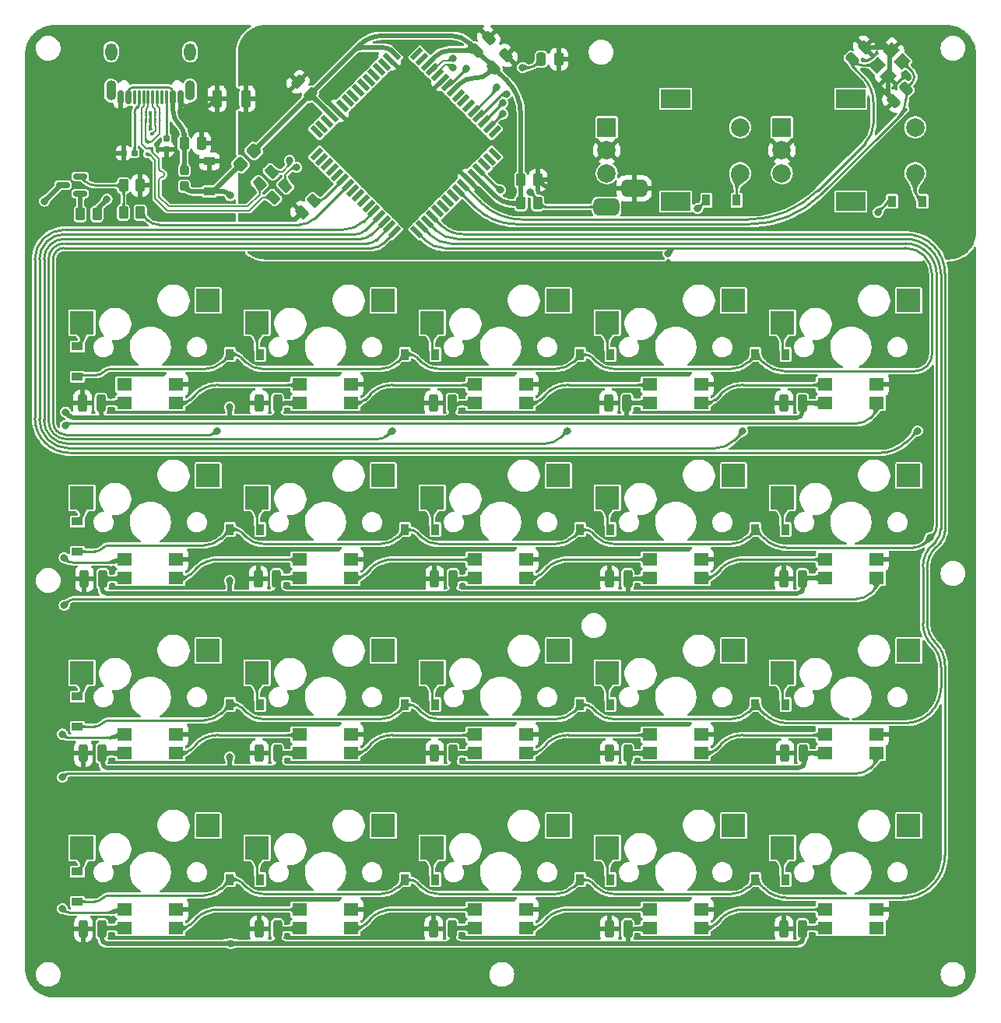
<source format=gbr>
%TF.GenerationSoftware,KiCad,Pcbnew,(6.0.4)*%
%TF.CreationDate,2022-06-27T22:54:41+02:00*%
%TF.ProjectId,MacroBoard-rounded,4d616372-6f42-46f6-9172-642d726f756e,rev?*%
%TF.SameCoordinates,Original*%
%TF.FileFunction,Copper,L2,Bot*%
%TF.FilePolarity,Positive*%
%FSLAX46Y46*%
G04 Gerber Fmt 4.6, Leading zero omitted, Abs format (unit mm)*
G04 Created by KiCad (PCBNEW (6.0.4)) date 2022-06-27 22:54:41*
%MOMM*%
%LPD*%
G01*
G04 APERTURE LIST*
G04 Aperture macros list*
%AMRoundRect*
0 Rectangle with rounded corners*
0 $1 Rounding radius*
0 $2 $3 $4 $5 $6 $7 $8 $9 X,Y pos of 4 corners*
0 Add a 4 corners polygon primitive as box body*
4,1,4,$2,$3,$4,$5,$6,$7,$8,$9,$2,$3,0*
0 Add four circle primitives for the rounded corners*
1,1,$1+$1,$2,$3*
1,1,$1+$1,$4,$5*
1,1,$1+$1,$6,$7*
1,1,$1+$1,$8,$9*
0 Add four rect primitives between the rounded corners*
20,1,$1+$1,$2,$3,$4,$5,0*
20,1,$1+$1,$4,$5,$6,$7,0*
20,1,$1+$1,$6,$7,$8,$9,0*
20,1,$1+$1,$8,$9,$2,$3,0*%
%AMRotRect*
0 Rectangle, with rotation*
0 The origin of the aperture is its center*
0 $1 length*
0 $2 width*
0 $3 Rotation angle, in degrees counterclockwise*
0 Add horizontal line*
21,1,$1,$2,0,0,$3*%
G04 Aperture macros list end*
%TA.AperFunction,SMDPad,CuDef*%
%ADD10R,1.600000X1.400000*%
%TD*%
%TA.AperFunction,SMDPad,CuDef*%
%ADD11R,1.600000X1.420000*%
%TD*%
%TA.AperFunction,SMDPad,CuDef*%
%ADD12R,1.600000X1.380000*%
%TD*%
%TA.AperFunction,ComponentPad*%
%ADD13C,0.600000*%
%TD*%
%TA.AperFunction,SMDPad,CuDef*%
%ADD14R,2.550000X2.500000*%
%TD*%
%TA.AperFunction,ComponentPad*%
%ADD15R,2.000000X2.000000*%
%TD*%
%TA.AperFunction,ComponentPad*%
%ADD16C,2.000000*%
%TD*%
%TA.AperFunction,ComponentPad*%
%ADD17R,3.200000X2.000000*%
%TD*%
%TA.AperFunction,SMDPad,CuDef*%
%ADD18RoundRect,0.250000X0.250000X0.700000X-0.250000X0.700000X-0.250000X-0.700000X0.250000X-0.700000X0*%
%TD*%
%TA.AperFunction,SMDPad,CuDef*%
%ADD19R,0.900000X1.200000*%
%TD*%
%TA.AperFunction,SMDPad,CuDef*%
%ADD20RoundRect,0.160000X0.197500X0.160000X-0.197500X0.160000X-0.197500X-0.160000X0.197500X-0.160000X0*%
%TD*%
%TA.AperFunction,SMDPad,CuDef*%
%ADD21RoundRect,0.250000X0.262500X0.450000X-0.262500X0.450000X-0.262500X-0.450000X0.262500X-0.450000X0*%
%TD*%
%TA.AperFunction,SMDPad,CuDef*%
%ADD22R,1.200000X0.900000*%
%TD*%
%TA.AperFunction,SMDPad,CuDef*%
%ADD23RotRect,1.400000X1.200000X225.000000*%
%TD*%
%TA.AperFunction,SMDPad,CuDef*%
%ADD24RoundRect,0.250000X0.512652X0.159099X0.159099X0.512652X-0.512652X-0.159099X-0.159099X-0.512652X0*%
%TD*%
%TA.AperFunction,SMDPad,CuDef*%
%ADD25RoundRect,0.250000X-0.262500X-0.450000X0.262500X-0.450000X0.262500X0.450000X-0.262500X0.450000X0*%
%TD*%
%TA.AperFunction,SMDPad,CuDef*%
%ADD26RoundRect,0.250000X-0.250000X-0.475000X0.250000X-0.475000X0.250000X0.475000X-0.250000X0.475000X0*%
%TD*%
%TA.AperFunction,SMDPad,CuDef*%
%ADD27RoundRect,0.250000X0.070711X-0.565685X0.565685X-0.070711X-0.070711X0.565685X-0.565685X0.070711X0*%
%TD*%
%TA.AperFunction,SMDPad,CuDef*%
%ADD28RoundRect,0.450000X0.950000X0.450000X-0.950000X0.450000X-0.950000X-0.450000X0.950000X-0.450000X0*%
%TD*%
%TA.AperFunction,SMDPad,CuDef*%
%ADD29RoundRect,0.250000X0.275000X0.700000X-0.275000X0.700000X-0.275000X-0.700000X0.275000X-0.700000X0*%
%TD*%
%TA.AperFunction,SMDPad,CuDef*%
%ADD30RoundRect,0.150000X-0.150000X-0.575000X0.150000X-0.575000X0.150000X0.575000X-0.150000X0.575000X0*%
%TD*%
%TA.AperFunction,SMDPad,CuDef*%
%ADD31RoundRect,0.075000X-0.075000X-0.650000X0.075000X-0.650000X0.075000X0.650000X-0.075000X0.650000X0*%
%TD*%
%TA.AperFunction,ComponentPad*%
%ADD32O,1.100000X2.200000*%
%TD*%
%TA.AperFunction,ComponentPad*%
%ADD33O,1.300000X1.900000*%
%TD*%
%TA.AperFunction,SMDPad,CuDef*%
%ADD34RoundRect,0.160000X-0.160000X0.197500X-0.160000X-0.197500X0.160000X-0.197500X0.160000X0.197500X0*%
%TD*%
%TA.AperFunction,SMDPad,CuDef*%
%ADD35RoundRect,0.125000X0.000000X0.150000X0.000000X0.150000X0.000000X-0.150000X0.000000X-0.150000X0*%
%TD*%
%TA.AperFunction,SMDPad,CuDef*%
%ADD36R,0.250000X0.550000*%
%TD*%
%TA.AperFunction,SMDPad,CuDef*%
%ADD37R,0.300000X0.550000*%
%TD*%
%TA.AperFunction,SMDPad,CuDef*%
%ADD38RoundRect,0.250000X0.159099X-0.512652X0.512652X-0.159099X-0.159099X0.512652X-0.512652X0.159099X0*%
%TD*%
%TA.AperFunction,SMDPad,CuDef*%
%ADD39RoundRect,0.250000X0.132583X-0.503814X0.503814X-0.132583X-0.132583X0.503814X-0.503814X0.132583X0*%
%TD*%
%TA.AperFunction,SMDPad,CuDef*%
%ADD40RoundRect,0.237500X-0.237500X0.287500X-0.237500X-0.287500X0.237500X-0.287500X0.237500X0.287500X0*%
%TD*%
%TA.AperFunction,SMDPad,CuDef*%
%ADD41RoundRect,0.250000X-0.159099X0.512652X-0.512652X0.159099X0.159099X-0.512652X0.512652X-0.159099X0*%
%TD*%
%TA.AperFunction,SMDPad,CuDef*%
%ADD42RoundRect,0.250000X-0.132583X0.503814X-0.503814X0.132583X0.132583X-0.503814X0.503814X-0.132583X0*%
%TD*%
%TA.AperFunction,SMDPad,CuDef*%
%ADD43RotRect,1.500000X0.550000X225.000000*%
%TD*%
%TA.AperFunction,SMDPad,CuDef*%
%ADD44RotRect,1.500000X0.550000X135.000000*%
%TD*%
%TA.AperFunction,SMDPad,CuDef*%
%ADD45RoundRect,0.150000X0.587500X0.150000X-0.587500X0.150000X-0.587500X-0.150000X0.587500X-0.150000X0*%
%TD*%
%TA.AperFunction,ViaPad*%
%ADD46C,0.800000*%
%TD*%
%TA.AperFunction,ViaPad*%
%ADD47C,0.450000*%
%TD*%
%TA.AperFunction,Conductor*%
%ADD48C,0.250000*%
%TD*%
%TA.AperFunction,Conductor*%
%ADD49C,0.508000*%
%TD*%
%TA.AperFunction,Conductor*%
%ADD50C,0.200000*%
%TD*%
G04 APERTURE END LIST*
D10*
%TO.P,D21,1,DOUT*%
%TO.N,Net-(D21-Pad1)*%
X83762500Y-71147500D03*
D11*
%TO.P,D21,2,VSS*%
%TO.N,GNDREF*%
X83762500Y-69157500D03*
D10*
%TO.P,D21,3,DIN*%
%TO.N,DataIN*%
X78162500Y-69157500D03*
D12*
%TO.P,D21,4,VDD*%
%TO.N,/Power_LED*%
X78162500Y-71157500D03*
%TD*%
D13*
%TO.P,MX10,1,COL*%
%TO.N,COL2*%
X124412500Y-79962500D03*
X124412500Y-79062500D03*
X126312500Y-79062500D03*
D14*
X125352500Y-79057500D03*
D13*
X124412500Y-78162500D03*
X126312500Y-78162500D03*
X126312500Y-79962500D03*
%TO.P,MX10,2,ROW*%
%TO.N,Net-(D10-Pad2)*%
X110682500Y-80542500D03*
X112462500Y-81562500D03*
X110682500Y-82342500D03*
X112462500Y-82462500D03*
X112462500Y-80662500D03*
X110682500Y-81442500D03*
D14*
X111622500Y-81477500D03*
%TD*%
D10*
%TO.P,D37,1,DOUT*%
%TO.N,Net-(D22-Pad3)*%
X159962500Y-71147500D03*
D11*
%TO.P,D37,2,VSS*%
%TO.N,GNDREF*%
X159962500Y-69157500D03*
D10*
%TO.P,D37,3,DIN*%
%TO.N,Net-(D33-Pad1)*%
X154362500Y-69157500D03*
D12*
%TO.P,D37,4,VDD*%
%TO.N,/Power_LED*%
X154362500Y-71157500D03*
%TD*%
D15*
%TO.P,SW3,A,A*%
%TO.N,/ROT_2A*%
X149662500Y-41156250D03*
D16*
%TO.P,SW3,B,B*%
%TO.N,/ROT_2B*%
X149662500Y-46156250D03*
%TO.P,SW3,C,C*%
%TO.N,GND*%
X149662500Y-43656250D03*
D17*
%TO.P,SW3,MP*%
%TO.N,N/C*%
X157162500Y-38056250D03*
X157162500Y-49256250D03*
D16*
%TO.P,SW3,S1,S1*%
%TO.N,Net-(D43-Pad2)*%
X164162500Y-46156250D03*
%TO.P,SW3,S2,S2*%
%TO.N,Net-(SW2-PadS2)*%
X164162500Y-41156250D03*
%TD*%
D13*
%TO.P,MX18,1,COL*%
%TO.N,COL4*%
X162512500Y-79962500D03*
X162512500Y-78162500D03*
X164412500Y-79062500D03*
D14*
X163452500Y-79057500D03*
D13*
X162512500Y-79062500D03*
X164412500Y-79962500D03*
X164412500Y-78162500D03*
%TO.P,MX18,2,ROW*%
%TO.N,Net-(D18-Pad2)*%
X150562500Y-80662500D03*
X148782500Y-81442500D03*
D14*
X149722500Y-81477500D03*
D13*
X150562500Y-82462500D03*
X148782500Y-80542500D03*
X148782500Y-82342500D03*
X150562500Y-81562500D03*
%TD*%
%TO.P,MX5,1,COL*%
%TO.N,COL1*%
X105362500Y-59112500D03*
X105362500Y-60012500D03*
X107262500Y-60012500D03*
X107262500Y-60912500D03*
D14*
X106302500Y-60007500D03*
D13*
X105362500Y-60912500D03*
X107262500Y-59112500D03*
%TO.P,MX5,2,ROW*%
%TO.N,Net-(D5-Pad2)*%
X93412500Y-63412500D03*
X93412500Y-62512500D03*
X91632500Y-62392500D03*
X91632500Y-63292500D03*
X91632500Y-61492500D03*
D14*
X92572500Y-62427500D03*
D13*
X93412500Y-61612500D03*
%TD*%
D10*
%TO.P,D32,1,DOUT*%
%TO.N,Net-(D32-Pad1)*%
X121862500Y-128297500D03*
D11*
%TO.P,D32,2,VSS*%
%TO.N,GNDREF*%
X121862500Y-126307500D03*
D10*
%TO.P,D32,3,DIN*%
%TO.N,Net-(D28-Pad1)*%
X116262500Y-126307500D03*
D12*
%TO.P,D32,4,VDD*%
%TO.N,/Power_LED*%
X116262500Y-128307500D03*
%TD*%
D10*
%TO.P,D34,1,DOUT*%
%TO.N,Net-(D34-Pad1)*%
X140912500Y-90197500D03*
D11*
%TO.P,D34,2,VSS*%
%TO.N,GNDREF*%
X140912500Y-88207500D03*
D10*
%TO.P,D34,3,DIN*%
%TO.N,Net-(D30-Pad1)*%
X135312500Y-88207500D03*
D12*
%TO.P,D34,4,VDD*%
%TO.N,/Power_LED*%
X135312500Y-90207500D03*
%TD*%
D10*
%TO.P,D23,1,DOUT*%
%TO.N,Net-(D23-Pad1)*%
X83762500Y-109247500D03*
D11*
%TO.P,D23,2,VSS*%
%TO.N,GNDREF*%
X83762500Y-107257500D03*
D10*
%TO.P,D23,3,DIN*%
%TO.N,Net-(D23-Pad3)*%
X78162500Y-107257500D03*
D12*
%TO.P,D23,4,VDD*%
%TO.N,/Power_LED*%
X78162500Y-109257500D03*
%TD*%
D10*
%TO.P,D25,1,DOUT*%
%TO.N,Net-(D25-Pad1)*%
X102812500Y-71147500D03*
D11*
%TO.P,D25,2,VSS*%
%TO.N,GNDREF*%
X102812500Y-69157500D03*
D10*
%TO.P,D25,3,DIN*%
%TO.N,Net-(D21-Pad1)*%
X97212500Y-69157500D03*
D12*
%TO.P,D25,4,VDD*%
%TO.N,/Power_LED*%
X97212500Y-71157500D03*
%TD*%
D13*
%TO.P,MX20,1,COL*%
%TO.N,COL4*%
X162512500Y-118062500D03*
X162512500Y-116262500D03*
D14*
X163452500Y-117157500D03*
D13*
X164412500Y-116262500D03*
X162512500Y-117162500D03*
X164412500Y-118062500D03*
X164412500Y-117162500D03*
%TO.P,MX20,2,ROW*%
%TO.N,Net-(D20-Pad2)*%
X148782500Y-120442500D03*
X150562500Y-119662500D03*
X148782500Y-119542500D03*
X150562500Y-120562500D03*
X150562500Y-118762500D03*
D14*
X149722500Y-119577500D03*
D13*
X148782500Y-118642500D03*
%TD*%
%TO.P,MX2,1,COL*%
%TO.N,COL0*%
X88212500Y-79062500D03*
X86312500Y-79962500D03*
D14*
X87252500Y-79057500D03*
D13*
X88212500Y-79962500D03*
X86312500Y-78162500D03*
X88212500Y-78162500D03*
X86312500Y-79062500D03*
%TO.P,MX2,2,ROW*%
%TO.N,Net-(D2-Pad2)*%
X74362500Y-81562500D03*
X72582500Y-80542500D03*
X72582500Y-81442500D03*
X74362500Y-80662500D03*
X74362500Y-82462500D03*
D14*
X73522500Y-81477500D03*
D13*
X72582500Y-82342500D03*
%TD*%
%TO.P,MX7,1,COL*%
%TO.N,COL1*%
X107262500Y-99012500D03*
X105362500Y-99012500D03*
X105362500Y-98112500D03*
X107262500Y-98112500D03*
X105362500Y-97212500D03*
D14*
X106302500Y-98107500D03*
D13*
X107262500Y-97212500D03*
%TO.P,MX7,2,ROW*%
%TO.N,Net-(D7-Pad2)*%
X93412500Y-100612500D03*
X93412500Y-99712500D03*
X91632500Y-99592500D03*
D14*
X92572500Y-100527500D03*
D13*
X91632500Y-100492500D03*
X91632500Y-101392500D03*
X93412500Y-101512500D03*
%TD*%
%TO.P,MX1,1,COL*%
%TO.N,COL0*%
X88212500Y-60912500D03*
X86312500Y-60912500D03*
X86312500Y-59112500D03*
X88212500Y-60012500D03*
X88212500Y-59112500D03*
D14*
X87252500Y-60007500D03*
D13*
X86312500Y-60012500D03*
%TO.P,MX1,2,ROW*%
%TO.N,Net-(D1-Pad2)*%
X74362500Y-63412500D03*
X72582500Y-61492500D03*
X72582500Y-62392500D03*
D14*
X73522500Y-62427500D03*
D13*
X72582500Y-63292500D03*
X74362500Y-62512500D03*
X74362500Y-61612500D03*
%TD*%
%TO.P,MX3,1,COL*%
%TO.N,COL0*%
X86312500Y-99012500D03*
X88212500Y-98112500D03*
X88212500Y-99012500D03*
X86312500Y-97212500D03*
X86312500Y-98112500D03*
D14*
X87252500Y-98107500D03*
D13*
X88212500Y-97212500D03*
%TO.P,MX3,2,ROW*%
%TO.N,Net-(D3-Pad2)*%
X74362500Y-101512500D03*
X72582500Y-99592500D03*
D14*
X73522500Y-100527500D03*
D13*
X74362500Y-100612500D03*
X72582500Y-100492500D03*
X72582500Y-101392500D03*
X74362500Y-99712500D03*
%TD*%
%TO.P,MX6,1,COL*%
%TO.N,COL1*%
X105362500Y-79062500D03*
X107262500Y-79962500D03*
X107262500Y-79062500D03*
X107262500Y-78162500D03*
X105362500Y-79962500D03*
D14*
X106302500Y-79057500D03*
D13*
X105362500Y-78162500D03*
%TO.P,MX6,2,ROW*%
%TO.N,Net-(D6-Pad2)*%
X91632500Y-81442500D03*
D14*
X92572500Y-81477500D03*
D13*
X93412500Y-81562500D03*
X93412500Y-82462500D03*
X93412500Y-80662500D03*
X91632500Y-82342500D03*
X91632500Y-80542500D03*
%TD*%
%TO.P,MX17,1,COL*%
%TO.N,COL4*%
X164412500Y-60912500D03*
X164412500Y-60012500D03*
D14*
X163452500Y-60007500D03*
D13*
X164412500Y-59112500D03*
X162512500Y-60912500D03*
X162512500Y-59112500D03*
X162512500Y-60012500D03*
D14*
%TO.P,MX17,2,ROW*%
%TO.N,Net-(D17-Pad2)*%
X149722500Y-62427500D03*
D13*
X150562500Y-63412500D03*
X150562500Y-62512500D03*
X148782500Y-62392500D03*
X148782500Y-63292500D03*
X148782500Y-61492500D03*
X150562500Y-61612500D03*
%TD*%
%TO.P,MX11,1,COL*%
%TO.N,COL2*%
X126312500Y-99012500D03*
X126312500Y-97212500D03*
D14*
X125352500Y-98107500D03*
D13*
X124412500Y-98112500D03*
X124412500Y-99012500D03*
X124412500Y-97212500D03*
X126312500Y-98112500D03*
%TO.P,MX11,2,ROW*%
%TO.N,Net-(D11-Pad2)*%
X112462500Y-101512500D03*
X112462500Y-99712500D03*
X110682500Y-101392500D03*
X110682500Y-100492500D03*
X112462500Y-100612500D03*
D14*
X111622500Y-100527500D03*
D13*
X110682500Y-99592500D03*
%TD*%
%TO.P,MX9,1,COL*%
%TO.N,COL2*%
X124412500Y-59112500D03*
X126312500Y-60012500D03*
X124412500Y-60012500D03*
X126312500Y-59112500D03*
D14*
X125352500Y-60007500D03*
D13*
X124412500Y-60912500D03*
X126312500Y-60912500D03*
%TO.P,MX9,2,ROW*%
%TO.N,Net-(D9-Pad2)*%
X112462500Y-63412500D03*
X110682500Y-63292500D03*
D14*
X111622500Y-62427500D03*
D13*
X110682500Y-61492500D03*
X112462500Y-61612500D03*
X110682500Y-62392500D03*
X112462500Y-62512500D03*
%TD*%
%TO.P,MX16,1,COL*%
%TO.N,COL3*%
X143462500Y-116262500D03*
D14*
X144402500Y-117157500D03*
D13*
X143462500Y-117162500D03*
X143462500Y-118062500D03*
X145362500Y-117162500D03*
X145362500Y-118062500D03*
X145362500Y-116262500D03*
%TO.P,MX16,2,ROW*%
%TO.N,Net-(D16-Pad2)*%
X131512500Y-120562500D03*
X131512500Y-119662500D03*
X129732500Y-119542500D03*
X131512500Y-118762500D03*
D14*
X130672500Y-119577500D03*
D13*
X129732500Y-118642500D03*
X129732500Y-120442500D03*
%TD*%
D10*
%TO.P,D26,1,DOUT*%
%TO.N,Net-(D26-Pad1)*%
X102812500Y-90197500D03*
D11*
%TO.P,D26,2,VSS*%
%TO.N,GNDREF*%
X102812500Y-88207500D03*
D10*
%TO.P,D26,3,DIN*%
%TO.N,Net-(D22-Pad1)*%
X97212500Y-88207500D03*
D12*
%TO.P,D26,4,VDD*%
%TO.N,/Power_LED*%
X97212500Y-90207500D03*
%TD*%
D10*
%TO.P,D38,1,DOUT*%
%TO.N,Net-(D23-Pad3)*%
X159962500Y-90197500D03*
D11*
%TO.P,D38,2,VSS*%
%TO.N,GNDREF*%
X159962500Y-88207500D03*
D10*
%TO.P,D38,3,DIN*%
%TO.N,Net-(D34-Pad1)*%
X154362500Y-88207500D03*
D12*
%TO.P,D38,4,VDD*%
%TO.N,/Power_LED*%
X154362500Y-90207500D03*
%TD*%
D10*
%TO.P,D24,1,DOUT*%
%TO.N,Net-(D24-Pad1)*%
X83762500Y-128297500D03*
D11*
%TO.P,D24,2,VSS*%
%TO.N,GNDREF*%
X83762500Y-126307500D03*
D10*
%TO.P,D24,3,DIN*%
%TO.N,Net-(D24-Pad3)*%
X78162500Y-126307500D03*
D12*
%TO.P,D24,4,VDD*%
%TO.N,/Power_LED*%
X78162500Y-128307500D03*
%TD*%
D10*
%TO.P,D22,1,DOUT*%
%TO.N,Net-(D22-Pad1)*%
X83762500Y-90197500D03*
D11*
%TO.P,D22,2,VSS*%
%TO.N,GNDREF*%
X83762500Y-88207500D03*
D10*
%TO.P,D22,3,DIN*%
%TO.N,Net-(D22-Pad3)*%
X78162500Y-88207500D03*
D12*
%TO.P,D22,4,VDD*%
%TO.N,/Power_LED*%
X78162500Y-90207500D03*
%TD*%
D10*
%TO.P,D36,1,DOUT*%
%TO.N,Net-(D36-Pad1)*%
X140912500Y-128297500D03*
D11*
%TO.P,D36,2,VSS*%
%TO.N,GNDREF*%
X140912500Y-126307500D03*
D10*
%TO.P,D36,3,DIN*%
%TO.N,Net-(D32-Pad1)*%
X135312500Y-126307500D03*
D12*
%TO.P,D36,4,VDD*%
%TO.N,/Power_LED*%
X135312500Y-128307500D03*
%TD*%
D13*
%TO.P,MX19,1,COL*%
%TO.N,COL4*%
X162512500Y-97212500D03*
X164412500Y-97212500D03*
X162512500Y-98112500D03*
X164412500Y-99012500D03*
X162512500Y-99012500D03*
D14*
X163452500Y-98107500D03*
D13*
X164412500Y-98112500D03*
%TO.P,MX19,2,ROW*%
%TO.N,Net-(D19-Pad2)*%
X148782500Y-99592500D03*
X148782500Y-101392500D03*
D14*
X149722500Y-100527500D03*
D13*
X148782500Y-100492500D03*
X150562500Y-100612500D03*
X150562500Y-101512500D03*
X150562500Y-99712500D03*
%TD*%
%TO.P,MX12,1,COL*%
%TO.N,COL2*%
X126312500Y-116262500D03*
X126312500Y-117162500D03*
X126312500Y-118062500D03*
D14*
X125352500Y-117157500D03*
D13*
X124412500Y-118062500D03*
X124412500Y-116262500D03*
X124412500Y-117162500D03*
%TO.P,MX12,2,ROW*%
%TO.N,Net-(D12-Pad2)*%
X110682500Y-118642500D03*
X112462500Y-120562500D03*
D14*
X111622500Y-119577500D03*
D13*
X112462500Y-118762500D03*
X110682500Y-119542500D03*
X112462500Y-119662500D03*
X110682500Y-120442500D03*
%TD*%
D10*
%TO.P,D33,1,DOUT*%
%TO.N,Net-(D33-Pad1)*%
X140912500Y-71147500D03*
D11*
%TO.P,D33,2,VSS*%
%TO.N,GNDREF*%
X140912500Y-69157500D03*
D10*
%TO.P,D33,3,DIN*%
%TO.N,Net-(D29-Pad1)*%
X135312500Y-69157500D03*
D12*
%TO.P,D33,4,VDD*%
%TO.N,/Power_LED*%
X135312500Y-71157500D03*
%TD*%
D13*
%TO.P,MX8,1,COL*%
%TO.N,COL1*%
X105362500Y-118062500D03*
D14*
X106302500Y-117157500D03*
D13*
X107262500Y-118062500D03*
X107262500Y-117162500D03*
X105362500Y-116262500D03*
X107262500Y-116262500D03*
X105362500Y-117162500D03*
%TO.P,MX8,2,ROW*%
%TO.N,Net-(D8-Pad2)*%
X91632500Y-119542500D03*
X93412500Y-120562500D03*
X93412500Y-119662500D03*
X93412500Y-118762500D03*
D14*
X92572500Y-119577500D03*
D13*
X91632500Y-120442500D03*
X91632500Y-118642500D03*
%TD*%
D10*
%TO.P,D39,1,DOUT*%
%TO.N,Net-(D24-Pad3)*%
X159962500Y-109247500D03*
D11*
%TO.P,D39,2,VSS*%
%TO.N,GNDREF*%
X159962500Y-107257500D03*
D10*
%TO.P,D39,3,DIN*%
%TO.N,Net-(D35-Pad1)*%
X154362500Y-107257500D03*
D12*
%TO.P,D39,4,VDD*%
%TO.N,/Power_LED*%
X154362500Y-109257500D03*
%TD*%
D10*
%TO.P,D30,1,DOUT*%
%TO.N,Net-(D30-Pad1)*%
X121862500Y-90197500D03*
D11*
%TO.P,D30,2,VSS*%
%TO.N,GNDREF*%
X121862500Y-88207500D03*
D10*
%TO.P,D30,3,DIN*%
%TO.N,Net-(D26-Pad1)*%
X116262500Y-88207500D03*
D12*
%TO.P,D30,4,VDD*%
%TO.N,/Power_LED*%
X116262500Y-90207500D03*
%TD*%
D14*
%TO.P,MX4,1,COL*%
%TO.N,COL0*%
X87252500Y-117157500D03*
D13*
X86312500Y-118062500D03*
X88212500Y-118062500D03*
X86312500Y-117162500D03*
X88212500Y-117162500D03*
X88212500Y-116262500D03*
X86312500Y-116262500D03*
%TO.P,MX4,2,ROW*%
%TO.N,Net-(D4-Pad2)*%
X72582500Y-118642500D03*
X74362500Y-120562500D03*
X74362500Y-118762500D03*
D14*
X73522500Y-119577500D03*
D13*
X72582500Y-120442500D03*
X74362500Y-119662500D03*
X72582500Y-119542500D03*
%TD*%
D10*
%TO.P,D27,1,DOUT*%
%TO.N,Net-(D27-Pad1)*%
X102812500Y-109247500D03*
D11*
%TO.P,D27,2,VSS*%
%TO.N,GNDREF*%
X102812500Y-107257500D03*
D10*
%TO.P,D27,3,DIN*%
%TO.N,Net-(D23-Pad1)*%
X97212500Y-107257500D03*
D12*
%TO.P,D27,4,VDD*%
%TO.N,/Power_LED*%
X97212500Y-109257500D03*
%TD*%
D10*
%TO.P,D40,1,DOUT*%
%TO.N,DataOUT*%
X159962500Y-128297500D03*
D11*
%TO.P,D40,2,VSS*%
%TO.N,GNDREF*%
X159962500Y-126307500D03*
D10*
%TO.P,D40,3,DIN*%
%TO.N,Net-(D36-Pad1)*%
X154362500Y-126307500D03*
D12*
%TO.P,D40,4,VDD*%
%TO.N,/Power_LED*%
X154362500Y-128307500D03*
%TD*%
D13*
%TO.P,MX14,1,COL*%
%TO.N,COL3*%
X143462500Y-79062500D03*
X145362500Y-79962500D03*
X143462500Y-79962500D03*
X143462500Y-78162500D03*
X145362500Y-79062500D03*
D14*
X144402500Y-79057500D03*
D13*
X145362500Y-78162500D03*
%TO.P,MX14,2,ROW*%
%TO.N,Net-(D14-Pad2)*%
X129732500Y-80542500D03*
X131512500Y-81562500D03*
X131512500Y-82462500D03*
D14*
X130672500Y-81477500D03*
D13*
X129732500Y-81442500D03*
X129732500Y-82342500D03*
X131512500Y-80662500D03*
%TD*%
D10*
%TO.P,D29,1,DOUT*%
%TO.N,Net-(D29-Pad1)*%
X121862500Y-71147500D03*
D11*
%TO.P,D29,2,VSS*%
%TO.N,GNDREF*%
X121862500Y-69157500D03*
D10*
%TO.P,D29,3,DIN*%
%TO.N,Net-(D25-Pad1)*%
X116262500Y-69157500D03*
D12*
%TO.P,D29,4,VDD*%
%TO.N,/Power_LED*%
X116262500Y-71157500D03*
%TD*%
D15*
%TO.P,SW2,A,A*%
%TO.N,/ROT_1A*%
X130612500Y-41156250D03*
D16*
%TO.P,SW2,B,B*%
%TO.N,/ROT_1B*%
X130612500Y-46156250D03*
%TO.P,SW2,C,C*%
%TO.N,GND*%
X130612500Y-43656250D03*
D17*
%TO.P,SW2,MP*%
%TO.N,N/C*%
X138112500Y-49256250D03*
X138112500Y-38056250D03*
D16*
%TO.P,SW2,S1,S1*%
%TO.N,Net-(D42-Pad2)*%
X145112500Y-46156250D03*
%TO.P,SW2,S2,S2*%
%TO.N,Net-(SW2-PadS2)*%
X145112500Y-41156250D03*
%TD*%
D13*
%TO.P,MX13,1,COL*%
%TO.N,COL3*%
X145362500Y-60912500D03*
X143462500Y-59112500D03*
X145362500Y-60012500D03*
X145362500Y-59112500D03*
D14*
X144402500Y-60007500D03*
D13*
X143462500Y-60912500D03*
X143462500Y-60012500D03*
%TO.P,MX13,2,ROW*%
%TO.N,Net-(D13-Pad2)*%
X129732500Y-63292500D03*
X129732500Y-62392500D03*
D14*
X130672500Y-62427500D03*
D13*
X131512500Y-62512500D03*
X129732500Y-61492500D03*
X131512500Y-63412500D03*
X131512500Y-61612500D03*
%TD*%
%TO.P,MX15,1,COL*%
%TO.N,COL3*%
X145362500Y-98112500D03*
X143462500Y-97212500D03*
X143462500Y-98112500D03*
X145362500Y-99012500D03*
X143462500Y-99012500D03*
D14*
X144402500Y-98107500D03*
D13*
X145362500Y-97212500D03*
%TO.P,MX15,2,ROW*%
%TO.N,Net-(D15-Pad2)*%
X131512500Y-101512500D03*
X131512500Y-99712500D03*
X129732500Y-99592500D03*
D14*
X130672500Y-100527500D03*
D13*
X129732500Y-100492500D03*
X129732500Y-101392500D03*
X131512500Y-100612500D03*
%TD*%
D10*
%TO.P,D35,1,DOUT*%
%TO.N,Net-(D35-Pad1)*%
X140912500Y-109247500D03*
D11*
%TO.P,D35,2,VSS*%
%TO.N,GNDREF*%
X140912500Y-107257500D03*
D10*
%TO.P,D35,3,DIN*%
%TO.N,Net-(D31-Pad1)*%
X135312500Y-107257500D03*
D12*
%TO.P,D35,4,VDD*%
%TO.N,/Power_LED*%
X135312500Y-109257500D03*
%TD*%
D10*
%TO.P,D28,1,DOUT*%
%TO.N,Net-(D28-Pad1)*%
X102812500Y-128297500D03*
D11*
%TO.P,D28,2,VSS*%
%TO.N,GNDREF*%
X102812500Y-126307500D03*
D10*
%TO.P,D28,3,DIN*%
%TO.N,Net-(D24-Pad1)*%
X97212500Y-126307500D03*
D12*
%TO.P,D28,4,VDD*%
%TO.N,/Power_LED*%
X97212500Y-128307500D03*
%TD*%
D10*
%TO.P,D31,1,DOUT*%
%TO.N,Net-(D31-Pad1)*%
X121862500Y-109247500D03*
D11*
%TO.P,D31,2,VSS*%
%TO.N,GNDREF*%
X121862500Y-107257500D03*
D10*
%TO.P,D31,3,DIN*%
%TO.N,Net-(D27-Pad1)*%
X116262500Y-107257500D03*
D12*
%TO.P,D31,4,VDD*%
%TO.N,/Power_LED*%
X116262500Y-109257500D03*
%TD*%
D18*
%TO.P,C10,1*%
%TO.N,/Power_LED*%
X75800000Y-90300000D03*
%TO.P,C10,2*%
%TO.N,GNDREF*%
X73800000Y-90300000D03*
%TD*%
D19*
%TO.P,D42,1,K*%
%TO.N,ROW0*%
X141450000Y-49100000D03*
%TO.P,D42,2,A*%
%TO.N,Net-(D42-Pad2)*%
X144750000Y-49100000D03*
%TD*%
D20*
%TO.P,R1,1*%
%TO.N,Net-(J1-PadA5)*%
X79247500Y-43950000D03*
%TO.P,R1,2*%
%TO.N,GNDREF*%
X78052500Y-43950000D03*
%TD*%
D18*
%TO.P,C14,1*%
%TO.N,/Power_LED*%
X94700000Y-90300000D03*
%TO.P,C14,2*%
%TO.N,GNDREF*%
X92700000Y-90300000D03*
%TD*%
%TO.P,C21,1*%
%TO.N,/Power_LED*%
X132800000Y-71200000D03*
%TO.P,C21,2*%
%TO.N,GNDREF*%
X130800000Y-71200000D03*
%TD*%
D19*
%TO.P,D43,1,K*%
%TO.N,ROW1*%
X161650000Y-49200000D03*
%TO.P,D43,2,A*%
%TO.N,Net-(D43-Pad2)*%
X164950000Y-49200000D03*
%TD*%
D18*
%TO.P,C13,1*%
%TO.N,/Power_LED*%
X94800000Y-71200000D03*
%TO.P,C13,2*%
%TO.N,GNDREF*%
X92800000Y-71200000D03*
%TD*%
D21*
%TO.P,R9,1*%
%TO.N,GNDREF*%
X79862500Y-47500000D03*
%TO.P,R9,2*%
%TO.N,Net-(Q1-Pad1)*%
X78037500Y-47500000D03*
%TD*%
D22*
%TO.P,D1,1,K*%
%TO.N,ROW0*%
X73025000Y-68325000D03*
%TO.P,D1,2,A*%
%TO.N,Net-(D1-Pad2)*%
X73025000Y-65025000D03*
%TD*%
D19*
%TO.P,D8,1,K*%
%TO.N,ROW3*%
X89631250Y-123031250D03*
%TO.P,D8,2,A*%
%TO.N,Net-(D8-Pad2)*%
X92931250Y-123031250D03*
%TD*%
%TO.P,D17,1,K*%
%TO.N,ROW0*%
X146781250Y-65881250D03*
%TO.P,D17,2,A*%
%TO.N,Net-(D17-Pad2)*%
X150081250Y-65881250D03*
%TD*%
D18*
%TO.P,C16,1*%
%TO.N,/Power_LED*%
X94800000Y-128400000D03*
%TO.P,C16,2*%
%TO.N,GNDREF*%
X92800000Y-128400000D03*
%TD*%
%TO.P,C28,1*%
%TO.N,/Power_LED*%
X151900000Y-128400000D03*
%TO.P,C28,2*%
%TO.N,GNDREF*%
X149900000Y-128400000D03*
%TD*%
D19*
%TO.P,D16,1,K*%
%TO.N,ROW3*%
X127731250Y-123031250D03*
%TO.P,D16,2,A*%
%TO.N,Net-(D16-Pad2)*%
X131031250Y-123031250D03*
%TD*%
D23*
%TO.P,Y1,1,1*%
%TO.N,Net-(C5-Pad1)*%
X162772759Y-34027241D03*
%TO.P,Y1,2,2*%
%TO.N,GND*%
X161217124Y-35582876D03*
%TO.P,Y1,3,3*%
%TO.N,Net-(C6-Pad1)*%
X160015043Y-34380795D03*
%TO.P,Y1,4,4*%
%TO.N,GND*%
X161570678Y-32825160D03*
%TD*%
D19*
%TO.P,D7,1,K*%
%TO.N,ROW2*%
X89631250Y-103981250D03*
%TO.P,D7,2,A*%
%TO.N,Net-(D7-Pad2)*%
X92931250Y-103981250D03*
%TD*%
D24*
%TO.P,C7,1*%
%TO.N,+5V*%
X98371751Y-37571751D03*
%TO.P,C7,2*%
%TO.N,GND*%
X97028249Y-36228249D03*
%TD*%
D22*
%TO.P,D3,1,K*%
%TO.N,ROW2*%
X73025000Y-106425000D03*
%TO.P,D3,2,A*%
%TO.N,Net-(D3-Pad2)*%
X73025000Y-103125000D03*
%TD*%
D19*
%TO.P,D12,1,K*%
%TO.N,ROW3*%
X108681250Y-123031250D03*
%TO.P,D12,2,A*%
%TO.N,Net-(D12-Pad2)*%
X111981250Y-123031250D03*
%TD*%
D25*
%TO.P,R10,1*%
%TO.N,Net-(Q1-Pad2)*%
X73337500Y-50600000D03*
%TO.P,R10,2*%
%TO.N,/Power*%
X75162500Y-50600000D03*
%TD*%
D26*
%TO.P,C2,1*%
%TO.N,+5V*%
X121250000Y-46900000D03*
%TO.P,C2,2*%
%TO.N,GND*%
X123150000Y-46900000D03*
%TD*%
D18*
%TO.P,C9,1*%
%TO.N,/Power_LED*%
X75600000Y-71200000D03*
%TO.P,C9,2*%
%TO.N,GNDREF*%
X73600000Y-71200000D03*
%TD*%
D22*
%TO.P,D41,1,A1*%
%TO.N,GNDREF*%
X87400000Y-44850000D03*
%TO.P,D41,2,A2*%
%TO.N,/Power*%
X87400000Y-48150000D03*
%TD*%
D19*
%TO.P,D5,1,K*%
%TO.N,ROW0*%
X89631250Y-65881250D03*
%TO.P,D5,2,A*%
%TO.N,Net-(D5-Pad2)*%
X92931250Y-65881250D03*
%TD*%
D18*
%TO.P,C15,1*%
%TO.N,/Power_LED*%
X94800000Y-109300000D03*
%TO.P,C15,2*%
%TO.N,GNDREF*%
X92800000Y-109300000D03*
%TD*%
%TO.P,C23,1*%
%TO.N,/Power_LED*%
X132900000Y-109300000D03*
%TO.P,C23,2*%
%TO.N,GNDREF*%
X130900000Y-109300000D03*
%TD*%
D27*
%TO.P,R7,1*%
%TO.N,/Power*%
X90792893Y-45157107D03*
%TO.P,R7,2*%
%TO.N,+5V*%
X92207107Y-43742893D03*
%TD*%
D18*
%TO.P,C18,1*%
%TO.N,/Power_LED*%
X113900000Y-90300000D03*
%TO.P,C18,2*%
%TO.N,GNDREF*%
X111900000Y-90300000D03*
%TD*%
%TO.P,C27,1*%
%TO.N,/Power_LED*%
X152000000Y-109300000D03*
%TO.P,C27,2*%
%TO.N,GNDREF*%
X150000000Y-109300000D03*
%TD*%
%TO.P,C20,1*%
%TO.N,/Power_LED*%
X113800000Y-128400000D03*
%TO.P,C20,2*%
%TO.N,GNDREF*%
X111800000Y-128400000D03*
%TD*%
D26*
%TO.P,C1,1*%
%TO.N,VBUS*%
X84650000Y-42900000D03*
%TO.P,C1,2*%
%TO.N,GNDREF*%
X86550000Y-42900000D03*
%TD*%
D19*
%TO.P,D18,1,K*%
%TO.N,ROW1*%
X146781250Y-84931250D03*
%TO.P,D18,2,A*%
%TO.N,Net-(D18-Pad2)*%
X150081250Y-84931250D03*
%TD*%
D22*
%TO.P,D2,1,K*%
%TO.N,ROW1*%
X73025000Y-87375000D03*
%TO.P,D2,2,A*%
%TO.N,Net-(D2-Pad2)*%
X73025000Y-84075000D03*
%TD*%
D25*
%TO.P,R8,1*%
%TO.N,Net-(Q1-Pad1)*%
X78037500Y-50450000D03*
%TO.P,R8,2*%
%TO.N,Net-(U1-Pad42)*%
X79862500Y-50450000D03*
%TD*%
D19*
%TO.P,D10,1,K*%
%TO.N,ROW1*%
X108681250Y-84931250D03*
%TO.P,D10,2,A*%
%TO.N,Net-(D10-Pad2)*%
X111981250Y-84931250D03*
%TD*%
%TO.P,D11,1,K*%
%TO.N,ROW2*%
X108681250Y-103981250D03*
%TO.P,D11,2,A*%
%TO.N,Net-(D11-Pad2)*%
X111981250Y-103981250D03*
%TD*%
D28*
%TO.P,SW1,1,1*%
%TO.N,GND*%
X133600000Y-47800000D03*
%TO.P,SW1,2,2*%
%TO.N,Net-(R6-Pad2)*%
X130600000Y-49800000D03*
%TD*%
D29*
%TO.P,L1,1,1*%
%TO.N,GND*%
X91375000Y-38050000D03*
%TO.P,L1,2,2*%
%TO.N,GNDREF*%
X88225000Y-38050000D03*
%TD*%
D30*
%TO.P,J1,A1,GND*%
%TO.N,GNDREF*%
X77747500Y-37925000D03*
%TO.P,J1,A4,VBUS*%
%TO.N,VBUS*%
X78547500Y-37925000D03*
D31*
%TO.P,J1,A5,CC1*%
%TO.N,Net-(J1-PadA5)*%
X79747500Y-37925000D03*
%TO.P,J1,A6,D+*%
%TO.N,DA+*%
X80743500Y-37925000D03*
%TO.P,J1,A7,D-*%
%TO.N,DA-*%
X81247500Y-37925000D03*
%TO.P,J1,A8,SBU1*%
%TO.N,unconnected-(J1-PadA8)*%
X82247500Y-37925000D03*
D30*
%TO.P,J1,B1,GND*%
%TO.N,GNDREF*%
X84247500Y-37925000D03*
%TO.P,J1,B4,VBUS*%
%TO.N,VBUS*%
X83447500Y-37925000D03*
D31*
%TO.P,J1,B5,CC2*%
%TO.N,Net-(J1-PadB5)*%
X82747500Y-37925000D03*
%TO.P,J1,B6,D+*%
%TO.N,DA+*%
X81747500Y-37925000D03*
%TO.P,J1,B7,D-*%
%TO.N,DA-*%
X80247500Y-37925000D03*
%TO.P,J1,B8,SBU2*%
%TO.N,unconnected-(J1-PadB8)*%
X79247500Y-37925000D03*
D32*
%TO.P,J1,S,SHIELD*%
%TO.N,GNDPWR*%
X85297500Y-37150000D03*
X76697500Y-37150000D03*
D33*
X76697500Y-32950000D03*
X85297500Y-32950000D03*
%TD*%
D34*
%TO.P,R2,1*%
%TO.N,Net-(J1-PadB5)*%
X82750000Y-42352500D03*
%TO.P,R2,2*%
%TO.N,GNDREF*%
X82750000Y-43547500D03*
%TD*%
D18*
%TO.P,C19,1*%
%TO.N,/Power_LED*%
X113900000Y-109300000D03*
%TO.P,C19,2*%
%TO.N,GNDREF*%
X111900000Y-109300000D03*
%TD*%
%TO.P,C24,1*%
%TO.N,/Power_LED*%
X132900000Y-128400000D03*
%TO.P,C24,2*%
%TO.N,GNDREF*%
X130900000Y-128400000D03*
%TD*%
D35*
%TO.P,U2,1,IO1*%
%TO.N,DA+*%
X81997500Y-40435000D03*
D36*
%TO.P,U2,2,IO2*%
%TO.N,DA-*%
X81497500Y-40435000D03*
D37*
%TO.P,U2,3,GND*%
%TO.N,GNDREF*%
X80997500Y-40435000D03*
D36*
%TO.P,U2,4,D2+*%
%TO.N,DA+*%
X80497500Y-40435000D03*
%TO.P,U2,5,D2-*%
%TO.N,DA-*%
X79997500Y-40435000D03*
%TO.P,U2,6,NC*%
X79997500Y-39665000D03*
%TO.P,U2,7,NC*%
%TO.N,DA+*%
X80497500Y-39665000D03*
D37*
%TO.P,U2,8,GND*%
%TO.N,GNDREF*%
X80997500Y-39665000D03*
D36*
%TO.P,U2,9,NC*%
%TO.N,DA-*%
X81497500Y-39665000D03*
%TO.P,U2,10,NC*%
%TO.N,DA+*%
X81997500Y-39665000D03*
%TD*%
D26*
%TO.P,C8,1*%
%TO.N,Net-(C8-Pad1)*%
X123500000Y-33750000D03*
%TO.P,C8,2*%
%TO.N,GND*%
X125400000Y-33750000D03*
%TD*%
D19*
%TO.P,D14,1,K*%
%TO.N,ROW1*%
X127731250Y-84931250D03*
%TO.P,D14,2,A*%
%TO.N,Net-(D14-Pad2)*%
X131031250Y-84931250D03*
%TD*%
D38*
%TO.P,C6,1*%
%TO.N,Net-(C6-Pad1)*%
X157322150Y-33775769D03*
%TO.P,C6,2*%
%TO.N,GND*%
X158665652Y-32432267D03*
%TD*%
D39*
%TO.P,R4,1*%
%TO.N,DA+*%
X94354765Y-48795235D03*
%TO.P,R4,2*%
X95645235Y-47504765D03*
%TD*%
D18*
%TO.P,C17,1*%
%TO.N,/Power_LED*%
X113800000Y-71200000D03*
%TO.P,C17,2*%
%TO.N,GNDREF*%
X111800000Y-71200000D03*
%TD*%
D39*
%TO.P,R3,1*%
%TO.N,DA-*%
X92854765Y-47295235D03*
%TO.P,R3,2*%
X94145235Y-46004765D03*
%TD*%
D40*
%TO.P,F1,1*%
%TO.N,VBUS*%
X84647500Y-45825000D03*
%TO.P,F1,2*%
%TO.N,/Power*%
X84647500Y-47575000D03*
%TD*%
D19*
%TO.P,D6,1,K*%
%TO.N,ROW1*%
X89631250Y-84931250D03*
%TO.P,D6,2,A*%
%TO.N,Net-(D6-Pad2)*%
X92931250Y-84931250D03*
%TD*%
D22*
%TO.P,D4,1,K*%
%TO.N,ROW3*%
X73025000Y-125475000D03*
%TO.P,D4,2,A*%
%TO.N,Net-(D4-Pad2)*%
X73025000Y-122175000D03*
%TD*%
D18*
%TO.P,C25,1*%
%TO.N,/Power_LED*%
X151900000Y-71200000D03*
%TO.P,C25,2*%
%TO.N,GNDREF*%
X149900000Y-71200000D03*
%TD*%
D41*
%TO.P,C5,1*%
%TO.N,Net-(C5-Pad1)*%
X163165652Y-36932267D03*
%TO.P,C5,2*%
%TO.N,GND*%
X161822150Y-38275769D03*
%TD*%
D42*
%TO.P,R5,1*%
%TO.N,Net-(R5-Pad1)*%
X98745235Y-49154765D03*
%TO.P,R5,2*%
%TO.N,GND*%
X97454765Y-50445235D03*
%TD*%
D43*
%TO.P,U1,1,PE6*%
%TO.N,unconnected-(U1-Pad1)*%
X109938982Y-33172437D03*
%TO.P,U1,2,PE7*%
%TO.N,unconnected-(U1-Pad2)*%
X110504667Y-33738123D03*
%TO.P,U1,3,UVCC*%
%TO.N,+5V*%
X111070352Y-34303808D03*
%TO.P,U1,4,D-*%
%TO.N,DA-*%
X111636038Y-34869493D03*
%TO.P,U1,5,D+*%
%TO.N,DA+*%
X112201723Y-35435179D03*
%TO.P,U1,6,UGND*%
%TO.N,GND*%
X112767409Y-36000864D03*
%TO.P,U1,7,UCAP*%
%TO.N,Net-(C8-Pad1)*%
X113333094Y-36566550D03*
%TO.P,U1,8,VBUS*%
%TO.N,+5V*%
X113898780Y-37132235D03*
%TO.P,U1,9,PE3*%
%TO.N,unconnected-(U1-Pad9)*%
X114464465Y-37697920D03*
%TO.P,U1,10,PB0*%
%TO.N,unconnected-(U1-Pad10)*%
X115030150Y-38263606D03*
%TO.P,U1,11,PB1*%
%TO.N,unconnected-(U1-Pad11)*%
X115595836Y-38829291D03*
%TO.P,U1,12,PB2*%
%TO.N,/ROT_2A*%
X116161521Y-39394977D03*
%TO.P,U1,13,PB3*%
%TO.N,/ROT_2B*%
X116727207Y-39960662D03*
%TO.P,U1,14,PB4*%
%TO.N,/ROT_1A*%
X117292892Y-40526348D03*
%TO.P,U1,15,PB5*%
%TO.N,/ROT_1B*%
X117858577Y-41092033D03*
%TO.P,U1,16,PB6*%
%TO.N,unconnected-(U1-Pad16)*%
X118424263Y-41657718D03*
D44*
%TO.P,U1,17,PB7*%
%TO.N,unconnected-(U1-Pad17)*%
X118424263Y-44061882D03*
%TO.P,U1,18,PE4*%
%TO.N,unconnected-(U1-Pad18)*%
X117858577Y-44627567D03*
%TO.P,U1,19,PE5*%
%TO.N,unconnected-(U1-Pad19)*%
X117292892Y-45193252D03*
%TO.P,U1,20,~{RESET}*%
%TO.N,Net-(R6-Pad2)*%
X116727207Y-45758938D03*
%TO.P,U1,21,VCC*%
%TO.N,+5V*%
X116161521Y-46324623D03*
%TO.P,U1,22,GND*%
%TO.N,GND*%
X115595836Y-46890309D03*
%TO.P,U1,23,XTAL2*%
%TO.N,Net-(C6-Pad1)*%
X115030150Y-47455994D03*
%TO.P,U1,24,XTAL1*%
%TO.N,Net-(C5-Pad1)*%
X114464465Y-48021680D03*
%TO.P,U1,25,PD0*%
%TO.N,unconnected-(U1-Pad25)*%
X113898780Y-48587365D03*
%TO.P,U1,26,PD1*%
%TO.N,unconnected-(U1-Pad26)*%
X113333094Y-49153050D03*
%TO.P,U1,27,PD2*%
%TO.N,unconnected-(U1-Pad27)*%
X112767409Y-49718736D03*
%TO.P,U1,28,PD3*%
%TO.N,unconnected-(U1-Pad28)*%
X112201723Y-50284421D03*
%TO.P,U1,29,PD4*%
%TO.N,ROW3*%
X111636038Y-50850107D03*
%TO.P,U1,30,PD5*%
%TO.N,ROW2*%
X111070352Y-51415792D03*
%TO.P,U1,31,PD6*%
%TO.N,ROW1*%
X110504667Y-51981477D03*
%TO.P,U1,32,PD7*%
%TO.N,ROW0*%
X109938982Y-52547163D03*
D43*
%TO.P,U1,33,PE0*%
%TO.N,COL0*%
X107534818Y-52547163D03*
%TO.P,U1,34,PE1*%
%TO.N,COL1*%
X106969133Y-51981477D03*
%TO.P,U1,35,PC0*%
%TO.N,COL2*%
X106403448Y-51415792D03*
%TO.P,U1,36,PC1*%
%TO.N,COL3*%
X105837762Y-50850107D03*
%TO.P,U1,37,PC2*%
%TO.N,COL4*%
X105272077Y-50284421D03*
%TO.P,U1,38,PC3*%
%TO.N,COL5*%
X104706391Y-49718736D03*
%TO.P,U1,39,PC4*%
%TO.N,unconnected-(U1-Pad39)*%
X104140706Y-49153050D03*
%TO.P,U1,40,PC5*%
%TO.N,unconnected-(U1-Pad40)*%
X103575020Y-48587365D03*
%TO.P,U1,41,PC6*%
%TO.N,unconnected-(U1-Pad41)*%
X103009335Y-48021680D03*
%TO.P,U1,42,PC7*%
%TO.N,Net-(U1-Pad42)*%
X102443650Y-47455994D03*
%TO.P,U1,43,PE2/~{HWB}*%
%TO.N,Net-(R5-Pad1)*%
X101877964Y-46890309D03*
%TO.P,U1,44,PA7*%
%TO.N,unconnected-(U1-Pad44)*%
X101312279Y-46324623D03*
%TO.P,U1,45,PA6*%
%TO.N,unconnected-(U1-Pad45)*%
X100746593Y-45758938D03*
%TO.P,U1,46,PA5*%
%TO.N,unconnected-(U1-Pad46)*%
X100180908Y-45193252D03*
%TO.P,U1,47,PA4*%
%TO.N,unconnected-(U1-Pad47)*%
X99615223Y-44627567D03*
%TO.P,U1,48,PA3*%
%TO.N,unconnected-(U1-Pad48)*%
X99049537Y-44061882D03*
D44*
%TO.P,U1,49,PA2*%
%TO.N,unconnected-(U1-Pad49)*%
X99049537Y-41657718D03*
%TO.P,U1,50,PA1*%
%TO.N,unconnected-(U1-Pad50)*%
X99615223Y-41092033D03*
%TO.P,U1,51,PA0*%
%TO.N,unconnected-(U1-Pad51)*%
X100180908Y-40526348D03*
%TO.P,U1,52,VCC*%
%TO.N,+5V*%
X100746593Y-39960662D03*
%TO.P,U1,53,GND*%
%TO.N,GND*%
X101312279Y-39394977D03*
%TO.P,U1,54,PF7*%
%TO.N,unconnected-(U1-Pad54)*%
X101877964Y-38829291D03*
%TO.P,U1,55,PF6*%
%TO.N,unconnected-(U1-Pad55)*%
X102443650Y-38263606D03*
%TO.P,U1,56,PF5*%
%TO.N,unconnected-(U1-Pad56)*%
X103009335Y-37697920D03*
%TO.P,U1,57,PF4*%
%TO.N,unconnected-(U1-Pad57)*%
X103575020Y-37132235D03*
%TO.P,U1,58,PF3*%
%TO.N,unconnected-(U1-Pad58)*%
X104140706Y-36566550D03*
%TO.P,U1,59,PF2*%
%TO.N,unconnected-(U1-Pad59)*%
X104706391Y-36000864D03*
%TO.P,U1,60,PF1*%
%TO.N,unconnected-(U1-Pad60)*%
X105272077Y-35435179D03*
%TO.P,U1,61,PF0*%
%TO.N,unconnected-(U1-Pad61)*%
X105837762Y-34869493D03*
%TO.P,U1,62,AREF*%
%TO.N,unconnected-(U1-Pad62)*%
X106403448Y-34303808D03*
%TO.P,U1,63,GND*%
%TO.N,GND*%
X106969133Y-33738123D03*
%TO.P,U1,64,AVCC*%
%TO.N,+5V*%
X107534818Y-33172437D03*
%TD*%
D19*
%TO.P,D13,1,K*%
%TO.N,ROW0*%
X127731250Y-65881250D03*
%TO.P,D13,2,A*%
%TO.N,Net-(D13-Pad2)*%
X131031250Y-65881250D03*
%TD*%
%TO.P,D9,1,K*%
%TO.N,ROW0*%
X108681250Y-65881250D03*
%TO.P,D9,2,A*%
%TO.N,Net-(D9-Pad2)*%
X111981250Y-65881250D03*
%TD*%
%TO.P,D19,1,K*%
%TO.N,ROW2*%
X146781250Y-103981250D03*
%TO.P,D19,2,A*%
%TO.N,Net-(D19-Pad2)*%
X150081250Y-103981250D03*
%TD*%
D18*
%TO.P,C12,1*%
%TO.N,/Power_LED*%
X75700000Y-128400000D03*
%TO.P,C12,2*%
%TO.N,GNDREF*%
X73700000Y-128400000D03*
%TD*%
D45*
%TO.P,Q1,1,G*%
%TO.N,Net-(Q1-Pad1)*%
X73337500Y-46500000D03*
%TO.P,Q1,2,S*%
%TO.N,Net-(Q1-Pad2)*%
X73337500Y-48400000D03*
%TO.P,Q1,3,D*%
%TO.N,/Power_LED*%
X71462500Y-47450000D03*
%TD*%
D38*
%TO.P,C4,1*%
%TO.N,+5V*%
X118328249Y-34671751D03*
%TO.P,C4,2*%
%TO.N,GND*%
X119671751Y-33328249D03*
%TD*%
D18*
%TO.P,C26,1*%
%TO.N,/Power_LED*%
X151900000Y-90300000D03*
%TO.P,C26,2*%
%TO.N,GNDREF*%
X149900000Y-90300000D03*
%TD*%
D19*
%TO.P,D20,1,K*%
%TO.N,ROW3*%
X146781250Y-123031250D03*
%TO.P,D20,2,A*%
%TO.N,Net-(D20-Pad2)*%
X150081250Y-123031250D03*
%TD*%
D18*
%TO.P,C22,1*%
%TO.N,/Power_LED*%
X132900000Y-90300000D03*
%TO.P,C22,2*%
%TO.N,GNDREF*%
X130900000Y-90300000D03*
%TD*%
D19*
%TO.P,D15,1,K*%
%TO.N,ROW2*%
X127731250Y-103981250D03*
%TO.P,D15,2,A*%
%TO.N,Net-(D15-Pad2)*%
X131031250Y-103981250D03*
%TD*%
D25*
%TO.P,R6,1*%
%TO.N,+5V*%
X121273200Y-49415700D03*
%TO.P,R6,2*%
%TO.N,Net-(R6-Pad2)*%
X123098200Y-49415700D03*
%TD*%
D38*
%TO.P,C3,1*%
%TO.N,+5V*%
X116428249Y-32771751D03*
%TO.P,C3,2*%
%TO.N,GND*%
X117771751Y-31428249D03*
%TD*%
D18*
%TO.P,C11,1*%
%TO.N,/Power_LED*%
X75700000Y-109300000D03*
%TO.P,C11,2*%
%TO.N,GNDREF*%
X73700000Y-109300000D03*
%TD*%
D46*
%TO.N,GND*%
X140400000Y-37200000D03*
X92800000Y-41500000D03*
X154940000Y-35560000D03*
X93980000Y-50800000D03*
X124460000Y-35560000D03*
X154940000Y-50800000D03*
%TO.N,Net-(C8-Pad1)*%
X121450000Y-34650000D03*
X115350000Y-34800000D03*
%TO.N,ROW0*%
X140493750Y-50006250D03*
X137300000Y-54900000D03*
%TO.N,ROW1*%
X160100000Y-50400000D03*
X165750000Y-85850000D03*
%TO.N,GNDREF*%
X109530600Y-89688100D03*
X128579400Y-125404600D03*
D47*
X80997500Y-41150000D03*
D46*
X128579400Y-70639300D03*
X109530600Y-106355800D03*
X88200000Y-42900000D03*
X147628200Y-89688100D03*
X90481800Y-106355800D03*
X109530600Y-70639300D03*
X162560000Y-71120000D03*
X90481800Y-87307000D03*
X109530600Y-68258200D03*
X90481800Y-125404600D03*
X162560000Y-128270000D03*
X147628200Y-87307000D03*
X147628200Y-68258200D03*
X128579400Y-108736900D03*
X128579400Y-89688100D03*
X128579400Y-87307000D03*
X162560000Y-109220000D03*
X128579400Y-106355800D03*
X128579400Y-127785700D03*
X128579400Y-68258200D03*
X90481800Y-68258200D03*
X71120000Y-37800000D03*
X147628200Y-108736900D03*
X147628200Y-106355800D03*
X147628200Y-125404600D03*
X147628200Y-70639300D03*
X102870000Y-57150000D03*
X90481800Y-108736900D03*
X109530600Y-87307000D03*
X90481800Y-127785700D03*
X81280000Y-57150000D03*
X109530600Y-127785700D03*
X90481800Y-89688100D03*
X147628200Y-127785700D03*
X140970000Y-57150000D03*
X90481800Y-70639300D03*
X162560000Y-90170000D03*
X109530600Y-125404600D03*
X71120000Y-50800000D03*
X121920000Y-57150000D03*
X160020000Y-57150000D03*
X109530600Y-108736900D03*
D47*
%TO.N,DA-*%
X81150000Y-41900000D03*
X81150000Y-43450000D03*
D46*
X113850000Y-33625251D03*
X96128768Y-44778768D03*
%TO.N,COL0*%
X88212500Y-74187500D03*
%TO.N,COL1*%
X107262500Y-74200000D03*
%TO.N,COL2*%
X126312500Y-74187500D03*
%TO.N,COL3*%
X145362500Y-74200000D03*
%TO.N,COL4*%
X164412500Y-74187500D03*
%TO.N,Net-(R6-Pad2)*%
X119021965Y-47978035D03*
X122300000Y-48200000D03*
%TO.N,/Power_LED*%
X71750000Y-72150000D03*
X69450000Y-49200000D03*
X89600000Y-109700000D03*
X89600000Y-71600000D03*
X89700000Y-130000000D03*
X89600000Y-90500000D03*
%TO.N,Net-(D22-Pad3)*%
X71600000Y-88000000D03*
X71700000Y-73600000D03*
%TO.N,Net-(D23-Pad3)*%
X71400000Y-107200000D03*
X71600000Y-93200000D03*
%TO.N,Net-(D24-Pad3)*%
X71400000Y-126200000D03*
X71400000Y-111900000D03*
D47*
%TO.N,DA+*%
X80600000Y-44100000D03*
X80600000Y-42750000D03*
D46*
X96871232Y-45521232D03*
X113850000Y-34675251D03*
%TO.N,/ROT_1B*%
X119300000Y-39700000D03*
%TO.N,/ROT_1A*%
X119300000Y-38500000D03*
%TO.N,/ROT_2B*%
X119700000Y-37524500D03*
%TO.N,/ROT_2A*%
X118600000Y-36800000D03*
%TO.N,/Power*%
X89650000Y-48600000D03*
X76250000Y-49000000D03*
%TD*%
D48*
%TO.N,ROW2*%
X165974760Y-86649854D02*
X166384911Y-86239701D01*
%TO.N,ROW3*%
X166424280Y-86836051D02*
X166877003Y-86383322D01*
%TO.N,Net-(J1-PadA5)*%
X79498750Y-38974360D02*
X79656993Y-38816120D01*
D49*
%TO.N,+5V*%
X111836369Y-33537768D02*
G75*
G02*
X113685736Y-32771751I1849331J-1849332D01*
G01*
X121250017Y-39659491D02*
G75*
G03*
X119789124Y-36132626I-4987717J-9D01*
G01*
X106386896Y-32499997D02*
G75*
G02*
X107198598Y-32836219I4J-1147903D01*
G01*
X121256795Y-49415688D02*
G75*
G03*
X121261600Y-49404100I5J6788D01*
G01*
X113745102Y-31199985D02*
G75*
G02*
X115642373Y-31985875I-2J-2683115D01*
G01*
X115642391Y-31985857D02*
G75*
G02*
X115316853Y-32771751I-325491J-325543D01*
G01*
X115316853Y-32771785D02*
G75*
G02*
X117214124Y-33557626I47J-2683115D01*
G01*
X103732638Y-32210887D02*
G75*
G02*
X106173095Y-31200000I2440462J-2440413D01*
G01*
X98369455Y-37580548D02*
G75*
G03*
X98371751Y-37575000I-5555J5548D01*
G01*
X103082626Y-32860875D02*
G75*
G03*
X103082626Y-32860875I0J0D01*
G01*
X103082649Y-32860898D02*
G75*
G02*
X103953857Y-32500000I871251J-871202D01*
G01*
X121261599Y-49404101D02*
G75*
G02*
X121250000Y-49376095I28001J28001D01*
G01*
X117764074Y-34107676D02*
G75*
G02*
X117764124Y-35235875I-564074J-564124D01*
G01*
X117764124Y-35235875D02*
G75*
G02*
X118892373Y-35235875I564124J-564125D01*
G01*
X120262899Y-49415695D02*
G75*
G02*
X118538207Y-48701309I1J2439095D01*
G01*
X116402207Y-35800016D02*
G75*
G03*
X117764123Y-35235874I-7J1926016D01*
G01*
X98376725Y-37590794D02*
G75*
G02*
X98371751Y-37578785I11975J11994D01*
G01*
X98374047Y-37569452D02*
G75*
G03*
X98371751Y-37575000I5553J-5548D01*
G01*
X98371751Y-37575000D02*
G75*
G02*
X98371751Y-37575000I0J0D01*
G01*
X98371752Y-37575000D02*
G75*
G02*
X98374048Y-37569453I7848J0D01*
G01*
X114564867Y-36466087D02*
G75*
G02*
X116173047Y-35800000I1608133J-1608213D01*
G01*
X115642373Y-31985875D02*
X117214124Y-33557626D01*
X121250000Y-45653750D02*
X121250000Y-48146250D01*
X102360875Y-33582626D02*
X103082626Y-32860875D01*
X103082626Y-32860875D02*
X102360875Y-33582626D01*
X117764124Y-34107626D02*
X118892373Y-35235875D01*
%TO.N,GND*%
X161519643Y-37973250D02*
G75*
G02*
X161217124Y-37242925I730357J730350D01*
G01*
X161308571Y-35491447D02*
G75*
G03*
X161400000Y-35270687I-220771J220747D01*
G01*
X124686396Y-47800001D02*
G75*
G02*
X123600000Y-47350000I4J1536401D01*
G01*
X161400029Y-33116525D02*
G75*
G02*
X161485340Y-32910500I291371J25D01*
G01*
X161485378Y-32910538D02*
G75*
G03*
X161485338Y-32739822I-85378J85338D01*
G01*
X160899967Y-32432297D02*
G75*
G02*
X161374231Y-32628713I33J-670703D01*
G01*
X161217113Y-35712188D02*
G75*
G02*
X161308562Y-35491438I312187J-12D01*
G01*
D48*
%TO.N,Net-(U1-Pad42)*%
X81881250Y-51750040D02*
G75*
G02*
X80654267Y-51241767I50J1735240D01*
G01*
X97233357Y-51749973D02*
G75*
G03*
X98797556Y-51102088I43J2212073D01*
G01*
X83318750Y-51750000D02*
X81881250Y-51750000D01*
%TO.N,Net-(Q1-Pad1)*%
X75044606Y-47499997D02*
G75*
G02*
X73837500Y-47000000I-6J1707097D01*
G01*
X78037500Y-47535355D02*
G75*
G03*
X78002144Y-47500000I-35400J-45D01*
G01*
X78002144Y-47499893D02*
G75*
G02*
X78012499Y-47524999I-44J-14707D01*
G01*
X78012576Y-47525076D02*
G75*
G02*
X78037500Y-47535355I10324J-10324D01*
G01*
D49*
%TO.N,/Power*%
X88881801Y-48150000D02*
G75*
G02*
X89424999Y-48375001I-1J-768200D01*
G01*
X85629086Y-48150005D02*
G75*
G02*
X84935000Y-47862500I14J981605D01*
G01*
X87600000Y-48150000D02*
G75*
G02*
X87600000Y-48150000I0J0D01*
G01*
X75162523Y-50343750D02*
G75*
G02*
X75343697Y-49906304I618577J50D01*
G01*
X87600000Y-48149982D02*
G75*
G03*
X87941421Y-48008578I0J482882D01*
G01*
X87200000Y-48150000D02*
X87600000Y-48150000D01*
X87600000Y-48150000D02*
X87200000Y-48150000D01*
D48*
%TO.N,/ROT_2A*%
X116183272Y-39394966D02*
G75*
G03*
X116220403Y-39379596I28J52466D01*
G01*
X118529285Y-37070706D02*
G75*
G03*
X118600000Y-36900000I-170685J170706D01*
G01*
%TO.N,/ROT_2B*%
X119092085Y-37683270D02*
G75*
G02*
X119475443Y-37524500I383315J-383330D01*
G01*
X116770965Y-39960631D02*
G75*
G03*
X116845665Y-39929720I35J105631D01*
G01*
%TO.N,/ROT_1A*%
X117292907Y-40516728D02*
G75*
G02*
X117299695Y-40500306I23193J28D01*
G01*
%TO.N,/ROT_1B*%
X119233149Y-39717464D02*
G75*
G02*
X119275305Y-39700000I42151J-42136D01*
G01*
%TO.N,Net-(D43-Pad2)*%
X164556236Y-48806264D02*
G75*
G02*
X164162500Y-47855653I950564J950564D01*
G01*
%TO.N,Net-(D42-Pad2)*%
X144749976Y-46775076D02*
G75*
G02*
X144931250Y-46337500I618824J-24D01*
G01*
%TO.N,Net-(D24-Pad3)*%
X159626635Y-110533386D02*
G75*
G03*
X159962500Y-109722500I-810935J810886D01*
G01*
X76493171Y-126599988D02*
G75*
G03*
X76846250Y-126453750I29J499288D01*
G01*
X72082842Y-126599982D02*
G75*
G02*
X71600000Y-126400000I-42J682782D01*
G01*
X76846242Y-126453742D02*
G75*
G02*
X77199328Y-126307500I353058J-353058D01*
G01*
X71599987Y-111699987D02*
G75*
G02*
X72082842Y-111500000I482813J-482813D01*
G01*
X157738993Y-111499997D02*
G75*
G03*
X159311250Y-110848750I7J2223497D01*
G01*
%TO.N,Net-(D23-Pad3)*%
X159626635Y-91533386D02*
G75*
G03*
X159962500Y-90722500I-810935J810886D01*
G01*
X76493171Y-107599988D02*
G75*
G03*
X76846250Y-107453750I29J499288D01*
G01*
X72082842Y-107599982D02*
G75*
G02*
X71600000Y-107400000I-42J682782D01*
G01*
X71950007Y-92850007D02*
G75*
G02*
X72794974Y-92500000I844993J-844993D01*
G01*
X76846242Y-107453742D02*
G75*
G02*
X77199328Y-107307500I353058J-353058D01*
G01*
X157738993Y-92499997D02*
G75*
G03*
X159311250Y-91848750I7J2223497D01*
G01*
%TO.N,Net-(D22-Pad3)*%
X76846242Y-88353742D02*
G75*
G02*
X77199328Y-88207500I353058J-353058D01*
G01*
X157738993Y-73399995D02*
G75*
G03*
X159311248Y-72748748I7J2223495D01*
G01*
X71799994Y-73499994D02*
G75*
G02*
X72041421Y-73400000I241406J-241406D01*
G01*
X159626635Y-72433386D02*
G75*
G03*
X159962500Y-71622500I-810935J810886D01*
G01*
X76493171Y-88499988D02*
G75*
G03*
X76846250Y-88353750I29J499288D01*
G01*
X72453553Y-88500019D02*
G75*
G02*
X71850000Y-88250000I47J853619D01*
G01*
D49*
%TO.N,/Power_LED*%
X113800000Y-72000000D02*
G75*
G02*
X113000000Y-72800000I-800000J0D01*
G01*
X114600000Y-72800000D02*
G75*
G02*
X113800000Y-72000000I0J800000D01*
G01*
X132821235Y-71178735D02*
G75*
G02*
X132872552Y-71157500I51265J-51265D01*
G01*
X116189947Y-71200019D02*
G75*
G03*
X116241249Y-71178749I-47J72619D01*
G01*
X76112132Y-72799986D02*
G75*
G02*
X75750001Y-72649999I-32J512086D01*
G01*
X132900000Y-91050000D02*
G75*
G02*
X133650000Y-90300000I750000J0D01*
G01*
X76175000Y-72800000D02*
G75*
G02*
X76175000Y-72800000I0J0D01*
G01*
X151900000Y-71800000D02*
G75*
G02*
X152500000Y-71200000I600000J0D01*
G01*
X97139947Y-71200019D02*
G75*
G03*
X97191249Y-71178749I-47J72619D01*
G01*
X75700004Y-128465407D02*
G75*
G02*
X75746251Y-128353751I157896J7D01*
G01*
X135154592Y-128399996D02*
G75*
G03*
X135266249Y-128353749I8J157896D01*
G01*
X113800000Y-72000000D02*
G75*
G02*
X114600000Y-71200000I800000J0D01*
G01*
X94900000Y-129200000D02*
G75*
G02*
X94100000Y-130000000I-800000J0D01*
G01*
X95700000Y-130000000D02*
G75*
G02*
X94900000Y-129200000I0J800000D01*
G01*
X151700033Y-72600033D02*
G75*
G03*
X151900000Y-72117157I-482933J482833D01*
G01*
X94746248Y-90253748D02*
G75*
G02*
X94857907Y-90207500I111652J-111652D01*
G01*
X75949991Y-110750009D02*
G75*
G02*
X75800000Y-110387867I362109J362109D01*
G01*
X75849991Y-91750009D02*
G75*
G02*
X75700000Y-91387867I362109J362109D01*
G01*
X76212132Y-129999986D02*
G75*
G02*
X75850001Y-129849999I-32J512086D01*
G01*
X95000000Y-110100000D02*
G75*
G02*
X94200000Y-110900000I-800000J0D01*
G01*
X95800000Y-110900000D02*
G75*
G02*
X95000000Y-110100000I0J800000D01*
G01*
X72859619Y-72799991D02*
G75*
G02*
X72075001Y-72474999I-19J1109591D01*
G01*
X151946248Y-128353748D02*
G75*
G02*
X152057907Y-128307500I111652J-111652D01*
G01*
X113900000Y-129200000D02*
G75*
G02*
X113100000Y-130000000I-800000J0D01*
G01*
X114700000Y-130000000D02*
G75*
G02*
X113900000Y-129200000I0J800000D01*
G01*
X89649997Y-110850003D02*
G75*
G02*
X89600000Y-110729289I120703J120703D01*
G01*
X97054592Y-128399996D02*
G75*
G03*
X97166249Y-128353749I8J157896D01*
G01*
X132800022Y-71230052D02*
G75*
G02*
X132821250Y-71178750I72478J52D01*
G01*
X113846248Y-128353748D02*
G75*
G02*
X113957907Y-128307500I111652J-111652D01*
G01*
X75621235Y-71178735D02*
G75*
G02*
X75672552Y-71157500I51265J-51265D01*
G01*
X151317157Y-129999953D02*
G75*
G03*
X151800000Y-129800000I43J682853D01*
G01*
X135154592Y-90299996D02*
G75*
G03*
X135266249Y-90253749I8J157896D01*
G01*
X94900000Y-91100000D02*
G75*
G02*
X94100000Y-91900000I-800000J0D01*
G01*
X95700000Y-91900000D02*
G75*
G02*
X94900000Y-91100000I0J800000D01*
G01*
X116104592Y-90299996D02*
G75*
G03*
X116216249Y-90253749I8J157896D01*
G01*
X114000000Y-110100000D02*
G75*
G02*
X113200000Y-110900000I-800000J0D01*
G01*
X114800000Y-110900000D02*
G75*
G02*
X114000000Y-110100000I0J800000D01*
G01*
X132849997Y-72750003D02*
G75*
G02*
X132800000Y-72629289I120703J120703D01*
G01*
X151800033Y-129800033D02*
G75*
G03*
X152000000Y-129317157I-482933J482833D01*
G01*
X76312132Y-110899986D02*
G75*
G02*
X75950001Y-110749999I-32J512086D01*
G01*
X76212132Y-91899986D02*
G75*
G02*
X75850001Y-91749999I-32J512086D01*
G01*
X151946248Y-90253748D02*
G75*
G02*
X152057907Y-90207500I111652J-111652D01*
G01*
X113900000Y-91100000D02*
G75*
G02*
X113100000Y-91900000I-800000J0D01*
G01*
X114700000Y-91900000D02*
G75*
G02*
X113900000Y-91100000I0J800000D01*
G01*
X154289947Y-109300019D02*
G75*
G03*
X154341249Y-109278749I-47J72619D01*
G01*
X75749991Y-72650009D02*
G75*
G02*
X75600000Y-72287867I362109J362109D01*
G01*
X89649997Y-72750003D02*
G75*
G02*
X89600000Y-72629289I120703J120703D01*
G01*
X132850018Y-72749982D02*
G75*
G02*
X132829289Y-72800000I-20718J-20718D01*
G01*
X132970710Y-72799995D02*
G75*
G02*
X132850000Y-72750000I-10J170695D01*
G01*
X135239947Y-109300019D02*
G75*
G03*
X135291249Y-109278749I-47J72619D01*
G01*
X75746248Y-128353748D02*
G75*
G02*
X75857907Y-128307500I111652J-111652D01*
G01*
X151900033Y-110700033D02*
G75*
G03*
X152100000Y-110217157I-482933J482833D01*
G01*
X89650018Y-110849982D02*
G75*
G02*
X89629289Y-110900000I-20718J-20718D01*
G01*
X89770710Y-110899995D02*
G75*
G02*
X89650000Y-110850000I-10J170695D01*
G01*
X78004592Y-90299996D02*
G75*
G03*
X78116249Y-90253749I8J157896D01*
G01*
X151317157Y-91899953D02*
G75*
G03*
X151800000Y-91700000I43J682853D01*
G01*
X132900000Y-129150000D02*
G75*
G02*
X133650000Y-128400000I750000J0D01*
G01*
X116189947Y-109300019D02*
G75*
G03*
X116241249Y-109278749I-47J72619D01*
G01*
X151417157Y-110899953D02*
G75*
G03*
X151900000Y-110700000I43J682853D01*
G01*
X94800000Y-72000000D02*
G75*
G02*
X94000000Y-72800000I-800000J0D01*
G01*
X95600000Y-72800000D02*
G75*
G02*
X94800000Y-72000000I0J800000D01*
G01*
X97139947Y-109300019D02*
G75*
G03*
X97191249Y-109278749I-47J72619D01*
G01*
X113900000Y-91100000D02*
G75*
G02*
X114700000Y-90300000I800000J0D01*
G01*
X151800033Y-91700033D02*
G75*
G03*
X152000000Y-91217157I-482933J482833D01*
G01*
X75600022Y-71230052D02*
G75*
G02*
X75621250Y-71178750I72478J52D01*
G01*
X151217157Y-72799953D02*
G75*
G03*
X151700000Y-72600000I43J682853D01*
G01*
X75849991Y-129850009D02*
G75*
G02*
X75700000Y-129487867I362109J362109D01*
G01*
X78089947Y-109300019D02*
G75*
G03*
X78141249Y-109278749I-47J72619D01*
G01*
X71107160Y-47542775D02*
G75*
G02*
X71331250Y-47450000I224040J-224125D01*
G01*
X154289947Y-71200019D02*
G75*
G03*
X154341249Y-71178749I-47J72619D01*
G01*
X94800000Y-72000000D02*
G75*
G02*
X95600000Y-71200000I800000J0D01*
G01*
X89650018Y-72749982D02*
G75*
G02*
X89629289Y-72800000I-20718J-20718D01*
G01*
X89770710Y-72799995D02*
G75*
G02*
X89650000Y-72750000I-10J170695D01*
G01*
X114600000Y-72800000D02*
X113000000Y-72800000D01*
X137686290Y-130000000D02*
X128313710Y-130000000D01*
X76175000Y-72800000D02*
X76725000Y-72800000D01*
X76725000Y-72800000D02*
X76175000Y-72800000D01*
X95700000Y-130000000D02*
X94100000Y-130000000D01*
X137786290Y-110900000D02*
X128413710Y-110900000D01*
X95800000Y-110900000D02*
X94200000Y-110900000D01*
X137686290Y-91900000D02*
X128313710Y-91900000D01*
X114700000Y-130000000D02*
X113100000Y-130000000D01*
X95700000Y-91900000D02*
X94100000Y-91900000D01*
X114800000Y-110900000D02*
X113200000Y-110900000D01*
X114700000Y-91900000D02*
X113100000Y-91900000D01*
X132970710Y-72800000D02*
X132829289Y-72800000D01*
X92150000Y-91900000D02*
X86650000Y-91900000D01*
X89770710Y-110900000D02*
X89629289Y-110900000D01*
X95600000Y-72800000D02*
X94000000Y-72800000D01*
X89770710Y-72800000D02*
X89629289Y-72800000D01*
D48*
%TO.N,Net-(R6-Pad2)*%
X123098225Y-49206950D02*
G75*
G03*
X122950590Y-48850592I-504025J-50D01*
G01*
X123245826Y-49563290D02*
G75*
G02*
X123098200Y-49206950I356374J356390D01*
G01*
X123754241Y-49799953D02*
G75*
G02*
X123290350Y-49607850I-41J656053D01*
G01*
X118984134Y-47978009D02*
G75*
G02*
X118919553Y-47951284I-34J91309D01*
G01*
%TO.N,Net-(R5-Pad1)*%
X99179371Y-49154753D02*
G75*
G03*
X99920487Y-48847783I29J1048053D01*
G01*
%TO.N,COL4*%
X101986099Y-52300002D02*
G75*
G03*
X104154804Y-51401691I1J3067002D01*
G01*
X69516245Y-75483755D02*
G75*
G02*
X68400000Y-72788860I2694855J2694855D01*
G01*
X72211139Y-76599983D02*
G75*
G02*
X69516257Y-75483743I-39J3811083D01*
G01*
X160294104Y-76600002D02*
G75*
G03*
X163206250Y-75393750I-4J4118402D01*
G01*
X68400002Y-55543502D02*
G75*
G02*
X69350001Y-53250001I3243498J2D01*
G01*
X69349999Y-53249999D02*
G75*
G02*
X71643502Y-52300000I2293501J-2293501D01*
G01*
X101986099Y-52300000D02*
X99445301Y-52300000D01*
%TO.N,COL3*%
X142353724Y-76100008D02*
G75*
G03*
X144481249Y-75218749I-24J3008808D01*
G01*
X69700009Y-53600009D02*
G75*
G02*
X71631370Y-52800000I1931391J-1931391D01*
G01*
X103326534Y-52800018D02*
G75*
G03*
X104284792Y-52403076I-34J1355218D01*
G01*
X68899988Y-55531370D02*
G75*
G02*
X69700000Y-53600000I2731412J-30D01*
G01*
X69834124Y-75165876D02*
G75*
G02*
X68900000Y-72910728I2255176J2255176D01*
G01*
X72089271Y-76100011D02*
G75*
G02*
X69834117Y-75165883I29J3189311D01*
G01*
X145313866Y-74386093D02*
G75*
G03*
X145362500Y-74268750I-117366J117393D01*
G01*
X103326534Y-52800000D02*
X102203865Y-52800000D01*
%TO.N,COL2*%
X69400017Y-55519238D02*
G75*
G02*
X70050001Y-53950001I2219183J38D01*
G01*
X103911170Y-53299981D02*
G75*
G03*
X104949210Y-52870029I30J1467981D01*
G01*
X70049989Y-53949989D02*
G75*
G02*
X71619238Y-53300000I1569211J-1569211D01*
G01*
X71967403Y-75599998D02*
G75*
G02*
X70151975Y-74848025I-3J2567398D01*
G01*
X70151974Y-74848026D02*
G75*
G02*
X69400000Y-73032596I1815426J1815426D01*
G01*
X123901211Y-75600004D02*
G75*
G03*
X125606249Y-74893749I-11J2411304D01*
G01*
X103911170Y-53300000D02*
X102695030Y-53300000D01*
%TO.N,COL1*%
X71845534Y-75099985D02*
G75*
G02*
X70469834Y-74530166I-34J1945485D01*
G01*
X70469824Y-74530176D02*
G75*
G02*
X69900000Y-73154465I1375676J1375676D01*
G01*
X104648455Y-53799970D02*
G75*
G03*
X105505687Y-53444922I45J1212270D01*
G01*
X107177887Y-74222082D02*
G75*
G02*
X107231250Y-74200000I53313J-53318D01*
G01*
X70399998Y-54299998D02*
G75*
G02*
X71607106Y-53800000I1207102J-1207102D01*
G01*
X69900003Y-55507106D02*
G75*
G02*
X70400000Y-54300000I1707097J6D01*
G01*
X105663603Y-75100001D02*
G75*
G03*
X106750000Y-74650000I-3J1536401D01*
G01*
X104648455Y-53800000D02*
X103644145Y-53800000D01*
%TO.N,COL0*%
X70787703Y-74212297D02*
G75*
G02*
X70400000Y-73276333I935997J935997D01*
G01*
X105110990Y-54299996D02*
G75*
G03*
X106256441Y-53825537I10J1619896D01*
G01*
X70750007Y-54650007D02*
G75*
G02*
X71594974Y-54300000I844993J-844993D01*
G01*
X71723666Y-74600013D02*
G75*
G02*
X70787694Y-74212306I34J1323713D01*
G01*
X87508318Y-74600007D02*
G75*
G03*
X88006250Y-74393750I-18J704207D01*
G01*
X70399990Y-55494974D02*
G75*
G02*
X70750000Y-54650000I1195010J-26D01*
G01*
X105110990Y-54300000D02*
X103769009Y-54300000D01*
%TO.N,Net-(J1-PadB5)*%
X82746241Y-42498741D02*
G75*
G03*
X82747500Y-42495732I-3041J3041D01*
G01*
%TO.N,Net-(J1-PadA5)*%
X79656982Y-38816109D02*
G75*
G03*
X79747500Y-38597619I-218482J218509D01*
G01*
X79250002Y-39574895D02*
G75*
G02*
X79498751Y-38974361I849298J-5D01*
G01*
D49*
%TO.N,GNDREF*%
X84849255Y-38900018D02*
G75*
G02*
X84423750Y-38723750I45J601818D01*
G01*
X84423784Y-38723716D02*
G75*
G02*
X84247500Y-38298244I425416J425516D01*
G01*
X86773959Y-38899983D02*
G75*
G03*
X87800000Y-38475000I41J1450983D01*
G01*
D50*
X80997500Y-40050000D02*
G75*
G02*
X80997500Y-40050000I0J0D01*
G01*
D48*
%TO.N,Net-(D36-Pad1)*%
X143019988Y-127294988D02*
G75*
G02*
X145422142Y-126300000I2402112J-2402112D01*
G01*
X141480000Y-128289983D02*
G75*
G03*
X142410373Y-127904626I0J1315783D01*
G01*
%TO.N,Net-(D35-Pad1)*%
X143019988Y-108294988D02*
G75*
G02*
X145422142Y-107300000I2402112J-2402112D01*
G01*
X141480000Y-109289983D02*
G75*
G03*
X142410373Y-108904626I0J1315783D01*
G01*
%TO.N,Net-(D34-Pad1)*%
X143019988Y-89194988D02*
G75*
G02*
X145422142Y-88200000I2402112J-2402112D01*
G01*
X141480000Y-90189983D02*
G75*
G03*
X142410373Y-89804626I0J1315783D01*
G01*
%TO.N,Net-(D33-Pad1)*%
X141465000Y-71189983D02*
G75*
G03*
X142395373Y-70804626I0J1315783D01*
G01*
X143004988Y-70194988D02*
G75*
G02*
X145407142Y-69200000I2402112J-2402112D01*
G01*
%TO.N,Net-(D32-Pad1)*%
X124019988Y-127294988D02*
G75*
G02*
X126422142Y-126300000I2402112J-2402112D01*
G01*
X122480000Y-128289983D02*
G75*
G03*
X123410373Y-127904626I0J1315783D01*
G01*
%TO.N,Net-(D31-Pad1)*%
X122480000Y-109289983D02*
G75*
G03*
X123410373Y-108904626I0J1315783D01*
G01*
X124019988Y-108294988D02*
G75*
G02*
X126422142Y-107300000I2402112J-2402112D01*
G01*
%TO.N,Net-(D30-Pad1)*%
X124019988Y-89194988D02*
G75*
G02*
X126422142Y-88200000I2402112J-2402112D01*
G01*
X122480000Y-90189983D02*
G75*
G03*
X123410373Y-89804626I0J1315783D01*
G01*
%TO.N,Net-(D29-Pad1)*%
X124004988Y-70194988D02*
G75*
G02*
X126407142Y-69200000I2402112J-2402112D01*
G01*
X122465000Y-71189983D02*
G75*
G03*
X123395373Y-70804626I0J1315783D01*
G01*
%TO.N,Net-(D28-Pad1)*%
X104919988Y-127294988D02*
G75*
G02*
X107322142Y-126300000I2402112J-2402112D01*
G01*
X103380000Y-128289983D02*
G75*
G03*
X104310373Y-127904626I0J1315783D01*
G01*
%TO.N,Net-(D27-Pad1)*%
X104919988Y-108294988D02*
G75*
G02*
X107322142Y-107300000I2402112J-2402112D01*
G01*
X103380000Y-109289983D02*
G75*
G03*
X104310373Y-108904626I0J1315783D01*
G01*
%TO.N,Net-(D26-Pad1)*%
X104919988Y-89194988D02*
G75*
G02*
X107322142Y-88200000I2402112J-2402112D01*
G01*
X103380000Y-90189983D02*
G75*
G03*
X104310373Y-89804626I0J1315783D01*
G01*
%TO.N,Net-(D25-Pad1)*%
X103365000Y-71189983D02*
G75*
G03*
X104295373Y-70804626I0J1315783D01*
G01*
X104904988Y-70194988D02*
G75*
G02*
X107307142Y-69200000I2402112J-2402112D01*
G01*
%TO.N,Net-(D24-Pad1)*%
X84380000Y-128289983D02*
G75*
G03*
X85310373Y-127904626I0J1315783D01*
G01*
X85919988Y-127294988D02*
G75*
G02*
X88322142Y-126300000I2402112J-2402112D01*
G01*
%TO.N,Net-(D23-Pad1)*%
X85919988Y-108294988D02*
G75*
G02*
X88322142Y-107300000I2402112J-2402112D01*
G01*
X84380000Y-109289983D02*
G75*
G03*
X85310373Y-108904626I0J1315783D01*
G01*
%TO.N,Net-(D22-Pad1)*%
X85919988Y-89194988D02*
G75*
G02*
X88322142Y-88200000I2402112J-2402112D01*
G01*
X84380000Y-90189983D02*
G75*
G03*
X85310373Y-89804626I0J1315783D01*
G01*
%TO.N,Net-(D21-Pad1)*%
X84365000Y-71189983D02*
G75*
G03*
X85295373Y-70804626I0J1315783D01*
G01*
X85904988Y-70194988D02*
G75*
G02*
X88307142Y-69200000I2402112J-2402112D01*
G01*
%TO.N,Net-(D20-Pad2)*%
X149901893Y-122851857D02*
G75*
G02*
X149722500Y-122418825I433007J433057D01*
G01*
%TO.N,Net-(D19-Pad2)*%
X149901893Y-103801857D02*
G75*
G02*
X149722500Y-103368825I433007J433057D01*
G01*
%TO.N,Net-(D18-Pad2)*%
X149901893Y-84751857D02*
G75*
G02*
X149722500Y-84318825I433007J433057D01*
G01*
%TO.N,Net-(D17-Pad2)*%
X149901893Y-65701857D02*
G75*
G02*
X149722500Y-65268825I433007J433057D01*
G01*
%TO.N,Net-(D16-Pad2)*%
X130851893Y-122851857D02*
G75*
G02*
X130672500Y-122418825I433007J433057D01*
G01*
%TO.N,Net-(D15-Pad2)*%
X130851893Y-103801857D02*
G75*
G02*
X130672500Y-103368825I433007J433057D01*
G01*
%TO.N,Net-(D14-Pad2)*%
X130851893Y-84751857D02*
G75*
G02*
X130672500Y-84318825I433007J433057D01*
G01*
%TO.N,Net-(D13-Pad2)*%
X130851893Y-65701857D02*
G75*
G02*
X130672500Y-65268825I433007J433057D01*
G01*
%TO.N,Net-(D12-Pad2)*%
X111801893Y-122851857D02*
G75*
G02*
X111622500Y-122418825I433007J433057D01*
G01*
%TO.N,Net-(D11-Pad2)*%
X111801893Y-103801857D02*
G75*
G02*
X111622500Y-103368825I433007J433057D01*
G01*
%TO.N,Net-(D10-Pad2)*%
X111801893Y-84751857D02*
G75*
G02*
X111622500Y-84318825I433007J433057D01*
G01*
%TO.N,Net-(D9-Pad2)*%
X111801893Y-65701857D02*
G75*
G02*
X111622500Y-65268825I433007J433057D01*
G01*
%TO.N,Net-(D8-Pad2)*%
X92751893Y-122851857D02*
G75*
G02*
X92572500Y-122418825I433007J433057D01*
G01*
%TO.N,Net-(D7-Pad2)*%
X92751893Y-103801857D02*
G75*
G02*
X92572500Y-103368825I433007J433057D01*
G01*
%TO.N,Net-(D6-Pad2)*%
X92751893Y-84751857D02*
G75*
G02*
X92572500Y-84318825I433007J433057D01*
G01*
%TO.N,Net-(D5-Pad2)*%
X92751893Y-65701857D02*
G75*
G02*
X92572500Y-65268825I433007J433057D01*
G01*
%TO.N,Net-(D4-Pad2)*%
X73273746Y-121926246D02*
G75*
G03*
X73522500Y-121325714I-600546J600546D01*
G01*
%TO.N,ROW3*%
X165449524Y-89189329D02*
G75*
G02*
X166424280Y-86836051I3327976J29D01*
G01*
X167399016Y-57066128D02*
G75*
G03*
X166149520Y-54049520I-4266116J28D01*
G01*
X131338131Y-124605901D02*
G75*
G02*
X129437336Y-123818584I-31J2688101D01*
G01*
X166049997Y-123649997D02*
G75*
G03*
X167400000Y-120390811I-3259197J3259197D01*
G01*
X112288131Y-124605901D02*
G75*
G02*
X110387336Y-123818584I-31J2688101D01*
G01*
X93238131Y-124605901D02*
G75*
G02*
X91337336Y-123818584I-31J2688101D01*
G01*
X144155618Y-124605936D02*
G75*
G03*
X146056414Y-123818585I-18J2688136D01*
G01*
X166424757Y-97322035D02*
G75*
G02*
X165449520Y-94967594I2354443J2354435D01*
G01*
X162790811Y-125000004D02*
G75*
G03*
X166049999Y-123649999I-11J4609204D01*
G01*
X125105618Y-124605936D02*
G75*
G03*
X127006414Y-123818585I-18J2688136D01*
G01*
X150142116Y-124999978D02*
G75*
G02*
X147765625Y-124015625I-16J3360878D01*
G01*
X106055618Y-124605936D02*
G75*
G03*
X107956414Y-123818585I-18J2688136D01*
G01*
X74943633Y-125412509D02*
G75*
G03*
X75733368Y-125085379I-33J1116909D01*
G01*
X114964713Y-52799983D02*
G75*
G02*
X112610984Y-51825053I-13J3328683D01*
G01*
X127491039Y-123334000D02*
G75*
G02*
X128221875Y-123031250I730861J-730800D01*
G01*
X86781706Y-124758257D02*
G75*
G03*
X88697989Y-123964511I-6J2710057D01*
G01*
X75733370Y-125085381D02*
G75*
G02*
X76523105Y-124758261I789730J-789719D01*
G01*
X128221875Y-123031258D02*
G75*
G02*
X128952730Y-123333980I25J-1033542D01*
G01*
X167400014Y-99676469D02*
G75*
G03*
X166424759Y-97322033I-3329714J-31D01*
G01*
X109171875Y-123031258D02*
G75*
G02*
X109902730Y-123333980I25J-1033542D01*
G01*
X90121875Y-123031258D02*
G75*
G02*
X90852730Y-123333980I25J-1033542D01*
G01*
X108441039Y-123334000D02*
G75*
G02*
X109171875Y-123031250I730861J-730800D01*
G01*
X166876995Y-86383314D02*
G75*
G03*
X167399040Y-85123002I-1260295J1260314D01*
G01*
X163132911Y-52799984D02*
G75*
G02*
X166149520Y-54049520I-11J-4266116D01*
G01*
%TO.N,Net-(D3-Pad2)*%
X73273746Y-102876246D02*
G75*
G03*
X73522500Y-102275714I-600546J600546D01*
G01*
%TO.N,ROW2*%
X144155618Y-105568756D02*
G75*
G03*
X146056413Y-104781413I-18J2688156D01*
G01*
X165975231Y-97508238D02*
G75*
G02*
X165000000Y-95153791I2354469J2354438D01*
G01*
X125105618Y-105568756D02*
G75*
G03*
X127006413Y-104781413I-18J2688156D01*
G01*
X106055618Y-105568756D02*
G75*
G03*
X107956413Y-104781413I-18J2688156D01*
G01*
X74943633Y-106362509D02*
G75*
G03*
X75733368Y-106035379I-33J1116909D01*
G01*
X86781706Y-105708257D02*
G75*
G03*
X88697989Y-104914511I-6J2710057D01*
G01*
X75733370Y-106035381D02*
G75*
G02*
X76523105Y-105708261I789730J-789719D01*
G01*
X166949526Y-57140170D02*
G75*
G03*
X165824760Y-54424760I-3840226J-30D01*
G01*
X127491025Y-104296815D02*
G75*
G02*
X128221875Y-103994079I730875J-730885D01*
G01*
X128221875Y-103994108D02*
G75*
G02*
X128952729Y-104296810I25J-1033592D01*
G01*
X163109349Y-53300045D02*
G75*
G02*
X165824760Y-54424760I51J-3840155D01*
G01*
X109171875Y-103994108D02*
G75*
G02*
X109902729Y-104296810I25J-1033592D01*
G01*
X166950502Y-99862666D02*
G75*
G03*
X165975239Y-97508230I-3329702J-34D01*
G01*
X166384909Y-86239699D02*
G75*
G03*
X166949520Y-84876613I-1363109J1363099D01*
G01*
X108441025Y-104296815D02*
G75*
G02*
X109171875Y-103994079I730875J-730885D01*
G01*
X90121875Y-103994108D02*
G75*
G02*
X90852729Y-104296810I25J-1033592D01*
G01*
X150227471Y-106000026D02*
G75*
G02*
X147790625Y-104990625I29J3446226D01*
G01*
X165825239Y-104874759D02*
G75*
G03*
X166950480Y-102158190I-2716539J2716559D01*
G01*
X114286896Y-53300015D02*
G75*
G02*
X112012456Y-52357896I4J3216515D01*
G01*
X165000012Y-89003132D02*
G75*
G02*
X165974760Y-86649854I3327988J32D01*
G01*
X163108670Y-105999981D02*
G75*
G03*
X165825239Y-104874759I30J3841781D01*
G01*
X131338131Y-105568722D02*
G75*
G02*
X129437335Y-104781414I-31J2688122D01*
G01*
X112288131Y-105568722D02*
G75*
G02*
X110387335Y-104781414I-31J2688122D01*
G01*
X93238131Y-105568722D02*
G75*
G02*
X91337335Y-104781414I-31J2688122D01*
G01*
%TO.N,Net-(D2-Pad2)*%
X73273746Y-83826246D02*
G75*
G03*
X73522500Y-83225714I-600546J600546D01*
G01*
%TO.N,ROW1*%
X128221875Y-84931258D02*
G75*
G02*
X128952730Y-85233980I25J-1033542D01*
G01*
X109171875Y-84931258D02*
G75*
G02*
X109902730Y-85233980I25J-1033542D01*
G01*
X90121875Y-84931258D02*
G75*
G02*
X90852730Y-85233980I25J-1033542D01*
G01*
X108441040Y-85234000D02*
G75*
G02*
X109171875Y-84931250I730860J-730800D01*
G01*
X113609079Y-53800017D02*
G75*
G02*
X111413929Y-52890737I21J3104417D01*
G01*
X166499994Y-57214213D02*
G75*
G03*
X165500000Y-54800000I-3414194J13D01*
G01*
X161176254Y-49323741D02*
G75*
G02*
X161475000Y-49200000I298746J-298759D01*
G01*
X131338131Y-86505901D02*
G75*
G02*
X129437336Y-85718584I-31J2688101D01*
G01*
X166125009Y-85475009D02*
G75*
G03*
X166500000Y-84569669I-905309J905309D01*
G01*
X112288131Y-86505901D02*
G75*
G02*
X110387336Y-85718584I-31J2688101D01*
G01*
X93238131Y-86505901D02*
G75*
G02*
X91337336Y-85718584I-31J2688101D01*
G01*
X163957537Y-86900015D02*
G75*
G03*
X165225000Y-86375000I-37J1792515D01*
G01*
X144155618Y-86505936D02*
G75*
G03*
X146056414Y-85718585I-18J2688136D01*
G01*
X125105618Y-86505936D02*
G75*
G03*
X127006414Y-85718585I-18J2688136D01*
G01*
X106055618Y-86505936D02*
G75*
G03*
X107956414Y-85718585I-18J2688136D01*
G01*
X150142116Y-86899978D02*
G75*
G02*
X147765625Y-85915625I-16J3360878D01*
G01*
X74943633Y-87312509D02*
G75*
G03*
X75733368Y-86985379I-33J1116909D01*
G01*
X86781706Y-86658257D02*
G75*
G03*
X88697989Y-85864511I-6J2710057D01*
G01*
X127491039Y-85234000D02*
G75*
G02*
X128221875Y-84931250I730861J-730800D01*
G01*
X75733370Y-86985381D02*
G75*
G02*
X76523105Y-86658261I789730J-789719D01*
G01*
X163085786Y-53800006D02*
G75*
G02*
X165500000Y-54800000I14J-3414194D01*
G01*
%TO.N,Net-(D1-Pad2)*%
X73273746Y-64776246D02*
G75*
G03*
X73522500Y-64175714I-600546J600546D01*
G01*
%TO.N,ROW0*%
X131338131Y-67455901D02*
G75*
G02*
X129437336Y-66668584I-31J2688101D01*
G01*
X105993118Y-67455936D02*
G75*
G03*
X107893914Y-66668585I-18J2688136D01*
G01*
X140518750Y-50006286D02*
G75*
G03*
X140561427Y-49988572I-50J60386D01*
G01*
X112288131Y-67455901D02*
G75*
G02*
X110387336Y-66668584I-31J2688101D01*
G01*
X165450005Y-67150005D02*
G75*
G03*
X166000000Y-65822182I-1327805J1327805D01*
G01*
X144155618Y-67455936D02*
G75*
G03*
X146056414Y-66668585I-18J2688136D01*
G01*
X163097918Y-54299993D02*
G75*
G02*
X165150000Y-55150000I-18J-2902107D01*
G01*
X125105618Y-67455936D02*
G75*
G03*
X127006414Y-66668585I-18J2688136D01*
G01*
X112931261Y-54300021D02*
G75*
G02*
X110815400Y-53423581I39J2992321D01*
G01*
X86921217Y-67468756D02*
G75*
G03*
X88837499Y-66674999I-17J2710056D01*
G01*
X75872873Y-67795862D02*
G75*
G02*
X76662616Y-67468750I789727J-789738D01*
G01*
X90059375Y-65881258D02*
G75*
G02*
X90790230Y-66183980I25J-1033542D01*
G01*
X149886050Y-67699964D02*
G75*
G02*
X147690625Y-66790625I-50J3104764D01*
G01*
X75083144Y-68123009D02*
G75*
G03*
X75872879Y-67795868I-44J1116909D01*
G01*
X166000007Y-57202081D02*
G75*
G03*
X165150000Y-55150000I-2902107J-19D01*
G01*
X127491039Y-66184000D02*
G75*
G02*
X128221875Y-65881250I730861J-730800D01*
G01*
X128221875Y-65881258D02*
G75*
G02*
X128952730Y-66183980I25J-1033542D01*
G01*
X89328539Y-66184000D02*
G75*
G02*
X90059375Y-65881250I730861J-730800D01*
G01*
X109171875Y-65881258D02*
G75*
G02*
X109902730Y-66183980I25J-1033542D01*
G01*
X164122182Y-67699992D02*
G75*
G03*
X165449999Y-67149999I18J1877792D01*
G01*
X138450000Y-54300000D02*
G75*
G02*
X138450000Y-54300000I0J0D01*
G01*
X73126037Y-68224026D02*
G75*
G02*
X73369854Y-68122989I243863J-243774D01*
G01*
X137600011Y-54600011D02*
G75*
G02*
X138324264Y-54300000I724289J-724289D01*
G01*
X93175631Y-67455901D02*
G75*
G02*
X91274836Y-66668584I-31J2688101D01*
G01*
X138450000Y-54300000D02*
X139550000Y-54300000D01*
X139550000Y-54300000D02*
X138450000Y-54300000D01*
%TO.N,Net-(C8-Pad1)*%
X122025000Y-34649991D02*
G75*
G03*
X123006586Y-34243413I0J1388191D01*
G01*
X113458272Y-36566516D02*
G75*
G03*
X113671963Y-36478034I28J302216D01*
G01*
%TO.N,Net-(C6-Pad1)*%
X159600021Y-38410683D02*
G75*
G03*
X158461075Y-35661075I-3888521J-17D01*
G01*
X157586017Y-34786053D02*
G75*
G02*
X157322150Y-34148959I637083J637053D01*
G01*
X158749936Y-42849836D02*
G75*
G03*
X159600000Y-40797647I-2052236J2052236D01*
G01*
X145891871Y-51199979D02*
G75*
G03*
X153587385Y-48012412I29J10883079D01*
G01*
X158354993Y-34380784D02*
G75*
G02*
X157624663Y-34078282I7J1032884D01*
G01*
X121421568Y-51200027D02*
G75*
G02*
X116902154Y-49327996I32J6391427D01*
G01*
X157322070Y-34148959D02*
G75*
G02*
X157586034Y-34039655I154630J-41D01*
G01*
X158749950Y-42849850D02*
X157049850Y-44549950D01*
%TO.N,Net-(C5-Pad1)*%
X146185571Y-51699979D02*
G75*
G03*
X153881085Y-48512412I29J10883079D01*
G01*
X162711750Y-39685018D02*
G75*
G03*
X162717297Y-39682700I-50J7918D01*
G01*
X162706186Y-39687283D02*
G75*
G02*
X162711750Y-39685000I5514J-5517D01*
G01*
X162354071Y-40039488D02*
G75*
G03*
X163165652Y-38080057I-1959471J1959388D01*
G01*
X164093906Y-35676200D02*
G75*
G03*
X163862099Y-35116581I-791406J0D01*
G01*
X120743750Y-51700030D02*
G75*
G02*
X116303626Y-49860839I50J6279330D01*
G01*
X163862095Y-36235816D02*
G75*
G03*
X164093901Y-35676200I-559595J559616D01*
G01*
X162002625Y-40390875D02*
G75*
G02*
X162002625Y-40390875I0J0D01*
G01*
X163165687Y-37588638D02*
G75*
G02*
X163629776Y-36468142I1584613J38D01*
G01*
X160590875Y-41802625D02*
X162002625Y-40390875D01*
X162002625Y-40390875D02*
X160590875Y-41802625D01*
D49*
%TO.N,VBUS*%
X84649988Y-42150000D02*
G75*
G03*
X84119669Y-40869669I-1810688J0D01*
G01*
D48*
X82852960Y-36800017D02*
G75*
G02*
X83273362Y-36974137I40J-594483D01*
G01*
X78547516Y-37394539D02*
G75*
G02*
X78721636Y-36974136I594484J39D01*
G01*
X78721625Y-36974125D02*
G75*
G02*
X79142039Y-36800000I420375J-420375D01*
G01*
D49*
X84647487Y-42904267D02*
G75*
G02*
X84648750Y-42901250I4313J-33D01*
G01*
D48*
X83447483Y-37394539D02*
G75*
G03*
X83273362Y-36974137I-594483J39D01*
G01*
D49*
X84648741Y-42901241D02*
G75*
G03*
X84650000Y-42898232I-3041J3041D01*
G01*
X84048751Y-40798749D02*
G75*
G02*
X83447500Y-39347204I1451549J1451549D01*
G01*
D48*
X83447500Y-37536636D02*
X83447500Y-38313363D01*
D49*
X84119669Y-40869669D02*
X84048750Y-40798750D01*
D48*
X83447500Y-37536636D02*
X83447500Y-37394539D01*
D49*
X84650000Y-42150000D02*
X84650000Y-42898232D01*
X84647500Y-42904267D02*
X84647500Y-45825000D01*
D48*
X82852960Y-36800000D02*
X79142039Y-36800000D01*
X78547500Y-37394539D02*
X78547500Y-37925000D01*
D49*
X83447500Y-38313363D02*
X83447500Y-39347204D01*
%TO.N,GND*%
X161519637Y-37973256D02*
X161822150Y-38275769D01*
X161400000Y-35270687D02*
X161400000Y-33116525D01*
X160899967Y-32432267D02*
X158665652Y-32432267D01*
X161485339Y-32739821D02*
X161374231Y-32628713D01*
X123600000Y-47350000D02*
X123150000Y-46900000D01*
X161217124Y-37242925D02*
X161217124Y-35712188D01*
X124686396Y-47800000D02*
X133600000Y-47800000D01*
%TO.N,+5V*%
X121250000Y-39659491D02*
X121250000Y-45653750D01*
X114564897Y-36466117D02*
X113898780Y-37132235D01*
X98369453Y-37580546D02*
X92207107Y-43742893D01*
X98376725Y-37590794D02*
X100746593Y-39960662D01*
X98371751Y-37578785D02*
X98371751Y-37575000D01*
X121256795Y-49415700D02*
X120262899Y-49415700D01*
X113745102Y-31200000D02*
X106173095Y-31200000D01*
X107198599Y-32836218D02*
X107534818Y-33172437D01*
X102360875Y-33582626D02*
X98374048Y-37569453D01*
X103732626Y-32210875D02*
X103082626Y-32860875D01*
X119789124Y-36132626D02*
X118892373Y-35235875D01*
X121250000Y-48146250D02*
X121250000Y-49376095D01*
X117214124Y-33557626D02*
X117764124Y-34107626D01*
X113685736Y-32771751D02*
X115316853Y-32771751D01*
X106386896Y-32500000D02*
X103953857Y-32500000D01*
X111836380Y-33537779D02*
X111070352Y-34303808D01*
X116402207Y-35800000D02*
X116173047Y-35800000D01*
X118538207Y-48701309D02*
X116161521Y-46324623D01*
D48*
%TO.N,Net-(C5-Pad1)*%
X163165652Y-38080057D02*
X163165652Y-37588638D01*
X146185571Y-51700000D02*
X120743750Y-51700000D01*
X116303625Y-49860840D02*
X114464465Y-48021680D01*
X162706201Y-39687298D02*
X162002625Y-40390875D01*
X153881086Y-48512413D02*
X160590875Y-41802625D01*
X163862098Y-36235819D02*
X163629776Y-36468142D01*
X163862099Y-35116581D02*
X162772759Y-34027241D01*
X162354041Y-40039458D02*
X162002625Y-40390875D01*
X162717298Y-39682701D02*
X163200000Y-39200000D01*
%TO.N,Net-(C6-Pad1)*%
X153587386Y-48012413D02*
X157049850Y-44549950D01*
X145891871Y-51200000D02*
X121421568Y-51200000D01*
X158461075Y-35661075D02*
X157586035Y-34786035D01*
X158354993Y-34380795D02*
X160015043Y-34380795D01*
X159600000Y-38410683D02*
X159600000Y-40797647D01*
X116902153Y-49327997D02*
X115030150Y-47455994D01*
X157624663Y-34078282D02*
X157586035Y-34039654D01*
%TO.N,Net-(C8-Pad1)*%
X123006586Y-34243413D02*
X123500000Y-33750000D01*
X115350000Y-34800000D02*
X113671964Y-36478035D01*
X122025000Y-34650000D02*
X121450000Y-34650000D01*
X113458272Y-36566550D02*
X113333094Y-36566550D01*
%TO.N,ROW0*%
X86921217Y-67468750D02*
X76662616Y-67468750D01*
X131338131Y-67455921D02*
X144155618Y-67455921D01*
X137300000Y-54900000D02*
X137600000Y-54600000D01*
X75083144Y-68122989D02*
X73369854Y-68122989D01*
X112288131Y-67455921D02*
X125105618Y-67455921D01*
X140561427Y-49988572D02*
X141450000Y-49100000D01*
X138450000Y-54300000D02*
X138324264Y-54300000D01*
X147690625Y-66790625D02*
X146781250Y-65881250D01*
X146056414Y-66668585D02*
X146843750Y-65881250D01*
X127006414Y-66668585D02*
X127491019Y-66183980D01*
X110815400Y-53423581D02*
X109938982Y-52547163D01*
X166000000Y-65822182D02*
X166000000Y-57202081D01*
X105993118Y-67455921D02*
X93175631Y-67455921D01*
X88837499Y-66674999D02*
X89328519Y-66183980D01*
X112931261Y-54300000D02*
X138450000Y-54300000D01*
X109171875Y-65881250D02*
X108743750Y-65881250D01*
X90790230Y-66183980D02*
X91274835Y-66668585D01*
X110387335Y-66668585D02*
X109902730Y-66183980D01*
X140518750Y-50006250D02*
X140493750Y-50006250D01*
X129437335Y-66668585D02*
X128952730Y-66183980D01*
X163097918Y-54300000D02*
X139550000Y-54300000D01*
X73126005Y-68223994D02*
X73025000Y-68325000D01*
X107893914Y-66668585D02*
X108681250Y-65881250D01*
X149886050Y-67700000D02*
X164122182Y-67700000D01*
%TO.N,Net-(D1-Pad2)*%
X73273750Y-64776250D02*
X73025000Y-65025000D01*
X73522500Y-64175714D02*
X73522500Y-62427500D01*
%TO.N,ROW1*%
X165750000Y-85850000D02*
X165225000Y-86375000D01*
X163957537Y-86900000D02*
X150142116Y-86900000D01*
X111413928Y-52890738D02*
X110504667Y-51981477D01*
X160100000Y-50400000D02*
X161176256Y-49323743D01*
X109902730Y-85233980D02*
X110387335Y-85718585D01*
X88697989Y-85864511D02*
X89491739Y-85070761D01*
X90852730Y-85233980D02*
X91337335Y-85718585D01*
X93238131Y-86505921D02*
X106055618Y-86505921D01*
X90121875Y-84931250D02*
X89693750Y-84931250D01*
X108441019Y-85233979D02*
X107956414Y-85718585D01*
X146056414Y-85718585D02*
X146843750Y-84931250D01*
X113609079Y-53800000D02*
X163085786Y-53800000D01*
X161475000Y-49200000D02*
X161650000Y-49200000D01*
X131338131Y-86505921D02*
X144155618Y-86505921D01*
X86781706Y-86658261D02*
X76523105Y-86658261D01*
X127006414Y-85718585D02*
X127491019Y-85233980D01*
X128952730Y-85233980D02*
X129437335Y-85718585D01*
X165750000Y-85850000D02*
X166125000Y-85475000D01*
X74943633Y-87312500D02*
X73087500Y-87312500D01*
X147765625Y-85915625D02*
X146781250Y-84931250D01*
X112288131Y-86505921D02*
X125105618Y-86505921D01*
X166500000Y-57214213D02*
X166500000Y-84569669D01*
%TO.N,Net-(D2-Pad2)*%
X73522500Y-83225714D02*
X73522500Y-81477500D01*
X73273750Y-83826250D02*
X73025000Y-84075000D01*
%TO.N,ROW2*%
X146056414Y-104781414D02*
X146843750Y-103994079D01*
X74943633Y-106362500D02*
X73087500Y-106362500D01*
X88697989Y-104914511D02*
X89491739Y-104120761D01*
X90852730Y-104296809D02*
X91337335Y-104781414D01*
X125105618Y-105568750D02*
X112288131Y-105568750D01*
X166949520Y-57140170D02*
X166949520Y-84876613D01*
X90121875Y-103994079D02*
X89693750Y-103994079D01*
X107956414Y-104781414D02*
X108441019Y-104296809D01*
X166950480Y-99862666D02*
X166950480Y-102158190D01*
X128952730Y-104296809D02*
X129437335Y-104781414D01*
X163109349Y-53300000D02*
X114286896Y-53300000D01*
X86781706Y-105708261D02*
X76523105Y-105708261D01*
X144155618Y-105568750D02*
X131338131Y-105568750D01*
X147790625Y-104990625D02*
X146781250Y-103981250D01*
X106055618Y-105568750D02*
X93238131Y-105568750D01*
X165000000Y-95153791D02*
X165000000Y-89003132D01*
X150227471Y-106000000D02*
X163108670Y-106000000D01*
X127006414Y-104781414D02*
X127491019Y-104296809D01*
X112012456Y-52357896D02*
X111070352Y-51415792D01*
X109902730Y-104296809D02*
X110387335Y-104781414D01*
%TO.N,Net-(D3-Pad2)*%
X73522500Y-102275714D02*
X73522500Y-100527500D01*
X73273750Y-102876250D02*
X73025000Y-103125000D01*
%TO.N,ROW3*%
X93238131Y-124605921D02*
X106055618Y-124605921D01*
X167400000Y-120390811D02*
X167400000Y-99676469D01*
X127006414Y-123818585D02*
X127491019Y-123333980D01*
X112288131Y-124605921D02*
X125105618Y-124605921D01*
X110387335Y-123818585D02*
X109902730Y-123333980D01*
X167399040Y-57066128D02*
X167399040Y-85123002D01*
X129437335Y-123818585D02*
X128952730Y-123333980D01*
X162790811Y-125000000D02*
X150142116Y-125000000D01*
X112610984Y-51825053D02*
X111636038Y-50850107D01*
X114964713Y-52800000D02*
X163132911Y-52800000D01*
X74943633Y-125412500D02*
X73087500Y-125412500D01*
X147765625Y-124015625D02*
X146781250Y-123031250D01*
X165449520Y-89189329D02*
X165449520Y-94967594D01*
X91337335Y-123818585D02*
X90852730Y-123333980D01*
X146056414Y-123818585D02*
X146843750Y-123031250D01*
X86781706Y-124758261D02*
X76523105Y-124758261D01*
X90121875Y-123031250D02*
X89693750Y-123031250D01*
X88697989Y-123964511D02*
X89491739Y-123170761D01*
X131338131Y-124605921D02*
X144155618Y-124605921D01*
X107956414Y-123818585D02*
X108441019Y-123333980D01*
%TO.N,Net-(D4-Pad2)*%
X73522500Y-121325714D02*
X73522500Y-119577500D01*
X73273750Y-121926250D02*
X73025000Y-122175000D01*
%TO.N,Net-(D5-Pad2)*%
X92572500Y-65268825D02*
X92572500Y-62427500D01*
X92751875Y-65701875D02*
X92931250Y-65881250D01*
%TO.N,Net-(D6-Pad2)*%
X92572500Y-84318825D02*
X92572500Y-81477500D01*
X92751875Y-84751875D02*
X92931250Y-84931250D01*
%TO.N,Net-(D7-Pad2)*%
X92751875Y-103801875D02*
X92931250Y-103981250D01*
X92572500Y-103368825D02*
X92572500Y-100527500D01*
%TO.N,Net-(D8-Pad2)*%
X92572500Y-122418825D02*
X92572500Y-119577500D01*
X92751875Y-122851875D02*
X92931250Y-123031250D01*
%TO.N,Net-(D9-Pad2)*%
X111622500Y-65268825D02*
X111622500Y-62427500D01*
X111801875Y-65701875D02*
X111981250Y-65881250D01*
%TO.N,Net-(D10-Pad2)*%
X111622500Y-84318825D02*
X111622500Y-81477500D01*
X111801875Y-84751875D02*
X111981250Y-84931250D01*
%TO.N,Net-(D11-Pad2)*%
X111622500Y-103368825D02*
X111622500Y-100527500D01*
X111801875Y-103801875D02*
X111981250Y-103981250D01*
%TO.N,Net-(D12-Pad2)*%
X111622500Y-122418825D02*
X111622500Y-119577500D01*
X111801875Y-122851875D02*
X111981250Y-123031250D01*
%TO.N,Net-(D13-Pad2)*%
X130672500Y-65268825D02*
X130672500Y-62427500D01*
X130851875Y-65701875D02*
X131031250Y-65881250D01*
%TO.N,Net-(D14-Pad2)*%
X130672500Y-84318825D02*
X130672500Y-81477500D01*
X130851875Y-84751875D02*
X131031250Y-84931250D01*
%TO.N,Net-(D15-Pad2)*%
X130672500Y-103368825D02*
X130672500Y-100527500D01*
X130851875Y-103801875D02*
X131031250Y-103981250D01*
%TO.N,Net-(D16-Pad2)*%
X130851875Y-122851875D02*
X131031250Y-123031250D01*
X130672500Y-122418825D02*
X130672500Y-119577500D01*
%TO.N,Net-(D17-Pad2)*%
X149722500Y-65268825D02*
X149722500Y-62427500D01*
X149901875Y-65701875D02*
X150081250Y-65881250D01*
%TO.N,Net-(D18-Pad2)*%
X149901875Y-84751875D02*
X150081250Y-84931250D01*
X149722500Y-84318825D02*
X149722500Y-81477500D01*
%TO.N,Net-(D19-Pad2)*%
X149722500Y-103368825D02*
X149722500Y-100527500D01*
X149901875Y-103801875D02*
X150081250Y-103981250D01*
%TO.N,Net-(D20-Pad2)*%
X149901875Y-122851875D02*
X150081250Y-123031250D01*
X149722500Y-122418825D02*
X149722500Y-119577500D01*
%TO.N,Net-(D21-Pad1)*%
X88307142Y-69200000D02*
X97270000Y-69200000D01*
X84365000Y-71190000D02*
X83820000Y-71190000D01*
X85295373Y-70804626D02*
X85905000Y-70195000D01*
%TO.N,Net-(D22-Pad1)*%
X84380000Y-90190000D02*
X83835000Y-90190000D01*
X88322142Y-88200000D02*
X97285000Y-88200000D01*
X85919999Y-89194999D02*
X85310373Y-89804626D01*
%TO.N,Net-(D23-Pad1)*%
X85919999Y-108294999D02*
X85310373Y-108904626D01*
X84380000Y-109290000D02*
X83835000Y-109290000D01*
X88322142Y-107300000D02*
X97285000Y-107300000D01*
%TO.N,Net-(D24-Pad1)*%
X88322142Y-126300000D02*
X97285000Y-126300000D01*
X85310373Y-127904626D02*
X85920000Y-127295000D01*
X84380000Y-128290000D02*
X83835000Y-128290000D01*
%TO.N,Net-(D25-Pad1)*%
X107307142Y-69200000D02*
X116270000Y-69200000D01*
X103365000Y-71190000D02*
X102820000Y-71190000D01*
X104295373Y-70804626D02*
X104905000Y-70195000D01*
%TO.N,Net-(D26-Pad1)*%
X103380000Y-90190000D02*
X102835000Y-90190000D01*
X107322142Y-88200000D02*
X116285000Y-88200000D01*
X104919999Y-89194999D02*
X104310373Y-89804626D01*
%TO.N,Net-(D27-Pad1)*%
X103380000Y-109290000D02*
X102835000Y-109290000D01*
X104919999Y-108294999D02*
X104310373Y-108904626D01*
X107322142Y-107300000D02*
X116285000Y-107300000D01*
%TO.N,Net-(D28-Pad1)*%
X104919999Y-127294999D02*
X104310373Y-127904626D01*
X107322142Y-126300000D02*
X116285000Y-126300000D01*
X103380000Y-128290000D02*
X102835000Y-128290000D01*
%TO.N,Net-(D29-Pad1)*%
X122465000Y-71190000D02*
X121920000Y-71190000D01*
X126407142Y-69200000D02*
X135370000Y-69200000D01*
X124004999Y-70194999D02*
X123395373Y-70804626D01*
%TO.N,Net-(D30-Pad1)*%
X126422142Y-88200000D02*
X135385000Y-88200000D01*
X122480000Y-90190000D02*
X121935000Y-90190000D01*
X124019999Y-89194999D02*
X123410373Y-89804626D01*
%TO.N,Net-(D31-Pad1)*%
X126422142Y-107300000D02*
X135385000Y-107300000D01*
X123410373Y-108904626D02*
X124020000Y-108295000D01*
X122480000Y-109290000D02*
X121935000Y-109290000D01*
%TO.N,Net-(D32-Pad1)*%
X124019999Y-127294999D02*
X123410373Y-127904626D01*
X122480000Y-128290000D02*
X121935000Y-128290000D01*
X126422142Y-126300000D02*
X135385000Y-126300000D01*
%TO.N,Net-(D33-Pad1)*%
X145407142Y-69200000D02*
X154370000Y-69200000D01*
X141465000Y-71190000D02*
X140920000Y-71190000D01*
X142395373Y-70804626D02*
X143005000Y-70195000D01*
%TO.N,Net-(D34-Pad1)*%
X145422142Y-88200000D02*
X154385000Y-88200000D01*
X141480000Y-90190000D02*
X140935000Y-90190000D01*
X143019999Y-89194999D02*
X142410373Y-89804626D01*
%TO.N,Net-(D35-Pad1)*%
X143019999Y-108294999D02*
X142410373Y-108904626D01*
X141480000Y-109290000D02*
X140935000Y-109290000D01*
X145422142Y-107300000D02*
X154385000Y-107300000D01*
%TO.N,Net-(D36-Pad1)*%
X141480000Y-128290000D02*
X140935000Y-128290000D01*
X145422142Y-126300000D02*
X154385000Y-126300000D01*
X143019999Y-127294999D02*
X142410373Y-127904626D01*
D49*
%TO.N,GNDREF*%
X84247500Y-38298244D02*
X84247500Y-37925000D01*
X87800000Y-38475000D02*
X88225000Y-38050000D01*
D50*
X80997500Y-41150000D02*
X80997500Y-40050000D01*
X80997500Y-40050000D02*
X80997500Y-40435000D01*
D49*
X84849255Y-38900000D02*
X86773959Y-38900000D01*
X77747500Y-37925000D02*
X77747500Y-38069191D01*
D48*
%TO.N,Net-(J1-PadA5)*%
X79250000Y-39574895D02*
X79250000Y-43950000D01*
X79747500Y-38597619D02*
X79747500Y-37925000D01*
D50*
%TO.N,DA-*%
X111883524Y-34869493D02*
X112827767Y-33925250D01*
X80500000Y-43450000D02*
X81150000Y-43450000D01*
X96128768Y-45203033D02*
X96128768Y-44778768D01*
X94145235Y-46004765D02*
X95327036Y-46004765D01*
X112827767Y-33925250D02*
X113550001Y-33925250D01*
X81247500Y-37925000D02*
X81247500Y-38890978D01*
X81550000Y-40962500D02*
X81550000Y-41250000D01*
X91556801Y-49775000D02*
X82993200Y-49775000D01*
X92854765Y-47295235D02*
X92854765Y-48477036D01*
X81497500Y-39140978D02*
X81497500Y-39665000D01*
X81497500Y-39665000D02*
X81497500Y-40435000D01*
X81925000Y-48706800D02*
X81925000Y-46875000D01*
X82505318Y-46294682D02*
X82505318Y-46275000D01*
X80247500Y-38825972D02*
X79997500Y-39075972D01*
X81150000Y-43781801D02*
X81150000Y-43450000D01*
X80400000Y-43350000D02*
X80500000Y-43450000D01*
X92854765Y-48477036D02*
X91556801Y-49775000D01*
X79997500Y-40435000D02*
X79997500Y-42947500D01*
X81247500Y-38890978D02*
X81497500Y-39140978D01*
X81497500Y-40910000D02*
X81550000Y-40962500D01*
X111636038Y-34869493D02*
X111883524Y-34869493D01*
X113550001Y-33925250D02*
X113850000Y-33625251D01*
X79997500Y-42947500D02*
X80400000Y-43350000D01*
X81925000Y-45675000D02*
X81925000Y-44556801D01*
X81550000Y-41250000D02*
X81550000Y-41500000D01*
X81497500Y-40435000D02*
X81497500Y-40910000D01*
X81925000Y-45694682D02*
X81925000Y-45675000D01*
X79997500Y-39075972D02*
X79997500Y-39665000D01*
X95327036Y-46004765D02*
X96128768Y-45203033D01*
X82993200Y-49775000D02*
X81925000Y-48706800D01*
X79997500Y-39665000D02*
X79997500Y-40435000D01*
X81925000Y-44556801D02*
X81150000Y-43781801D01*
X81550000Y-41500000D02*
X81150000Y-41900000D01*
X80247500Y-37925000D02*
X80247500Y-38825972D01*
X82215159Y-46584800D02*
G75*
G03*
X81925000Y-46875000I41J-290200D01*
G01*
X81925059Y-45694682D02*
G75*
G03*
X82215159Y-45984841I290141J-18D01*
G01*
X82505341Y-46294682D02*
G75*
G02*
X82215159Y-46584841I-290141J-18D01*
G01*
X82215159Y-45984882D02*
G75*
G02*
X82505318Y-46275000I41J-290118D01*
G01*
D48*
%TO.N,Net-(J1-PadB5)*%
X82746250Y-42498750D02*
X82745000Y-42500000D01*
X82747500Y-42495732D02*
X82747500Y-37925000D01*
%TO.N,COL0*%
X71594974Y-54300000D02*
X103769009Y-54300000D01*
X70400000Y-73276333D02*
X70400000Y-55494974D01*
X106256442Y-53825538D02*
X107534818Y-52547163D01*
X88212500Y-74187500D02*
X88006250Y-74393750D01*
X71723666Y-74600000D02*
X87508318Y-74600000D01*
%TO.N,COL1*%
X105505687Y-53444922D02*
X106969133Y-51981477D01*
X107177902Y-74222097D02*
X106750000Y-74650000D01*
X71607106Y-53800000D02*
X103644145Y-53800000D01*
X71845534Y-75100000D02*
X105663603Y-75100000D01*
X69900000Y-73154465D02*
X69900000Y-55507106D01*
X107262500Y-74200000D02*
X107231250Y-74200000D01*
%TO.N,COL2*%
X126312500Y-74187500D02*
X125606250Y-74893750D01*
X104949210Y-52870029D02*
X106403448Y-51415792D01*
X102695030Y-53300000D02*
X71619238Y-53300000D01*
X69400000Y-55519238D02*
X69400000Y-73032596D01*
X71967403Y-75600000D02*
X123901211Y-75600000D01*
%TO.N,COL3*%
X144481249Y-75218749D02*
X145313886Y-74386113D01*
X142353724Y-76100000D02*
X72089271Y-76100000D01*
X104284792Y-52403076D02*
X105837762Y-50850107D01*
X68900000Y-55531370D02*
X68900000Y-72910728D01*
X71631370Y-52800000D02*
X102203865Y-52800000D01*
X145362500Y-74200000D02*
X145362500Y-74268750D01*
%TO.N,COL4*%
X72211139Y-76600000D02*
X160294104Y-76600000D01*
X99445301Y-52300000D02*
X71643502Y-52300000D01*
X164412500Y-74187500D02*
X163206250Y-75393750D01*
X68400000Y-72788860D02*
X68400000Y-55543502D01*
X104154805Y-51401692D02*
X105272077Y-50284421D01*
%TO.N,Net-(R5-Pad1)*%
X99179371Y-49154765D02*
X98745235Y-49154765D01*
X99920488Y-48847784D02*
X101877964Y-46890309D01*
%TO.N,Net-(R6-Pad2)*%
X123754241Y-49800000D02*
X130600000Y-49800000D01*
X123245808Y-49563308D02*
X123290350Y-49607850D01*
X122950591Y-48850591D02*
X122300000Y-48200000D01*
X118919553Y-47951284D02*
X116727207Y-45758938D01*
X119021965Y-47978035D02*
X118984134Y-47978035D01*
D49*
%TO.N,/Power_LED*%
X151900000Y-71800000D02*
X151900000Y-72117157D01*
X133650000Y-90300000D02*
X135154592Y-90300000D01*
X151946250Y-128353750D02*
X151900000Y-128400000D01*
X75672552Y-71157500D02*
X78162500Y-71157500D01*
X76175000Y-72800000D02*
X72859619Y-72800000D01*
X135266250Y-128353750D02*
X135312500Y-128307500D01*
X135266250Y-90253750D02*
X135312500Y-90207500D01*
X75700000Y-128465407D02*
X75700000Y-129487867D01*
X116241250Y-71178750D02*
X116262500Y-71157500D01*
X135239947Y-109300000D02*
X132900000Y-109300000D01*
X97166250Y-128353750D02*
X97212500Y-128307500D01*
X97191250Y-71178750D02*
X97212500Y-71157500D01*
X94857907Y-90207500D02*
X97212500Y-90207500D01*
X76312132Y-110900000D02*
X89629289Y-110900000D01*
X71331250Y-47450000D02*
X71462500Y-47450000D01*
X154341250Y-109278750D02*
X154362500Y-109257500D01*
X116216250Y-90253750D02*
X116262500Y-90207500D01*
X95700000Y-130000000D02*
X113100000Y-130000000D01*
X89600000Y-90500000D02*
X89600000Y-91700000D01*
X152100000Y-110217157D02*
X152100000Y-109300000D01*
X128313710Y-130000000D02*
X114700000Y-130000000D01*
X97054592Y-128400000D02*
X94800000Y-128400000D01*
X95000000Y-110100000D02*
X95000000Y-109300000D01*
X75857907Y-128307500D02*
X78162500Y-128307500D01*
X76212132Y-130000000D02*
X89700000Y-130000000D01*
X135154592Y-128400000D02*
X133650000Y-128400000D01*
X94100000Y-130000000D02*
X89700000Y-130000000D01*
X97139947Y-71200000D02*
X95600000Y-71200000D01*
X152000000Y-129317157D02*
X152000000Y-128400000D01*
X132800000Y-71230052D02*
X132800000Y-72629289D01*
X113000000Y-72800000D02*
X95600000Y-72800000D01*
X94746250Y-90253750D02*
X94700000Y-90300000D01*
X114600000Y-72800000D02*
X132829289Y-72800000D01*
X78004592Y-90300000D02*
X75800000Y-90300000D01*
X132900000Y-91050000D02*
X132900000Y-91800000D01*
X113900000Y-129200000D02*
X113900000Y-128400000D01*
X154289947Y-109300000D02*
X152000000Y-109300000D01*
X76212132Y-91900000D02*
X86650000Y-91900000D01*
X78116250Y-90253750D02*
X78162500Y-90207500D01*
X133000000Y-109300000D02*
X133000000Y-110800000D01*
X116241250Y-109278750D02*
X116262500Y-109257500D01*
X116189947Y-71200000D02*
X114600000Y-71200000D01*
X154341250Y-71178750D02*
X154362500Y-71157500D01*
X132900000Y-129150000D02*
X132900000Y-129900000D01*
X94200000Y-110900000D02*
X89770710Y-110900000D01*
X114000000Y-110100000D02*
X114000000Y-109300000D01*
X116104592Y-90300000D02*
X114700000Y-90300000D01*
X95800000Y-110900000D02*
X113200000Y-110900000D01*
X137786290Y-110900000D02*
X151417157Y-110900000D01*
X97139947Y-109300000D02*
X94800000Y-109300000D01*
X94900000Y-91100000D02*
X94900000Y-90300000D01*
X94000000Y-72800000D02*
X89770710Y-72800000D01*
X75800000Y-110387867D02*
X75800000Y-109300000D01*
X151946250Y-90253750D02*
X151900000Y-90300000D01*
X116189947Y-109300000D02*
X113900000Y-109300000D01*
X69450000Y-49200000D02*
X71107192Y-47542807D01*
X78141250Y-109278750D02*
X78162500Y-109257500D01*
X78089947Y-109300000D02*
X75700000Y-109300000D01*
X76725000Y-72800000D02*
X89629289Y-72800000D01*
X71750000Y-72150000D02*
X72075000Y-72475000D01*
X128413710Y-110900000D02*
X114800000Y-110900000D01*
X113846250Y-128353750D02*
X113800000Y-128400000D01*
X132872552Y-71157500D02*
X135312500Y-71157500D01*
X113957907Y-128307500D02*
X116262500Y-128307500D01*
X152000000Y-91217157D02*
X152000000Y-90300000D01*
X76112132Y-72800000D02*
X76175000Y-72800000D01*
X95700000Y-91900000D02*
X113100000Y-91900000D01*
X152057907Y-128307500D02*
X154362500Y-128307500D01*
X152500000Y-71200000D02*
X154289947Y-71200000D01*
X135291250Y-109278750D02*
X135312500Y-109257500D01*
X89600000Y-110729289D02*
X89600000Y-109700000D01*
X152057907Y-90207500D02*
X154362500Y-90207500D01*
X132970710Y-72800000D02*
X151217157Y-72800000D01*
X89600000Y-71600000D02*
X89600000Y-72629289D01*
X128313710Y-91900000D02*
X114700000Y-91900000D01*
X75600000Y-72287867D02*
X75600000Y-71230052D01*
X137686290Y-130000000D02*
X151317157Y-130000000D01*
X137686290Y-91900000D02*
X151317157Y-91900000D01*
X94100000Y-91900000D02*
X92150000Y-91900000D01*
X97191250Y-109278750D02*
X97212500Y-109257500D01*
X75700000Y-91387867D02*
X75700000Y-90300000D01*
X94900000Y-129200000D02*
X94900000Y-128400000D01*
D48*
%TO.N,Net-(D22-Pad3)*%
X77199328Y-88207500D02*
X78162500Y-88207500D01*
X71800000Y-73500000D02*
X71700000Y-73600000D01*
X157738993Y-73400000D02*
X72041421Y-73400000D01*
X76493171Y-88500000D02*
X72453553Y-88500000D01*
X159962500Y-71622500D02*
X159962500Y-71147500D01*
X71600000Y-88000000D02*
X71850000Y-88250000D01*
X159311249Y-72748749D02*
X159626624Y-72433375D01*
%TO.N,Net-(D23-Pad3)*%
X71600000Y-107400000D02*
X71400000Y-107200000D01*
X71950000Y-92850000D02*
X71600000Y-93200000D01*
X77199328Y-107307500D02*
X78162500Y-107307500D01*
X159626624Y-91533375D02*
X159311250Y-91848750D01*
X72794974Y-92500000D02*
X157738993Y-92500000D01*
X159962500Y-90722500D02*
X159962500Y-90247500D01*
X76493171Y-107600000D02*
X72082842Y-107600000D01*
%TO.N,Net-(D24-Pad3)*%
X76493171Y-126600000D02*
X72082842Y-126600000D01*
X71600000Y-111700000D02*
X71400000Y-111900000D01*
X159626624Y-110533375D02*
X159311250Y-110848750D01*
X77199328Y-126307500D02*
X78162500Y-126307500D01*
X72082842Y-111500000D02*
X157738993Y-111500000D01*
X159962500Y-109722500D02*
X159962500Y-109247500D01*
X71600000Y-126400000D02*
X71400000Y-126200000D01*
D50*
%TO.N,DA+*%
X81997500Y-41902500D02*
X81150000Y-42750000D01*
X81747500Y-38825972D02*
X81997500Y-39075972D01*
X91743199Y-50225000D02*
X93172964Y-48795235D01*
X112201723Y-35435179D02*
X112201723Y-35187692D01*
X82806800Y-50225000D02*
X91743199Y-50225000D01*
X93172964Y-48795235D02*
X94354765Y-48795235D01*
X80743500Y-38894978D02*
X80497500Y-39140978D01*
X112201723Y-35187692D02*
X113014163Y-34375252D01*
X81150000Y-42750000D02*
X80600000Y-42750000D01*
X80743500Y-37925000D02*
X80743500Y-38894978D01*
X81475000Y-44743199D02*
X81475000Y-48893200D01*
X80497500Y-39140978D02*
X80497500Y-39665000D01*
X113014163Y-34375252D02*
X113550001Y-34375252D01*
X81997500Y-39075972D02*
X81997500Y-39665000D01*
X95645235Y-46322964D02*
X96446967Y-45521232D01*
X81997500Y-40435000D02*
X81997500Y-41902500D01*
X95645235Y-47504765D02*
X95645235Y-46322964D01*
X81997500Y-39665000D02*
X81997500Y-40435000D01*
X80497500Y-39665000D02*
X80497500Y-40435000D01*
X80497500Y-40435000D02*
X80472989Y-40459511D01*
X81747500Y-37925000D02*
X81747500Y-38825972D01*
X80600000Y-44100000D02*
X80831801Y-44100000D01*
X80831801Y-44100000D02*
X81475000Y-44743199D01*
X113550001Y-34375252D02*
X113850000Y-34675251D01*
X81475000Y-48893200D02*
X82806800Y-50225000D01*
X80472989Y-42622989D02*
X80600000Y-42750000D01*
X80472989Y-40459511D02*
X80472989Y-42622989D01*
X96446967Y-45521232D02*
X96871232Y-45521232D01*
D48*
%TO.N,Net-(D42-Pad2)*%
X144931250Y-46337500D02*
X145112500Y-46156250D01*
X144750000Y-46775076D02*
X144750000Y-49100000D01*
%TO.N,Net-(D43-Pad2)*%
X164162500Y-47855653D02*
X164162500Y-46156250D01*
X164556250Y-48806250D02*
X164950000Y-49200000D01*
%TO.N,/ROT_1B*%
X119233147Y-39717462D02*
X117858577Y-41092033D01*
X119275305Y-39700000D02*
X119300000Y-39700000D01*
%TO.N,/ROT_1A*%
X117292892Y-40516728D02*
X117292892Y-40526348D01*
X119300000Y-38500000D02*
X117299694Y-40500305D01*
%TO.N,/ROT_2B*%
X119475443Y-37524500D02*
X119700000Y-37524500D01*
X119092100Y-37683285D02*
X116845665Y-39929720D01*
X116770965Y-39960662D02*
X116727207Y-39960662D01*
%TO.N,/ROT_2A*%
X116220403Y-39379596D02*
X118529289Y-37070710D01*
X116183272Y-39394977D02*
X116161521Y-39394977D01*
X118600000Y-36800000D02*
X118600000Y-36900000D01*
D49*
%TO.N,/Power*%
X85629086Y-48150000D02*
X87200000Y-48150000D01*
X89425000Y-48375000D02*
X89650000Y-48600000D01*
X75162500Y-50343750D02*
X75162500Y-50600000D01*
X88881801Y-48150000D02*
X87600000Y-48150000D01*
X87941421Y-48008578D02*
X90792893Y-45157107D01*
X76250000Y-49000000D02*
X75343696Y-49906303D01*
X84935000Y-47862500D02*
X84647500Y-47575000D01*
D48*
%TO.N,Net-(Q1-Pad1)*%
X75044606Y-47500000D02*
X78002144Y-47500000D01*
X78012500Y-47525000D02*
X77987500Y-47550000D01*
X73837500Y-47000000D02*
X73337500Y-46500000D01*
X78037500Y-47535355D02*
X78037500Y-50450000D01*
D49*
%TO.N,Net-(Q1-Pad2)*%
X73337500Y-50600000D02*
X73337500Y-48400000D01*
D48*
%TO.N,Net-(U1-Pad42)*%
X98797556Y-51102088D02*
X102443650Y-47455994D01*
X80654267Y-51241767D02*
X79862500Y-50450000D01*
X97233357Y-51750000D02*
X83318750Y-51750000D01*
%TD*%
%TA.AperFunction,Conductor*%
%TO.N,Net-(U1-Pad42)*%
G36*
X102537051Y-47362270D02*
G01*
X102540639Y-47370932D01*
X102534059Y-47707529D01*
X102530471Y-47715733D01*
X102526091Y-47718389D01*
X102485810Y-47731938D01*
X102443112Y-47745767D01*
X102404562Y-47758567D01*
X102404458Y-47758605D01*
X102404447Y-47758609D01*
X102397724Y-47761077D01*
X102368920Y-47771650D01*
X102334945Y-47786333D01*
X102334745Y-47786438D01*
X102301610Y-47803817D01*
X102301605Y-47803820D01*
X102301397Y-47803929D01*
X102267036Y-47825755D01*
X102230621Y-47853124D01*
X102210129Y-47870787D01*
X102191031Y-47887248D01*
X102191020Y-47887258D01*
X102190911Y-47887352D01*
X102154935Y-47921829D01*
X102146591Y-47925079D01*
X102138567Y-47921655D01*
X101977989Y-47761077D01*
X101974562Y-47752804D01*
X101977815Y-47744709D01*
X102012176Y-47708852D01*
X102012291Y-47708732D01*
X102012385Y-47708623D01*
X102012395Y-47708612D01*
X102028856Y-47689514D01*
X102046519Y-47669022D01*
X102073888Y-47632607D01*
X102095714Y-47598246D01*
X102113310Y-47564698D01*
X102127993Y-47530723D01*
X102141076Y-47495081D01*
X102153876Y-47456531D01*
X102167705Y-47413833D01*
X102181255Y-47373553D01*
X102187140Y-47366804D01*
X102192115Y-47365585D01*
X102241520Y-47364619D01*
X102528712Y-47359005D01*
X102537051Y-47362270D01*
G37*
%TD.AperFunction*%
%TD*%
%TA.AperFunction,Conductor*%
%TO.N,/Power*%
G36*
X89132022Y-47927430D02*
G01*
X89133309Y-47927768D01*
X89216727Y-47954893D01*
X89217951Y-47955370D01*
X89288782Y-47987581D01*
X89289767Y-47988086D01*
X89324477Y-48008106D01*
X89351439Y-48023657D01*
X89352080Y-48024055D01*
X89383390Y-48044915D01*
X89407939Y-48061270D01*
X89408079Y-48061366D01*
X89433092Y-48078762D01*
X89461112Y-48098250D01*
X89461129Y-48098262D01*
X89461219Y-48098324D01*
X89514676Y-48133015D01*
X89514877Y-48133123D01*
X89514886Y-48133128D01*
X89562996Y-48158892D01*
X89571602Y-48163501D01*
X89571940Y-48163631D01*
X89571943Y-48163632D01*
X89622273Y-48182935D01*
X89635232Y-48187905D01*
X89635653Y-48187999D01*
X89635656Y-48188000D01*
X89701146Y-48202635D01*
X89708472Y-48207783D01*
X89710126Y-48212080D01*
X89797011Y-48719954D01*
X89795029Y-48728687D01*
X89787452Y-48733459D01*
X89785924Y-48733618D01*
X89288540Y-48752314D01*
X89280144Y-48749200D01*
X89277220Y-48744922D01*
X89261696Y-48705638D01*
X89261655Y-48705534D01*
X89253367Y-48683965D01*
X89243995Y-48659573D01*
X89225781Y-48615363D01*
X89205523Y-48573560D01*
X89181727Y-48534813D01*
X89152899Y-48499769D01*
X89148838Y-48496243D01*
X89117949Y-48469426D01*
X89117944Y-48469422D01*
X89117545Y-48469076D01*
X89074172Y-48443383D01*
X89021285Y-48423336D01*
X88968116Y-48411893D01*
X88960749Y-48406802D01*
X88959005Y-48398735D01*
X89009162Y-48061256D01*
X89030258Y-47919309D01*
X89034864Y-47911630D01*
X89044162Y-47909564D01*
X89132022Y-47927430D01*
G37*
%TD.AperFunction*%
%TD*%
%TA.AperFunction,Conductor*%
%TO.N,/Power*%
G36*
X85089644Y-47404922D02*
G01*
X85092535Y-47409364D01*
X85113493Y-47467062D01*
X85113612Y-47467407D01*
X85134276Y-47530332D01*
X85154203Y-47590271D01*
X85175703Y-47646541D01*
X85175819Y-47646779D01*
X85175821Y-47646783D01*
X85200973Y-47698279D01*
X85200977Y-47698285D01*
X85201145Y-47698630D01*
X85201356Y-47698945D01*
X85201360Y-47698952D01*
X85232615Y-47745610D01*
X85232619Y-47745615D01*
X85232895Y-47746027D01*
X85233243Y-47746390D01*
X85233246Y-47746394D01*
X85265626Y-47780192D01*
X85273319Y-47788221D01*
X85324786Y-47824700D01*
X85389662Y-47854953D01*
X85459778Y-47875396D01*
X85466760Y-47881000D01*
X85467920Y-47889179D01*
X85434518Y-48038551D01*
X85362099Y-48362407D01*
X85356949Y-48369733D01*
X85347738Y-48371178D01*
X85286191Y-48355182D01*
X85241575Y-48343586D01*
X85240746Y-48343337D01*
X85142233Y-48309756D01*
X85141414Y-48309443D01*
X85057696Y-48273705D01*
X85057000Y-48273380D01*
X84983971Y-48236364D01*
X84983519Y-48236122D01*
X84917052Y-48198680D01*
X84916939Y-48198616D01*
X84881486Y-48178124D01*
X84852951Y-48161630D01*
X84787674Y-48126186D01*
X84717091Y-48093234D01*
X84637160Y-48063710D01*
X84551525Y-48040622D01*
X84544431Y-48035160D01*
X84542946Y-48030643D01*
X84474498Y-47426594D01*
X84476972Y-47417988D01*
X84484807Y-47413651D01*
X84485890Y-47413579D01*
X84514395Y-47413008D01*
X85081304Y-47401661D01*
X85089644Y-47404922D01*
G37*
%TD.AperFunction*%
%TD*%
%TA.AperFunction,Conductor*%
%TO.N,/Power*%
G36*
X75382300Y-49525417D02*
G01*
X75725242Y-49868359D01*
X75728669Y-49876632D01*
X75725711Y-49884407D01*
X75677301Y-49938816D01*
X75677075Y-49939156D01*
X75677071Y-49939161D01*
X75637831Y-49998159D01*
X75637554Y-49998576D01*
X75637353Y-49999027D01*
X75637351Y-49999031D01*
X75624257Y-50028449D01*
X75611847Y-50056329D01*
X75611722Y-50056847D01*
X75611721Y-50056851D01*
X75598341Y-50112467D01*
X75598222Y-50112963D01*
X75594718Y-50169365D01*
X75599380Y-50226422D01*
X75610247Y-50285022D01*
X75625361Y-50346051D01*
X75625390Y-50346158D01*
X75642749Y-50410342D01*
X75642782Y-50410467D01*
X75658425Y-50470934D01*
X75657180Y-50479801D01*
X75653630Y-50483571D01*
X75119453Y-50843067D01*
X75110677Y-50844843D01*
X75103214Y-50839892D01*
X75102469Y-50838618D01*
X74803796Y-50244938D01*
X74803139Y-50236008D01*
X74805744Y-50231644D01*
X74870720Y-50162888D01*
X74870732Y-50162875D01*
X74870827Y-50162774D01*
X74928775Y-50093659D01*
X74977628Y-50028351D01*
X75021063Y-49964933D01*
X75021121Y-49964845D01*
X75062713Y-49901562D01*
X75062758Y-49901493D01*
X75084872Y-49868359D01*
X75106314Y-49836231D01*
X75106477Y-49835995D01*
X75155495Y-49767086D01*
X75155799Y-49766679D01*
X75213994Y-49692125D01*
X75214368Y-49691670D01*
X75285492Y-49609440D01*
X75285881Y-49609012D01*
X75365567Y-49525608D01*
X75373760Y-49521993D01*
X75382300Y-49525417D01*
G37*
%TD.AperFunction*%
%TD*%
%TA.AperFunction,Conductor*%
%TO.N,/Power*%
G36*
X88010695Y-47595910D02*
G01*
X88353547Y-47938762D01*
X88356974Y-47947035D01*
X88353371Y-47955481D01*
X88278908Y-48026861D01*
X88204258Y-48092177D01*
X88136441Y-48146239D01*
X88073853Y-48192125D01*
X88014886Y-48232915D01*
X87957937Y-48271688D01*
X87901398Y-48311524D01*
X87843666Y-48355501D01*
X87783134Y-48406699D01*
X87718197Y-48468198D01*
X87183050Y-48209645D01*
X87366443Y-47901358D01*
X87369631Y-47896000D01*
X87466805Y-47732649D01*
X87477603Y-47714497D01*
X87484778Y-47709139D01*
X87489785Y-47708974D01*
X87532177Y-47716810D01*
X87540458Y-47718341D01*
X87595565Y-47727575D01*
X87595723Y-47727594D01*
X87595736Y-47727596D01*
X87619743Y-47730498D01*
X87647884Y-47733901D01*
X87648117Y-47733911D01*
X87648119Y-47733911D01*
X87657465Y-47734305D01*
X87698210Y-47736024D01*
X87716246Y-47734785D01*
X87746936Y-47732677D01*
X87746942Y-47732676D01*
X87747337Y-47732649D01*
X87796059Y-47722481D01*
X87845171Y-47704227D01*
X87895467Y-47676592D01*
X87895772Y-47676368D01*
X87895779Y-47676364D01*
X87947492Y-47638465D01*
X87947498Y-47638460D01*
X87947741Y-47638282D01*
X87947961Y-47638081D01*
X87947966Y-47638077D01*
X87994531Y-47595544D01*
X88002951Y-47592495D01*
X88010695Y-47595910D01*
G37*
%TD.AperFunction*%
%TD*%
%TA.AperFunction,Conductor*%
%TO.N,/ROT_2B*%
G36*
X119424650Y-37245548D02*
G01*
X119702920Y-37390033D01*
X119884996Y-37484572D01*
X119890759Y-37491426D01*
X119889988Y-37500348D01*
X119889018Y-37501902D01*
X119734532Y-37711107D01*
X119593689Y-37901836D01*
X119586018Y-37906456D01*
X119580562Y-37905980D01*
X119568188Y-37901836D01*
X119526966Y-37888031D01*
X119526327Y-37887795D01*
X119490909Y-37873488D01*
X119469365Y-37864785D01*
X119469118Y-37864682D01*
X119415558Y-37841609D01*
X119415559Y-37841609D01*
X119415500Y-37841584D01*
X119383945Y-37828809D01*
X119364727Y-37821029D01*
X119364721Y-37821027D01*
X119364504Y-37820939D01*
X119315326Y-37805264D01*
X119314923Y-37805195D01*
X119314918Y-37805194D01*
X119267628Y-37797128D01*
X119267042Y-37797028D01*
X119266454Y-37797048D01*
X119266450Y-37797048D01*
X119219442Y-37798670D01*
X119219439Y-37798671D01*
X119218729Y-37798695D01*
X119169463Y-37812732D01*
X119168863Y-37813071D01*
X119168860Y-37813072D01*
X119118820Y-37841323D01*
X119118321Y-37841605D01*
X119117890Y-37841974D01*
X119117887Y-37841976D01*
X119072605Y-37880740D01*
X119064091Y-37883517D01*
X119056723Y-37880125D01*
X118895978Y-37719380D01*
X118892551Y-37711107D01*
X118896080Y-37702733D01*
X118957369Y-37642923D01*
X118957597Y-37642707D01*
X119018094Y-37586765D01*
X119018335Y-37586547D01*
X119071834Y-37539768D01*
X119072011Y-37539618D01*
X119120469Y-37499324D01*
X119120618Y-37499203D01*
X119132274Y-37489829D01*
X119166000Y-37462706D01*
X119166034Y-37462696D01*
X119166026Y-37462685D01*
X119210405Y-37427208D01*
X119210449Y-37427173D01*
X119255777Y-37390033D01*
X119255815Y-37390000D01*
X119255837Y-37389982D01*
X119281000Y-37368337D01*
X119304006Y-37348547D01*
X119357134Y-37299995D01*
X119357191Y-37299939D01*
X119357213Y-37299919D01*
X119411104Y-37247542D01*
X119419425Y-37244233D01*
X119424650Y-37245548D01*
G37*
%TD.AperFunction*%
%TD*%
%TA.AperFunction,Conductor*%
%TO.N,Net-(D24-Pad3)*%
G36*
X160003697Y-108909975D02*
G01*
X160005042Y-108911938D01*
X160382737Y-109605276D01*
X160453371Y-109734939D01*
X160454320Y-109743843D01*
X160451524Y-109748652D01*
X160357474Y-109846305D01*
X160357408Y-109846379D01*
X160357400Y-109846388D01*
X160275921Y-109938248D01*
X160275861Y-109938316D01*
X160207656Y-110021846D01*
X160147877Y-110100233D01*
X160091542Y-110176818D01*
X160091532Y-110176810D01*
X160091519Y-110176849D01*
X160033763Y-110254815D01*
X160033606Y-110255023D01*
X159969402Y-110337781D01*
X159969152Y-110338092D01*
X159893540Y-110428973D01*
X159893248Y-110429311D01*
X159801165Y-110531761D01*
X159800872Y-110532075D01*
X159695465Y-110641031D01*
X159687250Y-110644594D01*
X159678783Y-110641169D01*
X159517933Y-110480320D01*
X159514506Y-110472047D01*
X159517179Y-110464605D01*
X159595273Y-110369886D01*
X159640282Y-110273421D01*
X159651601Y-110181348D01*
X159635387Y-110091609D01*
X159606113Y-110021935D01*
X159597938Y-110002478D01*
X159597936Y-110002475D01*
X159597797Y-110002143D01*
X159544987Y-109910891D01*
X159483113Y-109815793D01*
X159418504Y-109715055D01*
X159418171Y-109714501D01*
X159357095Y-109606335D01*
X159356566Y-109605276D01*
X159308182Y-109494813D01*
X159308002Y-109485860D01*
X159311336Y-109481192D01*
X159987207Y-108908611D01*
X159995735Y-108905878D01*
X160003697Y-108909975D01*
G37*
%TD.AperFunction*%
%TD*%
%TA.AperFunction,Conductor*%
%TO.N,Net-(D24-Pad3)*%
G36*
X71764091Y-126038052D02*
G01*
X71767339Y-126042654D01*
X71784220Y-126085984D01*
X71788715Y-126097522D01*
X71789031Y-126098447D01*
X71807462Y-126160681D01*
X71807586Y-126161130D01*
X71822952Y-126221994D01*
X71837971Y-126279743D01*
X71855411Y-126332713D01*
X71878094Y-126379449D01*
X71878485Y-126379946D01*
X71878486Y-126379947D01*
X71908331Y-126417848D01*
X71908333Y-126417850D01*
X71908841Y-126418495D01*
X71950475Y-126448399D01*
X72005817Y-126467705D01*
X72049935Y-126472158D01*
X72067066Y-126473887D01*
X72074953Y-126478127D01*
X72077591Y-126485635D01*
X72075510Y-126712830D01*
X72072007Y-126721072D01*
X72063294Y-126724412D01*
X72012692Y-126722176D01*
X71980911Y-126720772D01*
X71980011Y-126720697D01*
X71900985Y-126711050D01*
X71900076Y-126710902D01*
X71863627Y-126703470D01*
X71832639Y-126697152D01*
X71831841Y-126696960D01*
X71772454Y-126680443D01*
X71771945Y-126680289D01*
X71717071Y-126662303D01*
X71716981Y-126662273D01*
X71698722Y-126656125D01*
X71663385Y-126644226D01*
X71607864Y-126627569D01*
X71596514Y-126624981D01*
X71547337Y-126613767D01*
X71547331Y-126613766D01*
X71547099Y-126613713D01*
X71546860Y-126613680D01*
X71546856Y-126613679D01*
X71477969Y-126604088D01*
X71477958Y-126604087D01*
X71477714Y-126604053D01*
X71477456Y-126604040D01*
X71477455Y-126604040D01*
X71452076Y-126602771D01*
X71404712Y-126600402D01*
X71396620Y-126596567D01*
X71394042Y-126591918D01*
X71250131Y-126085984D01*
X71251164Y-126077089D01*
X71258184Y-126071529D01*
X71260534Y-126071115D01*
X71755593Y-126035233D01*
X71764091Y-126038052D01*
G37*
%TD.AperFunction*%
%TD*%
%TA.AperFunction,Conductor*%
%TO.N,Net-(D24-Pad3)*%
G36*
X72071694Y-111378628D02*
G01*
X72075494Y-111387151D01*
X72077579Y-111614346D01*
X72074228Y-111622650D01*
X72067054Y-111626094D01*
X72042467Y-111628576D01*
X72005804Y-111632277D01*
X71950463Y-111651585D01*
X71908830Y-111681490D01*
X71878085Y-111720539D01*
X71855404Y-111767277D01*
X71837966Y-111820249D01*
X71822949Y-111878000D01*
X71822922Y-111878107D01*
X71807587Y-111938857D01*
X71807461Y-111939315D01*
X71789031Y-112001550D01*
X71788717Y-112002469D01*
X71767339Y-112057345D01*
X71761144Y-112063809D01*
X71755593Y-112064766D01*
X71584693Y-112052379D01*
X71260540Y-112028885D01*
X71252536Y-112024869D01*
X71249717Y-112016370D01*
X71250132Y-112014015D01*
X71353296Y-111651309D01*
X71394034Y-111508082D01*
X71399594Y-111501062D01*
X71404703Y-111499598D01*
X71477449Y-111495957D01*
X71477452Y-111495957D01*
X71477706Y-111495944D01*
X71477954Y-111495909D01*
X71477959Y-111495909D01*
X71546841Y-111486318D01*
X71546851Y-111486316D01*
X71547089Y-111486283D01*
X71607854Y-111472425D01*
X71608042Y-111472369D01*
X71608048Y-111472367D01*
X71663252Y-111455803D01*
X71663271Y-111455797D01*
X71663374Y-111455766D01*
X71717025Y-111437698D01*
X71771936Y-111419698D01*
X71772436Y-111419547D01*
X71831829Y-111403026D01*
X71832626Y-111402834D01*
X71900058Y-111389083D01*
X71900978Y-111388933D01*
X71937875Y-111384428D01*
X71980000Y-111379285D01*
X71980892Y-111379210D01*
X72063277Y-111375569D01*
X72071694Y-111378628D01*
G37*
%TD.AperFunction*%
%TD*%
%TA.AperFunction,Conductor*%
%TO.N,Net-(D23-Pad3)*%
G36*
X159996362Y-89859253D02*
G01*
X159997798Y-89861272D01*
X160325714Y-90445078D01*
X160457873Y-90680367D01*
X160458937Y-90689259D01*
X160456214Y-90694092D01*
X160364067Y-90792525D01*
X160363967Y-90792644D01*
X160295566Y-90873727D01*
X160285181Y-90886037D01*
X160285091Y-90886155D01*
X160285077Y-90886173D01*
X160244617Y-90939463D01*
X160220253Y-90971552D01*
X160164125Y-91052251D01*
X160162617Y-91054523D01*
X160111641Y-91131313D01*
X160111613Y-91131354D01*
X160103877Y-91142902D01*
X160057713Y-91211810D01*
X160057566Y-91212024D01*
X160039640Y-91237235D01*
X159997114Y-91297043D01*
X159996815Y-91297445D01*
X159924643Y-91390254D01*
X159924287Y-91390690D01*
X159835157Y-91494585D01*
X159834796Y-91494987D01*
X159731533Y-91604674D01*
X159723367Y-91608349D01*
X159714819Y-91605004D01*
X159552497Y-91445682D01*
X159548995Y-91437442D01*
X159551584Y-91429992D01*
X159628609Y-91334407D01*
X159629086Y-91333815D01*
X159672482Y-91236375D01*
X159681431Y-91143783D01*
X159662248Y-91053891D01*
X159624509Y-90971659D01*
X159621398Y-90964881D01*
X159621397Y-90964879D01*
X159621245Y-90964548D01*
X159564739Y-90873606D01*
X159508568Y-90792644D01*
X159499043Y-90778916D01*
X159498989Y-90778837D01*
X159430670Y-90678619D01*
X159430302Y-90678045D01*
X159365653Y-90570215D01*
X159365083Y-90569141D01*
X159313653Y-90458783D01*
X159313265Y-90449837D01*
X159316506Y-90445078D01*
X159979847Y-89858242D01*
X159988314Y-89855327D01*
X159996362Y-89859253D01*
G37*
%TD.AperFunction*%
%TD*%
%TA.AperFunction,Conductor*%
%TO.N,Net-(D23-Pad3)*%
G36*
X71764091Y-107038052D02*
G01*
X71767339Y-107042654D01*
X71784220Y-107085984D01*
X71788715Y-107097522D01*
X71789031Y-107098447D01*
X71807462Y-107160681D01*
X71807586Y-107161130D01*
X71822952Y-107221994D01*
X71837971Y-107279743D01*
X71855411Y-107332713D01*
X71878094Y-107379449D01*
X71878485Y-107379946D01*
X71878486Y-107379947D01*
X71908331Y-107417848D01*
X71908333Y-107417850D01*
X71908841Y-107418495D01*
X71950475Y-107448399D01*
X72005817Y-107467705D01*
X72049935Y-107472158D01*
X72067066Y-107473887D01*
X72074953Y-107478127D01*
X72077591Y-107485635D01*
X72075510Y-107712830D01*
X72072007Y-107721072D01*
X72063294Y-107724412D01*
X72012692Y-107722176D01*
X71980911Y-107720772D01*
X71980011Y-107720697D01*
X71900985Y-107711050D01*
X71900076Y-107710902D01*
X71863627Y-107703470D01*
X71832639Y-107697152D01*
X71831841Y-107696960D01*
X71772454Y-107680443D01*
X71771945Y-107680289D01*
X71717071Y-107662303D01*
X71716981Y-107662273D01*
X71698722Y-107656125D01*
X71663385Y-107644226D01*
X71607864Y-107627569D01*
X71596514Y-107624981D01*
X71547337Y-107613767D01*
X71547331Y-107613766D01*
X71547099Y-107613713D01*
X71546860Y-107613680D01*
X71546856Y-107613679D01*
X71477969Y-107604088D01*
X71477958Y-107604087D01*
X71477714Y-107604053D01*
X71477456Y-107604040D01*
X71477455Y-107604040D01*
X71452076Y-107602771D01*
X71404712Y-107600402D01*
X71396620Y-107596567D01*
X71394042Y-107591918D01*
X71250131Y-107085984D01*
X71251164Y-107077089D01*
X71258184Y-107071529D01*
X71260534Y-107071115D01*
X71755593Y-107035233D01*
X71764091Y-107038052D01*
G37*
%TD.AperFunction*%
%TD*%
%TA.AperFunction,Conductor*%
%TO.N,Net-(D22-Pad3)*%
G36*
X160003697Y-70809975D02*
G01*
X160005042Y-70811938D01*
X160442242Y-71614515D01*
X160453369Y-71634941D01*
X160454318Y-71643845D01*
X160451522Y-71648654D01*
X160357472Y-71746306D01*
X160357406Y-71746380D01*
X160357398Y-71746389D01*
X160275919Y-71838249D01*
X160275859Y-71838317D01*
X160207654Y-71921847D01*
X160147875Y-72000235D01*
X160091541Y-72076820D01*
X160091531Y-72076812D01*
X160091518Y-72076851D01*
X160033762Y-72154816D01*
X160033605Y-72155024D01*
X159969402Y-72237783D01*
X159969152Y-72238094D01*
X159893540Y-72328975D01*
X159893248Y-72329313D01*
X159801165Y-72431762D01*
X159800872Y-72432076D01*
X159695465Y-72541032D01*
X159687250Y-72544595D01*
X159678783Y-72541170D01*
X159517934Y-72380320D01*
X159514507Y-72372047D01*
X159517180Y-72364605D01*
X159595274Y-72269886D01*
X159640283Y-72173421D01*
X159651602Y-72081348D01*
X159635388Y-71991609D01*
X159597798Y-71902143D01*
X159597612Y-71901821D01*
X159545065Y-71811025D01*
X159545058Y-71811013D01*
X159544987Y-71810891D01*
X159483114Y-71715793D01*
X159418513Y-71615070D01*
X159418179Y-71614515D01*
X159357095Y-71506335D01*
X159356566Y-71505276D01*
X159308182Y-71394813D01*
X159308002Y-71385860D01*
X159311336Y-71381192D01*
X159987207Y-70808611D01*
X159995735Y-70805878D01*
X160003697Y-70809975D01*
G37*
%TD.AperFunction*%
%TD*%
%TA.AperFunction,Conductor*%
%TO.N,Net-(D22-Pad3)*%
G36*
X71973619Y-87861313D02*
G01*
X71976551Y-87866052D01*
X71979539Y-87875263D01*
X71995656Y-87924954D01*
X71995907Y-87925846D01*
X72011204Y-87989897D01*
X72011305Y-87990363D01*
X72023313Y-88051584D01*
X72035001Y-88109313D01*
X72049361Y-88162837D01*
X72049506Y-88163190D01*
X72069214Y-88211161D01*
X72069216Y-88211166D01*
X72069429Y-88211683D01*
X72098242Y-88255381D01*
X72138839Y-88293457D01*
X72139426Y-88293796D01*
X72139429Y-88293798D01*
X72193774Y-88325163D01*
X72194256Y-88325441D01*
X72194775Y-88325621D01*
X72194777Y-88325622D01*
X72230856Y-88338138D01*
X72257284Y-88347306D01*
X72263977Y-88353255D01*
X72264761Y-88361348D01*
X72206692Y-88581201D01*
X72201266Y-88588325D01*
X72192334Y-88589509D01*
X72155625Y-88579609D01*
X72105868Y-88566191D01*
X72105739Y-88566156D01*
X72023026Y-88542836D01*
X72022894Y-88542798D01*
X71951888Y-88521872D01*
X71889222Y-88502684D01*
X71889148Y-88502661D01*
X71831397Y-88484537D01*
X71831383Y-88484533D01*
X71775154Y-88466810D01*
X71775148Y-88466808D01*
X71717117Y-88448843D01*
X71717108Y-88448840D01*
X71717081Y-88448832D01*
X71653770Y-88429937D01*
X71581825Y-88409459D01*
X71581821Y-88409458D01*
X71581793Y-88409450D01*
X71505780Y-88388882D01*
X71498689Y-88383413D01*
X71497176Y-88378551D01*
X71465065Y-87989897D01*
X71455594Y-87875262D01*
X71458328Y-87866736D01*
X71467145Y-87862601D01*
X71965314Y-87857964D01*
X71973619Y-87861313D01*
G37*
%TD.AperFunction*%
%TD*%
%TA.AperFunction,Conductor*%
%TO.N,/Power_LED*%
G36*
X71256911Y-47241016D02*
G01*
X71565030Y-47389229D01*
X71595442Y-47403858D01*
X71601412Y-47410533D01*
X71600914Y-47419474D01*
X71600465Y-47420315D01*
X71413485Y-47738994D01*
X71406343Y-47744395D01*
X71402448Y-47744735D01*
X71391522Y-47743848D01*
X71391080Y-47743879D01*
X71391077Y-47743879D01*
X71370192Y-47745344D01*
X71370190Y-47745344D01*
X71369837Y-47745369D01*
X71351171Y-47748915D01*
X71345426Y-47750006D01*
X71345424Y-47750006D01*
X71345137Y-47750061D01*
X71333339Y-47753533D01*
X71318081Y-47758022D01*
X71318075Y-47758024D01*
X71317844Y-47758092D01*
X71317622Y-47758179D01*
X71317613Y-47758182D01*
X71299780Y-47765167D01*
X71288383Y-47769630D01*
X71288178Y-47769730D01*
X71288171Y-47769733D01*
X71268278Y-47779432D01*
X71257177Y-47784845D01*
X71224649Y-47803904D01*
X71224471Y-47804027D01*
X71191405Y-47826851D01*
X71191398Y-47826856D01*
X71191223Y-47826977D01*
X71157323Y-47854231D01*
X71146249Y-47864540D01*
X71131634Y-47878144D01*
X71123243Y-47881273D01*
X71115389Y-47877853D01*
X70772843Y-47535307D01*
X70769416Y-47527034D01*
X70773249Y-47518374D01*
X70824077Y-47472204D01*
X70824916Y-47471510D01*
X70884435Y-47426791D01*
X70885244Y-47426235D01*
X70943856Y-47389451D01*
X70944576Y-47389034D01*
X70967500Y-47376826D01*
X71001386Y-47358782D01*
X71001925Y-47358514D01*
X71055952Y-47333449D01*
X71056322Y-47333284D01*
X71106762Y-47311973D01*
X71106855Y-47311935D01*
X71152397Y-47293150D01*
X71152405Y-47293147D01*
X71152467Y-47293121D01*
X71152529Y-47293093D01*
X71152551Y-47293084D01*
X71174484Y-47283330D01*
X71192292Y-47275410D01*
X71192505Y-47275294D01*
X71192511Y-47275291D01*
X71224830Y-47257685D01*
X71225254Y-47257454D01*
X71225634Y-47257158D01*
X71244643Y-47242334D01*
X71253274Y-47239949D01*
X71256911Y-47241016D01*
G37*
%TD.AperFunction*%
%TD*%
%TA.AperFunction,Conductor*%
%TO.N,Net-(R6-Pad2)*%
G36*
X122824026Y-48543595D02*
G01*
X122906645Y-48616295D01*
X122980529Y-48675562D01*
X123048148Y-48725432D01*
X123091669Y-48755782D01*
X123111968Y-48769938D01*
X123111971Y-48769940D01*
X123174387Y-48813066D01*
X123174576Y-48813200D01*
X123237927Y-48858883D01*
X123238270Y-48859140D01*
X123305141Y-48911478D01*
X123305583Y-48911842D01*
X123378482Y-48974882D01*
X123378911Y-48975272D01*
X123454508Y-49047496D01*
X123458123Y-49055689D01*
X123457019Y-49060925D01*
X123176097Y-49659823D01*
X122598372Y-49347154D01*
X122592727Y-49340202D01*
X122592441Y-49334711D01*
X122607224Y-49255837D01*
X122607399Y-49255053D01*
X122628008Y-49175627D01*
X122628111Y-49175256D01*
X122649835Y-49101599D01*
X122669282Y-49032578D01*
X122669285Y-49032567D01*
X122669334Y-49032392D01*
X122683249Y-48966318D01*
X122683278Y-48965948D01*
X122683279Y-48965940D01*
X122688235Y-48902416D01*
X122688235Y-48902411D01*
X122688277Y-48901872D01*
X122681112Y-48837544D01*
X122672671Y-48813066D01*
X122658654Y-48772415D01*
X122658652Y-48772410D01*
X122658451Y-48771828D01*
X122657310Y-48769940D01*
X122634954Y-48732943D01*
X122634953Y-48732942D01*
X122616990Y-48703216D01*
X122553426Y-48630203D01*
X122730203Y-48453426D01*
X122824026Y-48543595D01*
G37*
%TD.AperFunction*%
%TD*%
%TA.AperFunction,Conductor*%
%TO.N,Net-(R6-Pad2)*%
G36*
X123541894Y-49162096D02*
G01*
X123545534Y-49166260D01*
X123582043Y-49236442D01*
X123582397Y-49237185D01*
X123599110Y-49275715D01*
X123615207Y-49312827D01*
X123615341Y-49313149D01*
X123644108Y-49385767D01*
X123672091Y-49453629D01*
X123702610Y-49515108D01*
X123702830Y-49515431D01*
X123702833Y-49515437D01*
X123726765Y-49550654D01*
X123739045Y-49568725D01*
X123784773Y-49613002D01*
X123785404Y-49613363D01*
X123785406Y-49613365D01*
X123842551Y-49646103D01*
X123842553Y-49646104D01*
X123843173Y-49646459D01*
X123872781Y-49654873D01*
X123917067Y-49667460D01*
X123917073Y-49667461D01*
X123917625Y-49667618D01*
X124000724Y-49674152D01*
X124008703Y-49678217D01*
X124011507Y-49685816D01*
X124011507Y-49913308D01*
X124008080Y-49921581D01*
X123999815Y-49925008D01*
X123885665Y-49925089D01*
X123779207Y-49925332D01*
X123687740Y-49925691D01*
X123606870Y-49926126D01*
X123532204Y-49926600D01*
X123459351Y-49927073D01*
X123459342Y-49927073D01*
X123383916Y-49927508D01*
X123383900Y-49927508D01*
X123301508Y-49927867D01*
X123301487Y-49927867D01*
X123207734Y-49928110D01*
X123207714Y-49928110D01*
X123106719Y-49928193D01*
X123098443Y-49924773D01*
X123095577Y-49920095D01*
X123093381Y-49913308D01*
X122885904Y-49272194D01*
X123399642Y-49183248D01*
X123533159Y-49160131D01*
X123541894Y-49162096D01*
G37*
%TD.AperFunction*%
%TD*%
%TA.AperFunction,Conductor*%
%TO.N,Net-(R5-Pad1)*%
G36*
X98956911Y-48688482D02*
G01*
X99033933Y-48727231D01*
X99034875Y-48727761D01*
X99110387Y-48774942D01*
X99110891Y-48775275D01*
X99180256Y-48823774D01*
X99180285Y-48823795D01*
X99245487Y-48869676D01*
X99245611Y-48869763D01*
X99309084Y-48909359D01*
X99339735Y-48923489D01*
X99372512Y-48938599D01*
X99372517Y-48938601D01*
X99373049Y-48938846D01*
X99373622Y-48938980D01*
X99373624Y-48938981D01*
X99408503Y-48947155D01*
X99439877Y-48954508D01*
X99475910Y-48953569D01*
X99511191Y-48952650D01*
X99511194Y-48952649D01*
X99511942Y-48952630D01*
X99560269Y-48938599D01*
X99591021Y-48929671D01*
X99591026Y-48929669D01*
X99591615Y-48929498D01*
X99592157Y-48929207D01*
X99592160Y-48929206D01*
X99671777Y-48886489D01*
X99680687Y-48885597D01*
X99687127Y-48890438D01*
X99712243Y-48929206D01*
X99810811Y-49081359D01*
X99812433Y-49090165D01*
X99807316Y-49097563D01*
X99708889Y-49160811D01*
X99708808Y-49160862D01*
X99616872Y-49218884D01*
X99616788Y-49218937D01*
X99537261Y-49268189D01*
X99537186Y-49268235D01*
X99466602Y-49311211D01*
X99466552Y-49311242D01*
X99401092Y-49350651D01*
X99337189Y-49389053D01*
X99337105Y-49389104D01*
X99271178Y-49429062D01*
X99199399Y-49473295D01*
X99118188Y-49524366D01*
X99030883Y-49580401D01*
X99022069Y-49581986D01*
X99017342Y-49579761D01*
X98499364Y-49173426D01*
X98494969Y-49165623D01*
X98497379Y-49156999D01*
X98498123Y-49156141D01*
X98943199Y-48690847D01*
X98951394Y-48687237D01*
X98956911Y-48688482D01*
G37*
%TD.AperFunction*%
%TD*%
%TA.AperFunction,Conductor*%
%TO.N,COL0*%
G36*
X88215797Y-74048803D02*
G01*
X88351025Y-74057321D01*
X88359066Y-74061261D01*
X88361966Y-74069734D01*
X88361633Y-74071864D01*
X88257092Y-74485057D01*
X88233334Y-74578957D01*
X88227982Y-74586137D01*
X88222956Y-74587747D01*
X88189853Y-74590488D01*
X88149185Y-74593854D01*
X88111155Y-74599976D01*
X88079465Y-74605078D01*
X88079456Y-74605080D01*
X88079256Y-74605112D01*
X88018076Y-74619734D01*
X88017937Y-74619776D01*
X88017926Y-74619779D01*
X87987045Y-74629117D01*
X87962221Y-74636623D01*
X87942074Y-74643366D01*
X87908291Y-74654673D01*
X87908212Y-74654699D01*
X87853033Y-74672732D01*
X87852591Y-74672867D01*
X87792709Y-74689820D01*
X87792028Y-74689990D01*
X87766147Y-74695626D01*
X87723988Y-74704807D01*
X87723188Y-74704952D01*
X87643420Y-74716594D01*
X87642636Y-74716682D01*
X87616926Y-74718679D01*
X87559267Y-74723158D01*
X87550753Y-74720382D01*
X87546675Y-74712043D01*
X87540799Y-74587058D01*
X87536004Y-74485057D01*
X87539039Y-74476632D01*
X87546103Y-74472916D01*
X87607296Y-74464536D01*
X87607299Y-74464535D01*
X87607951Y-74464446D01*
X87608566Y-74464211D01*
X87608568Y-74464211D01*
X87662792Y-74443540D01*
X87663550Y-74443251D01*
X87705172Y-74412098D01*
X87735693Y-74372300D01*
X87744193Y-74354333D01*
X87757824Y-74325522D01*
X87757827Y-74325515D01*
X87757989Y-74325172D01*
X87774936Y-74272026D01*
X87789410Y-74214178D01*
X87804229Y-74153175D01*
X87804348Y-74152724D01*
X87822307Y-74090092D01*
X87822615Y-74089167D01*
X87829179Y-74071868D01*
X87843687Y-74033627D01*
X87849826Y-74027107D01*
X87855362Y-74026100D01*
X88215797Y-74048803D01*
G37*
%TD.AperFunction*%
%TD*%
%TA.AperFunction,Conductor*%
%TO.N,Net-(D36-Pad1)*%
G36*
X141185218Y-127653365D02*
G01*
X141297532Y-127708010D01*
X141298616Y-127708611D01*
X141405798Y-127775637D01*
X141406407Y-127776044D01*
X141504561Y-127846329D01*
X141504675Y-127846412D01*
X141555064Y-127883422D01*
X141596664Y-127913977D01*
X141685439Y-127972833D01*
X141774058Y-128017063D01*
X141865652Y-128040803D01*
X141877127Y-128040496D01*
X141962509Y-128038214D01*
X141962512Y-128038214D01*
X141963354Y-128038191D01*
X142070293Y-128003363D01*
X142119994Y-127972993D01*
X142180480Y-127936033D01*
X142189327Y-127934644D01*
X142195977Y-127939045D01*
X142271472Y-128040781D01*
X142331592Y-128121799D01*
X142333770Y-128130485D01*
X142329144Y-128138184D01*
X142250942Y-128195891D01*
X142200817Y-128232880D01*
X142200762Y-128232921D01*
X142083910Y-128318092D01*
X142083851Y-128318134D01*
X141983291Y-128390486D01*
X141983239Y-128390524D01*
X141893964Y-128454013D01*
X141893929Y-128454037D01*
X141811304Y-128512349D01*
X141811299Y-128512353D01*
X141730459Y-128569338D01*
X141646659Y-128628765D01*
X141555112Y-128694426D01*
X141555103Y-128694432D01*
X141451034Y-128770117D01*
X141336428Y-128854627D01*
X141327735Y-128856779D01*
X141322744Y-128854774D01*
X140574069Y-128327189D01*
X140569281Y-128319622D01*
X140571245Y-128310885D01*
X140572184Y-128309719D01*
X141171474Y-127655980D01*
X141179591Y-127652197D01*
X141185218Y-127653365D01*
G37*
%TD.AperFunction*%
%TD*%
%TA.AperFunction,Conductor*%
%TO.N,Net-(D35-Pad1)*%
G36*
X141230265Y-108624320D02*
G01*
X141335426Y-108684596D01*
X141336389Y-108685212D01*
X141437384Y-108757039D01*
X141437891Y-108757421D01*
X141530795Y-108831396D01*
X141618326Y-108901795D01*
X141618443Y-108901879D01*
X141618452Y-108901886D01*
X141702866Y-108962589D01*
X141703164Y-108962803D01*
X141752592Y-108989528D01*
X141787691Y-109008506D01*
X141787694Y-109008507D01*
X141788243Y-109008804D01*
X141788845Y-109008977D01*
X141788847Y-109008978D01*
X141875682Y-109033952D01*
X141875684Y-109033952D01*
X141876493Y-109034185D01*
X141942918Y-109033583D01*
X141969983Y-109033338D01*
X141969984Y-109033338D01*
X141970849Y-109033330D01*
X142074241Y-109000626D01*
X142180488Y-108936002D01*
X142189336Y-108934630D01*
X142195963Y-108939026D01*
X142331544Y-109121735D01*
X142333722Y-109130421D01*
X142329032Y-109138167D01*
X142243702Y-109200246D01*
X142203391Y-109229572D01*
X142203192Y-109229714D01*
X142087472Y-109310253D01*
X142087261Y-109310397D01*
X141986462Y-109377337D01*
X141986270Y-109377461D01*
X141896079Y-109434849D01*
X141895953Y-109434928D01*
X141811823Y-109486964D01*
X141811803Y-109486976D01*
X141729413Y-109537715D01*
X141729410Y-109537717D01*
X141644382Y-109591254D01*
X141552343Y-109651681D01*
X141448894Y-109723105D01*
X141448824Y-109723156D01*
X141336561Y-109804610D01*
X141327852Y-109806695D01*
X141322752Y-109804561D01*
X140573782Y-109252962D01*
X140569152Y-109245296D01*
X140571299Y-109236603D01*
X140572679Y-109235042D01*
X140578311Y-109229714D01*
X141216406Y-108625972D01*
X141224771Y-108622775D01*
X141230265Y-108624320D01*
G37*
%TD.AperFunction*%
%TD*%
%TA.AperFunction,Conductor*%
%TO.N,Net-(D34-Pad1)*%
G36*
X141185218Y-89553365D02*
G01*
X141297532Y-89608010D01*
X141298616Y-89608611D01*
X141405798Y-89675637D01*
X141406407Y-89676044D01*
X141504561Y-89746329D01*
X141504675Y-89746412D01*
X141555064Y-89783422D01*
X141596664Y-89813977D01*
X141685439Y-89872833D01*
X141774058Y-89917063D01*
X141865652Y-89940803D01*
X141877127Y-89940496D01*
X141962509Y-89938214D01*
X141962512Y-89938214D01*
X141963354Y-89938191D01*
X142070293Y-89903363D01*
X142119994Y-89872993D01*
X142180480Y-89836033D01*
X142189327Y-89834644D01*
X142195977Y-89839045D01*
X142271472Y-89940781D01*
X142331592Y-90021799D01*
X142333770Y-90030485D01*
X142329144Y-90038184D01*
X142250942Y-90095891D01*
X142200817Y-90132880D01*
X142200762Y-90132921D01*
X142083910Y-90218092D01*
X142083851Y-90218134D01*
X141983291Y-90290486D01*
X141983239Y-90290524D01*
X141893964Y-90354013D01*
X141893929Y-90354037D01*
X141811304Y-90412349D01*
X141811299Y-90412353D01*
X141730459Y-90469338D01*
X141646659Y-90528765D01*
X141555112Y-90594426D01*
X141555103Y-90594432D01*
X141451034Y-90670117D01*
X141336428Y-90754627D01*
X141327735Y-90756779D01*
X141322744Y-90754774D01*
X140574069Y-90227189D01*
X140569281Y-90219622D01*
X140571245Y-90210885D01*
X140572184Y-90209719D01*
X141171474Y-89555980D01*
X141179591Y-89552197D01*
X141185218Y-89553365D01*
G37*
%TD.AperFunction*%
%TD*%
%TA.AperFunction,Conductor*%
%TO.N,Net-(D33-Pad1)*%
G36*
X141225589Y-70521956D02*
G01*
X141331429Y-70581564D01*
X141332394Y-70582170D01*
X141434278Y-70653426D01*
X141434783Y-70653800D01*
X141528649Y-70727273D01*
X141617134Y-70797180D01*
X141702829Y-70857645D01*
X141703150Y-70857815D01*
X141703157Y-70857819D01*
X141788025Y-70902694D01*
X141788029Y-70902696D01*
X141788582Y-70902988D01*
X141789183Y-70903154D01*
X141789187Y-70903156D01*
X141869238Y-70925316D01*
X141877236Y-70927530D01*
X141878082Y-70927513D01*
X141878085Y-70927513D01*
X141970760Y-70925610D01*
X141971636Y-70925592D01*
X141972470Y-70925316D01*
X142073955Y-70891719D01*
X142073956Y-70891718D01*
X142074628Y-70891496D01*
X142175587Y-70828029D01*
X142180027Y-70825238D01*
X142188855Y-70823736D01*
X142195542Y-70828029D01*
X142270281Y-70925610D01*
X142333876Y-71008643D01*
X142336186Y-71017295D01*
X142331598Y-71025124D01*
X142207357Y-71118124D01*
X142207126Y-71118292D01*
X142092401Y-71199869D01*
X142092156Y-71200039D01*
X141991933Y-71267528D01*
X141991710Y-71267674D01*
X141901791Y-71325289D01*
X141901644Y-71325382D01*
X141854141Y-71354831D01*
X141817590Y-71377490D01*
X141735240Y-71428284D01*
X141686312Y-71459252D01*
X141650438Y-71481958D01*
X141650415Y-71481973D01*
X141650385Y-71481992D01*
X141558760Y-71542877D01*
X141558709Y-71542913D01*
X141456191Y-71615135D01*
X141456170Y-71615150D01*
X141456098Y-71615201D01*
X141456007Y-71615269D01*
X141456000Y-71615274D01*
X141344993Y-71698110D01*
X141336313Y-71700311D01*
X141331180Y-71698243D01*
X141330995Y-71698110D01*
X140573940Y-71155482D01*
X140569212Y-71147877D01*
X140571246Y-71139156D01*
X140572651Y-71137534D01*
X140592686Y-71118292D01*
X141211745Y-70523713D01*
X141220086Y-70520453D01*
X141225589Y-70521956D01*
G37*
%TD.AperFunction*%
%TD*%
%TA.AperFunction,Conductor*%
%TO.N,Net-(D32-Pad1)*%
G36*
X122147252Y-127658585D02*
G01*
X122259150Y-127715521D01*
X122260214Y-127716135D01*
X122366425Y-127785074D01*
X122367023Y-127785489D01*
X122463957Y-127857358D01*
X122554740Y-127926359D01*
X122642449Y-127986583D01*
X122642759Y-127986744D01*
X122642762Y-127986746D01*
X122681661Y-128006969D01*
X122730452Y-128032334D01*
X122731036Y-128032497D01*
X122821338Y-128057701D01*
X122821339Y-128057701D01*
X122822116Y-128057918D01*
X122822921Y-128057916D01*
X122822923Y-128057916D01*
X122867884Y-128057790D01*
X122920811Y-128057641D01*
X123029904Y-128025808D01*
X123143426Y-127961975D01*
X123152316Y-127960907D01*
X123158814Y-127965563D01*
X123287397Y-128153351D01*
X123289243Y-128162113D01*
X123284357Y-128169612D01*
X123151266Y-128260813D01*
X123030829Y-128343483D01*
X122927594Y-128414471D01*
X122836457Y-128477240D01*
X122752316Y-128535250D01*
X122670069Y-128591963D01*
X122584615Y-128650841D01*
X122584615Y-128650840D01*
X122584608Y-128650846D01*
X122490858Y-128715338D01*
X122490850Y-128715344D01*
X122383682Y-128788929D01*
X122383673Y-128788935D01*
X122264923Y-128870318D01*
X122256162Y-128872168D01*
X122251265Y-128870008D01*
X121523318Y-128320870D01*
X121518777Y-128313153D01*
X121521024Y-128304485D01*
X121521889Y-128303464D01*
X122133471Y-127660946D01*
X122141657Y-127657317D01*
X122147252Y-127658585D01*
G37*
%TD.AperFunction*%
%TD*%
%TA.AperFunction,Conductor*%
%TO.N,Net-(D31-Pad1)*%
G36*
X122191819Y-108630338D02*
G01*
X122234650Y-108655909D01*
X122296575Y-108692881D01*
X122297505Y-108693500D01*
X122333617Y-108720108D01*
X122397518Y-108767193D01*
X122398016Y-108767580D01*
X122489729Y-108843106D01*
X122489717Y-108843121D01*
X122489770Y-108843140D01*
X122576043Y-108914860D01*
X122576187Y-108914967D01*
X122576192Y-108914971D01*
X122644219Y-108965546D01*
X122659890Y-108977197D01*
X122660206Y-108977374D01*
X122660213Y-108977379D01*
X122743888Y-109024359D01*
X122743890Y-109024360D01*
X122744430Y-109024663D01*
X122832825Y-109051802D01*
X122833654Y-109051814D01*
X122833655Y-109051814D01*
X122927389Y-109053150D01*
X122927390Y-109053150D01*
X122928238Y-109053162D01*
X122929053Y-109052931D01*
X122929056Y-109052931D01*
X123033167Y-109023476D01*
X123033170Y-109023475D01*
X123033830Y-109023288D01*
X123115859Y-108977379D01*
X123143435Y-108961946D01*
X123152328Y-108960896D01*
X123158803Y-108965546D01*
X123287352Y-109153285D01*
X123289198Y-109162047D01*
X123284246Y-109169591D01*
X123153830Y-109257657D01*
X123153690Y-109257750D01*
X123034316Y-109335896D01*
X123034170Y-109335990D01*
X122930794Y-109401484D01*
X122930681Y-109401554D01*
X122838498Y-109458242D01*
X122752849Y-109509886D01*
X122752833Y-109509889D01*
X122752836Y-109509894D01*
X122669027Y-109560276D01*
X122582354Y-109613189D01*
X122488100Y-109672427D01*
X122381548Y-109741790D01*
X122381457Y-109741852D01*
X122381456Y-109741852D01*
X122265056Y-109820307D01*
X122256281Y-109822089D01*
X122251279Y-109819797D01*
X122064177Y-109672462D01*
X121523471Y-109246681D01*
X121519091Y-109238871D01*
X121521517Y-109230251D01*
X121522828Y-109228842D01*
X121587835Y-109169591D01*
X122177941Y-108631737D01*
X122186362Y-108628697D01*
X122191819Y-108630338D01*
G37*
%TD.AperFunction*%
%TD*%
%TA.AperFunction,Conductor*%
%TO.N,Net-(D30-Pad1)*%
G36*
X122147252Y-89558585D02*
G01*
X122259150Y-89615521D01*
X122260214Y-89616135D01*
X122366425Y-89685074D01*
X122367023Y-89685489D01*
X122463957Y-89757358D01*
X122554740Y-89826359D01*
X122642449Y-89886583D01*
X122642759Y-89886744D01*
X122642762Y-89886746D01*
X122681661Y-89906969D01*
X122730452Y-89932334D01*
X122731036Y-89932497D01*
X122821338Y-89957701D01*
X122821339Y-89957701D01*
X122822116Y-89957918D01*
X122822921Y-89957916D01*
X122822923Y-89957916D01*
X122867884Y-89957790D01*
X122920811Y-89957641D01*
X123029904Y-89925808D01*
X123143426Y-89861975D01*
X123152316Y-89860907D01*
X123158814Y-89865563D01*
X123287397Y-90053351D01*
X123289243Y-90062113D01*
X123284357Y-90069612D01*
X123151266Y-90160813D01*
X123030829Y-90243483D01*
X122927594Y-90314471D01*
X122836457Y-90377240D01*
X122752316Y-90435250D01*
X122670069Y-90491963D01*
X122584615Y-90550841D01*
X122584615Y-90550840D01*
X122584608Y-90550846D01*
X122490858Y-90615338D01*
X122490850Y-90615344D01*
X122383682Y-90688929D01*
X122383673Y-90688935D01*
X122264923Y-90770318D01*
X122256162Y-90772168D01*
X122251265Y-90770008D01*
X121523318Y-90220870D01*
X121518777Y-90213153D01*
X121521024Y-90204485D01*
X121521889Y-90203464D01*
X122133471Y-89560946D01*
X122141657Y-89557317D01*
X122147252Y-89558585D01*
G37*
%TD.AperFunction*%
%TD*%
%TA.AperFunction,Conductor*%
%TO.N,Net-(D29-Pad1)*%
G36*
X122187135Y-70527862D02*
G01*
X122292623Y-70589775D01*
X122293558Y-70590386D01*
X122361611Y-70639739D01*
X122394511Y-70663599D01*
X122395009Y-70663981D01*
X122487655Y-70739071D01*
X122487695Y-70739103D01*
X122574978Y-70810488D01*
X122659695Y-70872406D01*
X122660027Y-70872589D01*
X122660029Y-70872590D01*
X122744376Y-70919022D01*
X122744378Y-70919023D01*
X122744927Y-70919325D01*
X122833754Y-70945715D01*
X122834589Y-70945718D01*
X122834590Y-70945718D01*
X122895035Y-70945925D01*
X122929258Y-70946042D01*
X123034519Y-70914776D01*
X123063808Y-70897815D01*
X123143374Y-70851740D01*
X123152251Y-70850560D01*
X123158788Y-70855109D01*
X123222933Y-70945799D01*
X123290170Y-71040862D01*
X123292150Y-71049595D01*
X123287297Y-71057224D01*
X123216220Y-71106632D01*
X123158294Y-71146898D01*
X123158120Y-71147017D01*
X123098510Y-71186880D01*
X123039628Y-71226256D01*
X123039519Y-71226327D01*
X122936605Y-71292383D01*
X122936524Y-71292434D01*
X122844555Y-71349300D01*
X122790914Y-71381657D01*
X122758976Y-71400922D01*
X122758960Y-71400932D01*
X122675195Y-71451270D01*
X122634625Y-71476126D01*
X122588725Y-71504247D01*
X122588675Y-71504278D01*
X122494813Y-71563925D01*
X122494754Y-71563964D01*
X122494745Y-71563970D01*
X122389055Y-71634152D01*
X122389036Y-71634165D01*
X122389021Y-71634175D01*
X122273728Y-71714133D01*
X122264978Y-71716032D01*
X122259942Y-71713804D01*
X121523580Y-71149237D01*
X121519100Y-71141484D01*
X121521414Y-71132833D01*
X121522752Y-71131365D01*
X122173265Y-70529365D01*
X122181665Y-70526261D01*
X122187135Y-70527862D01*
G37*
%TD.AperFunction*%
%TD*%
%TA.AperFunction,Conductor*%
%TO.N,Net-(D28-Pad1)*%
G36*
X103085218Y-127653365D02*
G01*
X103197532Y-127708010D01*
X103198616Y-127708611D01*
X103305798Y-127775637D01*
X103306407Y-127776044D01*
X103404561Y-127846329D01*
X103404675Y-127846412D01*
X103455064Y-127883422D01*
X103496664Y-127913977D01*
X103585439Y-127972833D01*
X103674058Y-128017063D01*
X103765652Y-128040803D01*
X103777127Y-128040496D01*
X103862509Y-128038214D01*
X103862512Y-128038214D01*
X103863354Y-128038191D01*
X103970293Y-128003363D01*
X104019994Y-127972993D01*
X104080480Y-127936033D01*
X104089327Y-127934644D01*
X104095977Y-127939045D01*
X104171472Y-128040781D01*
X104231592Y-128121799D01*
X104233770Y-128130485D01*
X104229144Y-128138184D01*
X104150942Y-128195891D01*
X104100817Y-128232880D01*
X104100762Y-128232921D01*
X103983910Y-128318092D01*
X103983851Y-128318134D01*
X103883291Y-128390486D01*
X103883239Y-128390524D01*
X103793964Y-128454013D01*
X103793929Y-128454037D01*
X103711304Y-128512349D01*
X103711299Y-128512353D01*
X103630459Y-128569338D01*
X103546659Y-128628765D01*
X103455112Y-128694426D01*
X103455103Y-128694432D01*
X103351034Y-128770117D01*
X103236428Y-128854627D01*
X103227735Y-128856779D01*
X103222744Y-128854774D01*
X102474069Y-128327189D01*
X102469281Y-128319622D01*
X102471245Y-128310885D01*
X102472184Y-128309719D01*
X103071474Y-127655980D01*
X103079591Y-127652197D01*
X103085218Y-127653365D01*
G37*
%TD.AperFunction*%
%TD*%
%TA.AperFunction,Conductor*%
%TO.N,Net-(D27-Pad1)*%
G36*
X103130265Y-108624320D02*
G01*
X103235426Y-108684596D01*
X103236389Y-108685212D01*
X103337384Y-108757039D01*
X103337891Y-108757421D01*
X103430795Y-108831396D01*
X103518326Y-108901795D01*
X103518443Y-108901879D01*
X103518452Y-108901886D01*
X103602866Y-108962589D01*
X103603164Y-108962803D01*
X103652592Y-108989528D01*
X103687691Y-109008506D01*
X103687694Y-109008507D01*
X103688243Y-109008804D01*
X103688845Y-109008977D01*
X103688847Y-109008978D01*
X103775682Y-109033952D01*
X103775684Y-109033952D01*
X103776493Y-109034185D01*
X103842918Y-109033583D01*
X103869983Y-109033338D01*
X103869984Y-109033338D01*
X103870849Y-109033330D01*
X103974241Y-109000626D01*
X104080488Y-108936002D01*
X104089336Y-108934630D01*
X104095963Y-108939026D01*
X104231544Y-109121735D01*
X104233722Y-109130421D01*
X104229032Y-109138167D01*
X104143702Y-109200246D01*
X104103391Y-109229572D01*
X104103192Y-109229714D01*
X103987472Y-109310253D01*
X103987261Y-109310397D01*
X103886462Y-109377337D01*
X103886270Y-109377461D01*
X103796079Y-109434849D01*
X103795953Y-109434928D01*
X103711823Y-109486964D01*
X103711803Y-109486976D01*
X103629413Y-109537715D01*
X103629410Y-109537717D01*
X103544382Y-109591254D01*
X103452343Y-109651681D01*
X103348894Y-109723105D01*
X103348824Y-109723156D01*
X103236561Y-109804610D01*
X103227852Y-109806695D01*
X103222752Y-109804561D01*
X102473782Y-109252962D01*
X102469152Y-109245296D01*
X102471299Y-109236603D01*
X102472679Y-109235042D01*
X102478311Y-109229714D01*
X103116406Y-108625972D01*
X103124771Y-108622775D01*
X103130265Y-108624320D01*
G37*
%TD.AperFunction*%
%TD*%
%TA.AperFunction,Conductor*%
%TO.N,Net-(D26-Pad1)*%
G36*
X103085218Y-89553365D02*
G01*
X103197532Y-89608010D01*
X103198616Y-89608611D01*
X103305798Y-89675637D01*
X103306407Y-89676044D01*
X103404561Y-89746329D01*
X103404675Y-89746412D01*
X103455064Y-89783422D01*
X103496664Y-89813977D01*
X103585439Y-89872833D01*
X103674058Y-89917063D01*
X103765652Y-89940803D01*
X103777127Y-89940496D01*
X103862509Y-89938214D01*
X103862512Y-89938214D01*
X103863354Y-89938191D01*
X103970293Y-89903363D01*
X104019994Y-89872993D01*
X104080480Y-89836033D01*
X104089327Y-89834644D01*
X104095977Y-89839045D01*
X104171472Y-89940781D01*
X104231592Y-90021799D01*
X104233770Y-90030485D01*
X104229144Y-90038184D01*
X104150942Y-90095891D01*
X104100817Y-90132880D01*
X104100762Y-90132921D01*
X103983910Y-90218092D01*
X103983851Y-90218134D01*
X103883291Y-90290486D01*
X103883239Y-90290524D01*
X103793964Y-90354013D01*
X103793929Y-90354037D01*
X103711304Y-90412349D01*
X103711299Y-90412353D01*
X103630459Y-90469338D01*
X103546659Y-90528765D01*
X103455112Y-90594426D01*
X103455103Y-90594432D01*
X103351034Y-90670117D01*
X103236428Y-90754627D01*
X103227735Y-90756779D01*
X103222744Y-90754774D01*
X102474069Y-90227189D01*
X102469281Y-90219622D01*
X102471245Y-90210885D01*
X102472184Y-90209719D01*
X103071474Y-89555980D01*
X103079591Y-89552197D01*
X103085218Y-89553365D01*
G37*
%TD.AperFunction*%
%TD*%
%TA.AperFunction,Conductor*%
%TO.N,Net-(D25-Pad1)*%
G36*
X103125589Y-70521956D02*
G01*
X103231429Y-70581564D01*
X103232394Y-70582170D01*
X103334278Y-70653426D01*
X103334783Y-70653800D01*
X103428649Y-70727273D01*
X103517134Y-70797180D01*
X103602829Y-70857645D01*
X103603150Y-70857815D01*
X103603157Y-70857819D01*
X103688025Y-70902694D01*
X103688029Y-70902696D01*
X103688582Y-70902988D01*
X103689183Y-70903154D01*
X103689187Y-70903156D01*
X103769238Y-70925316D01*
X103777236Y-70927530D01*
X103778082Y-70927513D01*
X103778085Y-70927513D01*
X103870760Y-70925610D01*
X103871636Y-70925592D01*
X103872470Y-70925316D01*
X103973955Y-70891719D01*
X103973956Y-70891718D01*
X103974628Y-70891496D01*
X104075587Y-70828029D01*
X104080027Y-70825238D01*
X104088855Y-70823736D01*
X104095542Y-70828029D01*
X104170281Y-70925610D01*
X104233876Y-71008643D01*
X104236186Y-71017295D01*
X104231598Y-71025124D01*
X104107357Y-71118124D01*
X104107126Y-71118292D01*
X103992401Y-71199869D01*
X103992156Y-71200039D01*
X103891933Y-71267528D01*
X103891710Y-71267674D01*
X103801791Y-71325289D01*
X103801644Y-71325382D01*
X103754141Y-71354831D01*
X103717590Y-71377490D01*
X103635240Y-71428284D01*
X103586312Y-71459252D01*
X103550438Y-71481958D01*
X103550415Y-71481973D01*
X103550385Y-71481992D01*
X103458760Y-71542877D01*
X103458709Y-71542913D01*
X103356191Y-71615135D01*
X103356170Y-71615150D01*
X103356098Y-71615201D01*
X103356007Y-71615269D01*
X103356000Y-71615274D01*
X103244993Y-71698110D01*
X103236313Y-71700311D01*
X103231180Y-71698243D01*
X103230995Y-71698110D01*
X102473940Y-71155482D01*
X102469212Y-71147877D01*
X102471246Y-71139156D01*
X102472651Y-71137534D01*
X102492686Y-71118292D01*
X103111745Y-70523713D01*
X103120086Y-70520453D01*
X103125589Y-70521956D01*
G37*
%TD.AperFunction*%
%TD*%
%TA.AperFunction,Conductor*%
%TO.N,Net-(D24-Pad1)*%
G36*
X84047252Y-127658585D02*
G01*
X84159150Y-127715521D01*
X84160214Y-127716135D01*
X84266425Y-127785074D01*
X84267023Y-127785489D01*
X84363957Y-127857358D01*
X84454740Y-127926359D01*
X84542449Y-127986583D01*
X84542759Y-127986744D01*
X84542762Y-127986746D01*
X84581661Y-128006969D01*
X84630452Y-128032334D01*
X84631036Y-128032497D01*
X84721338Y-128057701D01*
X84721339Y-128057701D01*
X84722116Y-128057918D01*
X84722921Y-128057916D01*
X84722923Y-128057916D01*
X84767884Y-128057790D01*
X84820811Y-128057641D01*
X84929904Y-128025808D01*
X85043426Y-127961975D01*
X85052316Y-127960907D01*
X85058814Y-127965563D01*
X85187397Y-128153351D01*
X85189243Y-128162113D01*
X85184357Y-128169612D01*
X85051266Y-128260813D01*
X84930829Y-128343483D01*
X84827594Y-128414471D01*
X84736457Y-128477240D01*
X84652316Y-128535250D01*
X84570069Y-128591963D01*
X84484615Y-128650841D01*
X84484615Y-128650840D01*
X84484608Y-128650846D01*
X84390858Y-128715338D01*
X84390850Y-128715344D01*
X84283682Y-128788929D01*
X84283673Y-128788935D01*
X84164923Y-128870318D01*
X84156162Y-128872168D01*
X84151265Y-128870008D01*
X83423318Y-128320870D01*
X83418777Y-128313153D01*
X83421024Y-128304485D01*
X83421889Y-128303464D01*
X84033471Y-127660946D01*
X84041657Y-127657317D01*
X84047252Y-127658585D01*
G37*
%TD.AperFunction*%
%TD*%
%TA.AperFunction,Conductor*%
%TO.N,Net-(D23-Pad1)*%
G36*
X84091819Y-108630338D02*
G01*
X84134650Y-108655909D01*
X84196575Y-108692881D01*
X84197505Y-108693500D01*
X84233617Y-108720108D01*
X84297518Y-108767193D01*
X84298016Y-108767580D01*
X84389729Y-108843106D01*
X84389717Y-108843121D01*
X84389770Y-108843140D01*
X84476043Y-108914860D01*
X84476187Y-108914967D01*
X84476192Y-108914971D01*
X84544219Y-108965546D01*
X84559890Y-108977197D01*
X84560206Y-108977374D01*
X84560213Y-108977379D01*
X84643888Y-109024359D01*
X84643890Y-109024360D01*
X84644430Y-109024663D01*
X84732825Y-109051802D01*
X84733654Y-109051814D01*
X84733655Y-109051814D01*
X84827389Y-109053150D01*
X84827390Y-109053150D01*
X84828238Y-109053162D01*
X84829053Y-109052931D01*
X84829056Y-109052931D01*
X84933167Y-109023476D01*
X84933170Y-109023475D01*
X84933830Y-109023288D01*
X85015859Y-108977379D01*
X85043435Y-108961946D01*
X85052328Y-108960896D01*
X85058803Y-108965546D01*
X85187352Y-109153285D01*
X85189198Y-109162047D01*
X85184246Y-109169591D01*
X85053830Y-109257657D01*
X85053690Y-109257750D01*
X84934316Y-109335896D01*
X84934170Y-109335990D01*
X84830794Y-109401484D01*
X84830681Y-109401554D01*
X84738498Y-109458242D01*
X84652849Y-109509886D01*
X84652833Y-109509889D01*
X84652836Y-109509894D01*
X84569027Y-109560276D01*
X84482354Y-109613189D01*
X84388100Y-109672427D01*
X84281548Y-109741790D01*
X84281457Y-109741852D01*
X84281456Y-109741852D01*
X84165056Y-109820307D01*
X84156281Y-109822089D01*
X84151279Y-109819797D01*
X83964177Y-109672462D01*
X83423471Y-109246681D01*
X83419091Y-109238871D01*
X83421517Y-109230251D01*
X83422828Y-109228842D01*
X83487835Y-109169591D01*
X84077941Y-108631737D01*
X84086362Y-108628697D01*
X84091819Y-108630338D01*
G37*
%TD.AperFunction*%
%TD*%
%TA.AperFunction,Conductor*%
%TO.N,Net-(D22-Pad1)*%
G36*
X84047252Y-89558585D02*
G01*
X84159150Y-89615521D01*
X84160214Y-89616135D01*
X84266425Y-89685074D01*
X84267023Y-89685489D01*
X84363957Y-89757358D01*
X84454740Y-89826359D01*
X84542449Y-89886583D01*
X84542759Y-89886744D01*
X84542762Y-89886746D01*
X84581661Y-89906969D01*
X84630452Y-89932334D01*
X84631036Y-89932497D01*
X84721338Y-89957701D01*
X84721339Y-89957701D01*
X84722116Y-89957918D01*
X84722921Y-89957916D01*
X84722923Y-89957916D01*
X84767884Y-89957790D01*
X84820811Y-89957641D01*
X84929904Y-89925808D01*
X85043426Y-89861975D01*
X85052316Y-89860907D01*
X85058814Y-89865563D01*
X85187397Y-90053351D01*
X85189243Y-90062113D01*
X85184357Y-90069612D01*
X85051266Y-90160813D01*
X84930829Y-90243483D01*
X84827594Y-90314471D01*
X84736457Y-90377240D01*
X84652316Y-90435250D01*
X84570069Y-90491963D01*
X84484615Y-90550841D01*
X84484615Y-90550840D01*
X84484608Y-90550846D01*
X84390858Y-90615338D01*
X84390850Y-90615344D01*
X84283682Y-90688929D01*
X84283673Y-90688935D01*
X84164923Y-90770318D01*
X84156162Y-90772168D01*
X84151265Y-90770008D01*
X83423318Y-90220870D01*
X83418777Y-90213153D01*
X83421024Y-90204485D01*
X83421889Y-90203464D01*
X84033471Y-89560946D01*
X84041657Y-89557317D01*
X84047252Y-89558585D01*
G37*
%TD.AperFunction*%
%TD*%
%TA.AperFunction,Conductor*%
%TO.N,Net-(D21-Pad1)*%
G36*
X84087135Y-70527862D02*
G01*
X84192623Y-70589775D01*
X84193558Y-70590386D01*
X84261611Y-70639739D01*
X84294511Y-70663599D01*
X84295009Y-70663981D01*
X84387655Y-70739071D01*
X84387695Y-70739103D01*
X84474978Y-70810488D01*
X84559695Y-70872406D01*
X84560027Y-70872589D01*
X84560029Y-70872590D01*
X84644376Y-70919022D01*
X84644378Y-70919023D01*
X84644927Y-70919325D01*
X84733754Y-70945715D01*
X84734589Y-70945718D01*
X84734590Y-70945718D01*
X84795035Y-70945925D01*
X84829258Y-70946042D01*
X84934519Y-70914776D01*
X84963808Y-70897815D01*
X85043374Y-70851740D01*
X85052251Y-70850560D01*
X85058788Y-70855109D01*
X85122933Y-70945799D01*
X85190170Y-71040862D01*
X85192150Y-71049595D01*
X85187297Y-71057224D01*
X85116220Y-71106632D01*
X85058294Y-71146898D01*
X85058120Y-71147017D01*
X84998510Y-71186880D01*
X84939628Y-71226256D01*
X84939519Y-71226327D01*
X84836605Y-71292383D01*
X84836524Y-71292434D01*
X84744555Y-71349300D01*
X84690914Y-71381657D01*
X84658976Y-71400922D01*
X84658960Y-71400932D01*
X84575195Y-71451270D01*
X84534625Y-71476126D01*
X84488725Y-71504247D01*
X84488675Y-71504278D01*
X84394813Y-71563925D01*
X84394754Y-71563964D01*
X84394745Y-71563970D01*
X84289055Y-71634152D01*
X84289036Y-71634165D01*
X84289021Y-71634175D01*
X84173728Y-71714133D01*
X84164978Y-71716032D01*
X84159942Y-71713804D01*
X83423580Y-71149237D01*
X83419100Y-71141484D01*
X83421414Y-71132833D01*
X83422752Y-71131365D01*
X84073265Y-70529365D01*
X84081665Y-70526261D01*
X84087135Y-70527862D01*
G37*
%TD.AperFunction*%
%TD*%
%TA.AperFunction,Conductor*%
%TO.N,Net-(D20-Pad2)*%
G36*
X149844975Y-122243241D02*
G01*
X149848364Y-122250577D01*
X149852261Y-122299112D01*
X149853973Y-122320428D01*
X149872514Y-122384294D01*
X149901806Y-122434279D01*
X149902322Y-122434798D01*
X149902324Y-122434801D01*
X149940106Y-122472824D01*
X149940110Y-122472827D01*
X149940532Y-122473252D01*
X149941033Y-122473582D01*
X149941037Y-122473585D01*
X149987030Y-122503856D01*
X149987038Y-122503860D01*
X149987373Y-122504081D01*
X150017801Y-122518576D01*
X150040834Y-122529549D01*
X150040840Y-122529552D01*
X150041013Y-122529634D01*
X150041192Y-122529704D01*
X150041201Y-122529708D01*
X150100117Y-122552774D01*
X150100133Y-122552780D01*
X150163232Y-122576318D01*
X150163556Y-122576444D01*
X150229177Y-122603172D01*
X150229903Y-122603497D01*
X150289532Y-122632698D01*
X150295454Y-122639414D01*
X150295959Y-122644914D01*
X150240154Y-123022763D01*
X150213845Y-123200894D01*
X150209247Y-123208578D01*
X150200562Y-123210759D01*
X150198750Y-123210343D01*
X149639343Y-123033804D01*
X149632485Y-123028046D01*
X149631165Y-123022763D01*
X149630306Y-122936976D01*
X149630305Y-122936863D01*
X149627740Y-122855929D01*
X149623960Y-122784673D01*
X149619370Y-122719320D01*
X149614375Y-122656097D01*
X149614383Y-122656096D01*
X149614373Y-122656074D01*
X149609388Y-122591330D01*
X149609378Y-122591195D01*
X149604797Y-122521061D01*
X149604785Y-122520854D01*
X149601014Y-122441537D01*
X149601006Y-122441306D01*
X149600226Y-122413195D01*
X149598445Y-122349007D01*
X149597602Y-122251615D01*
X149600958Y-122243313D01*
X149609302Y-122239814D01*
X149836702Y-122239814D01*
X149844975Y-122243241D01*
G37*
%TD.AperFunction*%
%TD*%
%TA.AperFunction,Conductor*%
%TO.N,Net-(D19-Pad2)*%
G36*
X149844975Y-103193241D02*
G01*
X149848364Y-103200577D01*
X149852261Y-103249112D01*
X149853973Y-103270428D01*
X149872514Y-103334294D01*
X149901806Y-103384279D01*
X149902322Y-103384798D01*
X149902324Y-103384801D01*
X149940106Y-103422824D01*
X149940110Y-103422827D01*
X149940532Y-103423252D01*
X149941033Y-103423582D01*
X149941037Y-103423585D01*
X149987030Y-103453856D01*
X149987038Y-103453860D01*
X149987373Y-103454081D01*
X150017801Y-103468576D01*
X150040834Y-103479549D01*
X150040840Y-103479552D01*
X150041013Y-103479634D01*
X150041192Y-103479704D01*
X150041201Y-103479708D01*
X150100117Y-103502774D01*
X150100133Y-103502780D01*
X150163232Y-103526318D01*
X150163556Y-103526444D01*
X150229177Y-103553172D01*
X150229903Y-103553497D01*
X150289532Y-103582698D01*
X150295454Y-103589414D01*
X150295959Y-103594914D01*
X150240154Y-103972763D01*
X150213845Y-104150894D01*
X150209247Y-104158578D01*
X150200562Y-104160759D01*
X150198750Y-104160343D01*
X149639343Y-103983804D01*
X149632485Y-103978046D01*
X149631165Y-103972763D01*
X149630306Y-103886976D01*
X149630305Y-103886863D01*
X149627740Y-103805929D01*
X149623960Y-103734673D01*
X149619370Y-103669320D01*
X149614375Y-103606097D01*
X149614383Y-103606096D01*
X149614373Y-103606074D01*
X149609388Y-103541330D01*
X149609378Y-103541195D01*
X149604797Y-103471061D01*
X149604785Y-103470854D01*
X149601014Y-103391537D01*
X149601006Y-103391306D01*
X149600226Y-103363195D01*
X149598445Y-103299007D01*
X149597602Y-103201615D01*
X149600958Y-103193313D01*
X149609302Y-103189814D01*
X149836702Y-103189814D01*
X149844975Y-103193241D01*
G37*
%TD.AperFunction*%
%TD*%
%TA.AperFunction,Conductor*%
%TO.N,Net-(D18-Pad2)*%
G36*
X149844975Y-84143241D02*
G01*
X149848364Y-84150577D01*
X149852261Y-84199112D01*
X149853973Y-84220428D01*
X149872514Y-84284294D01*
X149901806Y-84334279D01*
X149902322Y-84334798D01*
X149902324Y-84334801D01*
X149940106Y-84372824D01*
X149940110Y-84372827D01*
X149940532Y-84373252D01*
X149941033Y-84373582D01*
X149941037Y-84373585D01*
X149987030Y-84403856D01*
X149987038Y-84403860D01*
X149987373Y-84404081D01*
X150017801Y-84418576D01*
X150040834Y-84429549D01*
X150040840Y-84429552D01*
X150041013Y-84429634D01*
X150041192Y-84429704D01*
X150041201Y-84429708D01*
X150100117Y-84452774D01*
X150100133Y-84452780D01*
X150163232Y-84476318D01*
X150163556Y-84476444D01*
X150229177Y-84503172D01*
X150229903Y-84503497D01*
X150289532Y-84532698D01*
X150295454Y-84539414D01*
X150295959Y-84544914D01*
X150240154Y-84922763D01*
X150213845Y-85100894D01*
X150209247Y-85108578D01*
X150200562Y-85110759D01*
X150198750Y-85110343D01*
X149639343Y-84933804D01*
X149632485Y-84928046D01*
X149631165Y-84922763D01*
X149630306Y-84836976D01*
X149630305Y-84836863D01*
X149627740Y-84755929D01*
X149623960Y-84684673D01*
X149619370Y-84619320D01*
X149614375Y-84556097D01*
X149614383Y-84556096D01*
X149614373Y-84556074D01*
X149609388Y-84491330D01*
X149609378Y-84491195D01*
X149604797Y-84421061D01*
X149604785Y-84420854D01*
X149601014Y-84341537D01*
X149601006Y-84341306D01*
X149600226Y-84313195D01*
X149598445Y-84249007D01*
X149597602Y-84151615D01*
X149600958Y-84143313D01*
X149609302Y-84139814D01*
X149836702Y-84139814D01*
X149844975Y-84143241D01*
G37*
%TD.AperFunction*%
%TD*%
%TA.AperFunction,Conductor*%
%TO.N,Net-(D17-Pad2)*%
G36*
X149844975Y-65093241D02*
G01*
X149848364Y-65100577D01*
X149852261Y-65149112D01*
X149853973Y-65170428D01*
X149872514Y-65234294D01*
X149901806Y-65284279D01*
X149902322Y-65284798D01*
X149902324Y-65284801D01*
X149940106Y-65322824D01*
X149940110Y-65322827D01*
X149940532Y-65323252D01*
X149941033Y-65323582D01*
X149941037Y-65323585D01*
X149987030Y-65353856D01*
X149987038Y-65353860D01*
X149987373Y-65354081D01*
X150017801Y-65368576D01*
X150040834Y-65379549D01*
X150040840Y-65379552D01*
X150041013Y-65379634D01*
X150041192Y-65379704D01*
X150041201Y-65379708D01*
X150100117Y-65402774D01*
X150100133Y-65402780D01*
X150163232Y-65426318D01*
X150163556Y-65426444D01*
X150229177Y-65453172D01*
X150229903Y-65453497D01*
X150289532Y-65482698D01*
X150295454Y-65489414D01*
X150295959Y-65494914D01*
X150240154Y-65872763D01*
X150213845Y-66050894D01*
X150209247Y-66058578D01*
X150200562Y-66060759D01*
X150198750Y-66060343D01*
X149639343Y-65883804D01*
X149632485Y-65878046D01*
X149631165Y-65872763D01*
X149630306Y-65786976D01*
X149630305Y-65786863D01*
X149627740Y-65705929D01*
X149623960Y-65634673D01*
X149619370Y-65569320D01*
X149614375Y-65506097D01*
X149614383Y-65506096D01*
X149614373Y-65506074D01*
X149609388Y-65441330D01*
X149609378Y-65441195D01*
X149604797Y-65371061D01*
X149604785Y-65370854D01*
X149601014Y-65291537D01*
X149601006Y-65291306D01*
X149600226Y-65263195D01*
X149598445Y-65199007D01*
X149597602Y-65101615D01*
X149600958Y-65093313D01*
X149609302Y-65089814D01*
X149836702Y-65089814D01*
X149844975Y-65093241D01*
G37*
%TD.AperFunction*%
%TD*%
%TA.AperFunction,Conductor*%
%TO.N,Net-(D16-Pad2)*%
G36*
X130794975Y-122243241D02*
G01*
X130798364Y-122250577D01*
X130802261Y-122299112D01*
X130803973Y-122320428D01*
X130822514Y-122384294D01*
X130851806Y-122434279D01*
X130852322Y-122434798D01*
X130852324Y-122434801D01*
X130890106Y-122472824D01*
X130890110Y-122472827D01*
X130890532Y-122473252D01*
X130891033Y-122473582D01*
X130891037Y-122473585D01*
X130937030Y-122503856D01*
X130937038Y-122503860D01*
X130937373Y-122504081D01*
X130967801Y-122518576D01*
X130990834Y-122529549D01*
X130990840Y-122529552D01*
X130991013Y-122529634D01*
X130991192Y-122529704D01*
X130991201Y-122529708D01*
X131050117Y-122552774D01*
X131050133Y-122552780D01*
X131113232Y-122576318D01*
X131113556Y-122576444D01*
X131179177Y-122603172D01*
X131179903Y-122603497D01*
X131239532Y-122632698D01*
X131245454Y-122639414D01*
X131245959Y-122644914D01*
X131190154Y-123022763D01*
X131163845Y-123200894D01*
X131159247Y-123208578D01*
X131150562Y-123210759D01*
X131148750Y-123210343D01*
X130589343Y-123033804D01*
X130582485Y-123028046D01*
X130581165Y-123022763D01*
X130580306Y-122936976D01*
X130580305Y-122936863D01*
X130577740Y-122855929D01*
X130573960Y-122784673D01*
X130569370Y-122719320D01*
X130564375Y-122656097D01*
X130564383Y-122656096D01*
X130564373Y-122656074D01*
X130559388Y-122591330D01*
X130559378Y-122591195D01*
X130554797Y-122521061D01*
X130554785Y-122520854D01*
X130551014Y-122441537D01*
X130551006Y-122441306D01*
X130550226Y-122413195D01*
X130548445Y-122349007D01*
X130547602Y-122251615D01*
X130550958Y-122243313D01*
X130559302Y-122239814D01*
X130786702Y-122239814D01*
X130794975Y-122243241D01*
G37*
%TD.AperFunction*%
%TD*%
%TA.AperFunction,Conductor*%
%TO.N,Net-(D15-Pad2)*%
G36*
X130794975Y-103193241D02*
G01*
X130798364Y-103200577D01*
X130802261Y-103249112D01*
X130803973Y-103270428D01*
X130822514Y-103334294D01*
X130851806Y-103384279D01*
X130852322Y-103384798D01*
X130852324Y-103384801D01*
X130890106Y-103422824D01*
X130890110Y-103422827D01*
X130890532Y-103423252D01*
X130891033Y-103423582D01*
X130891037Y-103423585D01*
X130937030Y-103453856D01*
X130937038Y-103453860D01*
X130937373Y-103454081D01*
X130967801Y-103468576D01*
X130990834Y-103479549D01*
X130990840Y-103479552D01*
X130991013Y-103479634D01*
X130991192Y-103479704D01*
X130991201Y-103479708D01*
X131050117Y-103502774D01*
X131050133Y-103502780D01*
X131113232Y-103526318D01*
X131113556Y-103526444D01*
X131179177Y-103553172D01*
X131179903Y-103553497D01*
X131239532Y-103582698D01*
X131245454Y-103589414D01*
X131245959Y-103594914D01*
X131190154Y-103972763D01*
X131163845Y-104150894D01*
X131159247Y-104158578D01*
X131150562Y-104160759D01*
X131148750Y-104160343D01*
X130589343Y-103983804D01*
X130582485Y-103978046D01*
X130581165Y-103972763D01*
X130580306Y-103886976D01*
X130580305Y-103886863D01*
X130577740Y-103805929D01*
X130573960Y-103734673D01*
X130569370Y-103669320D01*
X130564375Y-103606097D01*
X130564383Y-103606096D01*
X130564373Y-103606074D01*
X130559388Y-103541330D01*
X130559378Y-103541195D01*
X130554797Y-103471061D01*
X130554785Y-103470854D01*
X130551014Y-103391537D01*
X130551006Y-103391306D01*
X130550226Y-103363195D01*
X130548445Y-103299007D01*
X130547602Y-103201615D01*
X130550958Y-103193313D01*
X130559302Y-103189814D01*
X130786702Y-103189814D01*
X130794975Y-103193241D01*
G37*
%TD.AperFunction*%
%TD*%
%TA.AperFunction,Conductor*%
%TO.N,Net-(D14-Pad2)*%
G36*
X130794975Y-84143241D02*
G01*
X130798364Y-84150577D01*
X130802261Y-84199112D01*
X130803973Y-84220428D01*
X130822514Y-84284294D01*
X130851806Y-84334279D01*
X130852322Y-84334798D01*
X130852324Y-84334801D01*
X130890106Y-84372824D01*
X130890110Y-84372827D01*
X130890532Y-84373252D01*
X130891033Y-84373582D01*
X130891037Y-84373585D01*
X130937030Y-84403856D01*
X130937038Y-84403860D01*
X130937373Y-84404081D01*
X130967801Y-84418576D01*
X130990834Y-84429549D01*
X130990840Y-84429552D01*
X130991013Y-84429634D01*
X130991192Y-84429704D01*
X130991201Y-84429708D01*
X131050117Y-84452774D01*
X131050133Y-84452780D01*
X131113232Y-84476318D01*
X131113556Y-84476444D01*
X131179177Y-84503172D01*
X131179903Y-84503497D01*
X131239532Y-84532698D01*
X131245454Y-84539414D01*
X131245959Y-84544914D01*
X131190154Y-84922763D01*
X131163845Y-85100894D01*
X131159247Y-85108578D01*
X131150562Y-85110759D01*
X131148750Y-85110343D01*
X130589343Y-84933804D01*
X130582485Y-84928046D01*
X130581165Y-84922763D01*
X130580306Y-84836976D01*
X130580305Y-84836863D01*
X130577740Y-84755929D01*
X130573960Y-84684673D01*
X130569370Y-84619320D01*
X130564375Y-84556097D01*
X130564383Y-84556096D01*
X130564373Y-84556074D01*
X130559388Y-84491330D01*
X130559378Y-84491195D01*
X130554797Y-84421061D01*
X130554785Y-84420854D01*
X130551014Y-84341537D01*
X130551006Y-84341306D01*
X130550226Y-84313195D01*
X130548445Y-84249007D01*
X130547602Y-84151615D01*
X130550958Y-84143313D01*
X130559302Y-84139814D01*
X130786702Y-84139814D01*
X130794975Y-84143241D01*
G37*
%TD.AperFunction*%
%TD*%
%TA.AperFunction,Conductor*%
%TO.N,Net-(D13-Pad2)*%
G36*
X130794975Y-65093241D02*
G01*
X130798364Y-65100577D01*
X130802261Y-65149112D01*
X130803973Y-65170428D01*
X130822514Y-65234294D01*
X130851806Y-65284279D01*
X130852322Y-65284798D01*
X130852324Y-65284801D01*
X130890106Y-65322824D01*
X130890110Y-65322827D01*
X130890532Y-65323252D01*
X130891033Y-65323582D01*
X130891037Y-65323585D01*
X130937030Y-65353856D01*
X130937038Y-65353860D01*
X130937373Y-65354081D01*
X130967801Y-65368576D01*
X130990834Y-65379549D01*
X130990840Y-65379552D01*
X130991013Y-65379634D01*
X130991192Y-65379704D01*
X130991201Y-65379708D01*
X131050117Y-65402774D01*
X131050133Y-65402780D01*
X131113232Y-65426318D01*
X131113556Y-65426444D01*
X131179177Y-65453172D01*
X131179903Y-65453497D01*
X131239532Y-65482698D01*
X131245454Y-65489414D01*
X131245959Y-65494914D01*
X131190154Y-65872763D01*
X131163845Y-66050894D01*
X131159247Y-66058578D01*
X131150562Y-66060759D01*
X131148750Y-66060343D01*
X130589343Y-65883804D01*
X130582485Y-65878046D01*
X130581165Y-65872763D01*
X130580306Y-65786976D01*
X130580305Y-65786863D01*
X130577740Y-65705929D01*
X130573960Y-65634673D01*
X130569370Y-65569320D01*
X130564375Y-65506097D01*
X130564383Y-65506096D01*
X130564373Y-65506074D01*
X130559388Y-65441330D01*
X130559378Y-65441195D01*
X130554797Y-65371061D01*
X130554785Y-65370854D01*
X130551014Y-65291537D01*
X130551006Y-65291306D01*
X130550226Y-65263195D01*
X130548445Y-65199007D01*
X130547602Y-65101615D01*
X130550958Y-65093313D01*
X130559302Y-65089814D01*
X130786702Y-65089814D01*
X130794975Y-65093241D01*
G37*
%TD.AperFunction*%
%TD*%
%TA.AperFunction,Conductor*%
%TO.N,Net-(D12-Pad2)*%
G36*
X111744975Y-122243241D02*
G01*
X111748364Y-122250577D01*
X111752261Y-122299112D01*
X111753973Y-122320428D01*
X111772514Y-122384294D01*
X111801806Y-122434279D01*
X111802322Y-122434798D01*
X111802324Y-122434801D01*
X111840106Y-122472824D01*
X111840110Y-122472827D01*
X111840532Y-122473252D01*
X111841033Y-122473582D01*
X111841037Y-122473585D01*
X111887030Y-122503856D01*
X111887038Y-122503860D01*
X111887373Y-122504081D01*
X111917801Y-122518576D01*
X111940834Y-122529549D01*
X111940840Y-122529552D01*
X111941013Y-122529634D01*
X111941192Y-122529704D01*
X111941201Y-122529708D01*
X112000117Y-122552774D01*
X112000133Y-122552780D01*
X112063232Y-122576318D01*
X112063556Y-122576444D01*
X112129177Y-122603172D01*
X112129903Y-122603497D01*
X112189532Y-122632698D01*
X112195454Y-122639414D01*
X112195959Y-122644914D01*
X112140154Y-123022763D01*
X112113845Y-123200894D01*
X112109247Y-123208578D01*
X112100562Y-123210759D01*
X112098750Y-123210343D01*
X111539343Y-123033804D01*
X111532485Y-123028046D01*
X111531165Y-123022763D01*
X111530306Y-122936976D01*
X111530305Y-122936863D01*
X111527740Y-122855929D01*
X111523960Y-122784673D01*
X111519370Y-122719320D01*
X111514375Y-122656097D01*
X111514383Y-122656096D01*
X111514373Y-122656074D01*
X111509388Y-122591330D01*
X111509378Y-122591195D01*
X111504797Y-122521061D01*
X111504785Y-122520854D01*
X111501014Y-122441537D01*
X111501006Y-122441306D01*
X111500226Y-122413195D01*
X111498445Y-122349007D01*
X111497602Y-122251615D01*
X111500958Y-122243313D01*
X111509302Y-122239814D01*
X111736702Y-122239814D01*
X111744975Y-122243241D01*
G37*
%TD.AperFunction*%
%TD*%
%TA.AperFunction,Conductor*%
%TO.N,Net-(D11-Pad2)*%
G36*
X111744975Y-103193241D02*
G01*
X111748364Y-103200577D01*
X111752261Y-103249112D01*
X111753973Y-103270428D01*
X111772514Y-103334294D01*
X111801806Y-103384279D01*
X111802322Y-103384798D01*
X111802324Y-103384801D01*
X111840106Y-103422824D01*
X111840110Y-103422827D01*
X111840532Y-103423252D01*
X111841033Y-103423582D01*
X111841037Y-103423585D01*
X111887030Y-103453856D01*
X111887038Y-103453860D01*
X111887373Y-103454081D01*
X111917801Y-103468576D01*
X111940834Y-103479549D01*
X111940840Y-103479552D01*
X111941013Y-103479634D01*
X111941192Y-103479704D01*
X111941201Y-103479708D01*
X112000117Y-103502774D01*
X112000133Y-103502780D01*
X112063232Y-103526318D01*
X112063556Y-103526444D01*
X112129177Y-103553172D01*
X112129903Y-103553497D01*
X112189532Y-103582698D01*
X112195454Y-103589414D01*
X112195959Y-103594914D01*
X112140154Y-103972763D01*
X112113845Y-104150894D01*
X112109247Y-104158578D01*
X112100562Y-104160759D01*
X112098750Y-104160343D01*
X111539343Y-103983804D01*
X111532485Y-103978046D01*
X111531165Y-103972763D01*
X111530306Y-103886976D01*
X111530305Y-103886863D01*
X111527740Y-103805929D01*
X111523960Y-103734673D01*
X111519370Y-103669320D01*
X111514375Y-103606097D01*
X111514383Y-103606096D01*
X111514373Y-103606074D01*
X111509388Y-103541330D01*
X111509378Y-103541195D01*
X111504797Y-103471061D01*
X111504785Y-103470854D01*
X111501014Y-103391537D01*
X111501006Y-103391306D01*
X111500226Y-103363195D01*
X111498445Y-103299007D01*
X111497602Y-103201615D01*
X111500958Y-103193313D01*
X111509302Y-103189814D01*
X111736702Y-103189814D01*
X111744975Y-103193241D01*
G37*
%TD.AperFunction*%
%TD*%
%TA.AperFunction,Conductor*%
%TO.N,Net-(D10-Pad2)*%
G36*
X111744975Y-84143241D02*
G01*
X111748364Y-84150577D01*
X111752261Y-84199112D01*
X111753973Y-84220428D01*
X111772514Y-84284294D01*
X111801806Y-84334279D01*
X111802322Y-84334798D01*
X111802324Y-84334801D01*
X111840106Y-84372824D01*
X111840110Y-84372827D01*
X111840532Y-84373252D01*
X111841033Y-84373582D01*
X111841037Y-84373585D01*
X111887030Y-84403856D01*
X111887038Y-84403860D01*
X111887373Y-84404081D01*
X111917801Y-84418576D01*
X111940834Y-84429549D01*
X111940840Y-84429552D01*
X111941013Y-84429634D01*
X111941192Y-84429704D01*
X111941201Y-84429708D01*
X112000117Y-84452774D01*
X112000133Y-84452780D01*
X112063232Y-84476318D01*
X112063556Y-84476444D01*
X112129177Y-84503172D01*
X112129903Y-84503497D01*
X112189532Y-84532698D01*
X112195454Y-84539414D01*
X112195959Y-84544914D01*
X112140154Y-84922763D01*
X112113845Y-85100894D01*
X112109247Y-85108578D01*
X112100562Y-85110759D01*
X112098750Y-85110343D01*
X111539343Y-84933804D01*
X111532485Y-84928046D01*
X111531165Y-84922763D01*
X111530306Y-84836976D01*
X111530305Y-84836863D01*
X111527740Y-84755929D01*
X111523960Y-84684673D01*
X111519370Y-84619320D01*
X111514375Y-84556097D01*
X111514383Y-84556096D01*
X111514373Y-84556074D01*
X111509388Y-84491330D01*
X111509378Y-84491195D01*
X111504797Y-84421061D01*
X111504785Y-84420854D01*
X111501014Y-84341537D01*
X111501006Y-84341306D01*
X111500226Y-84313195D01*
X111498445Y-84249007D01*
X111497602Y-84151615D01*
X111500958Y-84143313D01*
X111509302Y-84139814D01*
X111736702Y-84139814D01*
X111744975Y-84143241D01*
G37*
%TD.AperFunction*%
%TD*%
%TA.AperFunction,Conductor*%
%TO.N,Net-(U1-Pad42)*%
G36*
X79871742Y-50272527D02*
G01*
X80338149Y-50281645D01*
X80346352Y-50285233D01*
X80349103Y-50289908D01*
X80377383Y-50381976D01*
X80377589Y-50382736D01*
X80398566Y-50472048D01*
X80398679Y-50472584D01*
X80413798Y-50553886D01*
X80413825Y-50554035D01*
X80426856Y-50629538D01*
X80426860Y-50629561D01*
X80426871Y-50629622D01*
X80441606Y-50701519D01*
X80461834Y-50771951D01*
X80491365Y-50843199D01*
X80534013Y-50917541D01*
X80534221Y-50917819D01*
X80534226Y-50917827D01*
X80573967Y-50971002D01*
X80593588Y-50997257D01*
X80609338Y-51014390D01*
X80666312Y-51076369D01*
X80669388Y-51084779D01*
X80665971Y-51092560D01*
X80505060Y-51253471D01*
X80496787Y-51256898D01*
X80488869Y-51253812D01*
X80445671Y-51214102D01*
X80409757Y-51181088D01*
X80383502Y-51161467D01*
X80330327Y-51121726D01*
X80330319Y-51121721D01*
X80330041Y-51121513D01*
X80255699Y-51078865D01*
X80184451Y-51049334D01*
X80184125Y-51049240D01*
X80184121Y-51049239D01*
X80114229Y-51029166D01*
X80114221Y-51029164D01*
X80114019Y-51029106D01*
X80113820Y-51029065D01*
X80113811Y-51029063D01*
X80076954Y-51021510D01*
X80042122Y-51014371D01*
X80042061Y-51014360D01*
X80042038Y-51014356D01*
X79966535Y-51001325D01*
X79966386Y-51001298D01*
X79885084Y-50986179D01*
X79884548Y-50986066D01*
X79795236Y-50965089D01*
X79794476Y-50964883D01*
X79702408Y-50936603D01*
X79695505Y-50930898D01*
X79694145Y-50925648D01*
X79693993Y-50917827D01*
X79681542Y-50280969D01*
X79684807Y-50272630D01*
X79693469Y-50269042D01*
X79871742Y-50272527D01*
G37*
%TD.AperFunction*%
%TD*%
%TA.AperFunction,Conductor*%
%TO.N,Net-(D9-Pad2)*%
G36*
X111744975Y-65093241D02*
G01*
X111748364Y-65100577D01*
X111752261Y-65149112D01*
X111753973Y-65170428D01*
X111772514Y-65234294D01*
X111801806Y-65284279D01*
X111802322Y-65284798D01*
X111802324Y-65284801D01*
X111840106Y-65322824D01*
X111840110Y-65322827D01*
X111840532Y-65323252D01*
X111841033Y-65323582D01*
X111841037Y-65323585D01*
X111887030Y-65353856D01*
X111887038Y-65353860D01*
X111887373Y-65354081D01*
X111917801Y-65368576D01*
X111940834Y-65379549D01*
X111940840Y-65379552D01*
X111941013Y-65379634D01*
X111941192Y-65379704D01*
X111941201Y-65379708D01*
X112000117Y-65402774D01*
X112000133Y-65402780D01*
X112063232Y-65426318D01*
X112063556Y-65426444D01*
X112129177Y-65453172D01*
X112129903Y-65453497D01*
X112189532Y-65482698D01*
X112195454Y-65489414D01*
X112195959Y-65494914D01*
X112140154Y-65872763D01*
X112113845Y-66050894D01*
X112109247Y-66058578D01*
X112100562Y-66060759D01*
X112098750Y-66060343D01*
X111539343Y-65883804D01*
X111532485Y-65878046D01*
X111531165Y-65872763D01*
X111530306Y-65786976D01*
X111530305Y-65786863D01*
X111527740Y-65705929D01*
X111523960Y-65634673D01*
X111519370Y-65569320D01*
X111514375Y-65506097D01*
X111514383Y-65506096D01*
X111514373Y-65506074D01*
X111509388Y-65441330D01*
X111509378Y-65441195D01*
X111504797Y-65371061D01*
X111504785Y-65370854D01*
X111501014Y-65291537D01*
X111501006Y-65291306D01*
X111500226Y-65263195D01*
X111498445Y-65199007D01*
X111497602Y-65101615D01*
X111500958Y-65093313D01*
X111509302Y-65089814D01*
X111736702Y-65089814D01*
X111744975Y-65093241D01*
G37*
%TD.AperFunction*%
%TD*%
%TA.AperFunction,Conductor*%
%TO.N,Net-(D8-Pad2)*%
G36*
X92694975Y-122243241D02*
G01*
X92698364Y-122250577D01*
X92702261Y-122299112D01*
X92703973Y-122320428D01*
X92722514Y-122384294D01*
X92751806Y-122434279D01*
X92752322Y-122434798D01*
X92752324Y-122434801D01*
X92790106Y-122472824D01*
X92790110Y-122472827D01*
X92790532Y-122473252D01*
X92791033Y-122473582D01*
X92791037Y-122473585D01*
X92837030Y-122503856D01*
X92837038Y-122503860D01*
X92837373Y-122504081D01*
X92867801Y-122518576D01*
X92890834Y-122529549D01*
X92890840Y-122529552D01*
X92891013Y-122529634D01*
X92891192Y-122529704D01*
X92891201Y-122529708D01*
X92950117Y-122552774D01*
X92950133Y-122552780D01*
X93013232Y-122576318D01*
X93013556Y-122576444D01*
X93079177Y-122603172D01*
X93079903Y-122603497D01*
X93139532Y-122632698D01*
X93145454Y-122639414D01*
X93145959Y-122644914D01*
X93090154Y-123022763D01*
X93063845Y-123200894D01*
X93059247Y-123208578D01*
X93050562Y-123210759D01*
X93048750Y-123210343D01*
X92489343Y-123033804D01*
X92482485Y-123028046D01*
X92481165Y-123022763D01*
X92480306Y-122936976D01*
X92480305Y-122936863D01*
X92477740Y-122855929D01*
X92473960Y-122784673D01*
X92469370Y-122719320D01*
X92464375Y-122656097D01*
X92464383Y-122656096D01*
X92464373Y-122656074D01*
X92459388Y-122591330D01*
X92459378Y-122591195D01*
X92454797Y-122521061D01*
X92454785Y-122520854D01*
X92451014Y-122441537D01*
X92451006Y-122441306D01*
X92450226Y-122413195D01*
X92448445Y-122349007D01*
X92447602Y-122251615D01*
X92450958Y-122243313D01*
X92459302Y-122239814D01*
X92686702Y-122239814D01*
X92694975Y-122243241D01*
G37*
%TD.AperFunction*%
%TD*%
%TA.AperFunction,Conductor*%
%TO.N,Net-(D7-Pad2)*%
G36*
X92694975Y-103193241D02*
G01*
X92698364Y-103200577D01*
X92702261Y-103249112D01*
X92703973Y-103270428D01*
X92722514Y-103334294D01*
X92751806Y-103384279D01*
X92752322Y-103384798D01*
X92752324Y-103384801D01*
X92790106Y-103422824D01*
X92790110Y-103422827D01*
X92790532Y-103423252D01*
X92791033Y-103423582D01*
X92791037Y-103423585D01*
X92837030Y-103453856D01*
X92837038Y-103453860D01*
X92837373Y-103454081D01*
X92867801Y-103468576D01*
X92890834Y-103479549D01*
X92890840Y-103479552D01*
X92891013Y-103479634D01*
X92891192Y-103479704D01*
X92891201Y-103479708D01*
X92950117Y-103502774D01*
X92950133Y-103502780D01*
X93013232Y-103526318D01*
X93013556Y-103526444D01*
X93079177Y-103553172D01*
X93079903Y-103553497D01*
X93139532Y-103582698D01*
X93145454Y-103589414D01*
X93145959Y-103594914D01*
X93090154Y-103972763D01*
X93063845Y-104150894D01*
X93059247Y-104158578D01*
X93050562Y-104160759D01*
X93048750Y-104160343D01*
X92489343Y-103983804D01*
X92482485Y-103978046D01*
X92481165Y-103972763D01*
X92480306Y-103886976D01*
X92480305Y-103886863D01*
X92477740Y-103805929D01*
X92473960Y-103734673D01*
X92469370Y-103669320D01*
X92464375Y-103606097D01*
X92464383Y-103606096D01*
X92464373Y-103606074D01*
X92459388Y-103541330D01*
X92459378Y-103541195D01*
X92454797Y-103471061D01*
X92454785Y-103470854D01*
X92451014Y-103391537D01*
X92451006Y-103391306D01*
X92450226Y-103363195D01*
X92448445Y-103299007D01*
X92447602Y-103201615D01*
X92450958Y-103193313D01*
X92459302Y-103189814D01*
X92686702Y-103189814D01*
X92694975Y-103193241D01*
G37*
%TD.AperFunction*%
%TD*%
%TA.AperFunction,Conductor*%
%TO.N,Net-(D6-Pad2)*%
G36*
X92694975Y-84143241D02*
G01*
X92698364Y-84150577D01*
X92702261Y-84199112D01*
X92703973Y-84220428D01*
X92722514Y-84284294D01*
X92751806Y-84334279D01*
X92752322Y-84334798D01*
X92752324Y-84334801D01*
X92790106Y-84372824D01*
X92790110Y-84372827D01*
X92790532Y-84373252D01*
X92791033Y-84373582D01*
X92791037Y-84373585D01*
X92837030Y-84403856D01*
X92837038Y-84403860D01*
X92837373Y-84404081D01*
X92867801Y-84418576D01*
X92890834Y-84429549D01*
X92890840Y-84429552D01*
X92891013Y-84429634D01*
X92891192Y-84429704D01*
X92891201Y-84429708D01*
X92950117Y-84452774D01*
X92950133Y-84452780D01*
X93013232Y-84476318D01*
X93013556Y-84476444D01*
X93079177Y-84503172D01*
X93079903Y-84503497D01*
X93139532Y-84532698D01*
X93145454Y-84539414D01*
X93145959Y-84544914D01*
X93090154Y-84922763D01*
X93063845Y-85100894D01*
X93059247Y-85108578D01*
X93050562Y-85110759D01*
X93048750Y-85110343D01*
X92489343Y-84933804D01*
X92482485Y-84928046D01*
X92481165Y-84922763D01*
X92480306Y-84836976D01*
X92480305Y-84836863D01*
X92477740Y-84755929D01*
X92473960Y-84684673D01*
X92469370Y-84619320D01*
X92464375Y-84556097D01*
X92464383Y-84556096D01*
X92464373Y-84556074D01*
X92459388Y-84491330D01*
X92459378Y-84491195D01*
X92454797Y-84421061D01*
X92454785Y-84420854D01*
X92451014Y-84341537D01*
X92451006Y-84341306D01*
X92450226Y-84313195D01*
X92448445Y-84249007D01*
X92447602Y-84151615D01*
X92450958Y-84143313D01*
X92459302Y-84139814D01*
X92686702Y-84139814D01*
X92694975Y-84143241D01*
G37*
%TD.AperFunction*%
%TD*%
%TA.AperFunction,Conductor*%
%TO.N,Net-(D5-Pad2)*%
G36*
X92694975Y-65093241D02*
G01*
X92698364Y-65100577D01*
X92702261Y-65149112D01*
X92703973Y-65170428D01*
X92722514Y-65234294D01*
X92751806Y-65284279D01*
X92752322Y-65284798D01*
X92752324Y-65284801D01*
X92790106Y-65322824D01*
X92790110Y-65322827D01*
X92790532Y-65323252D01*
X92791033Y-65323582D01*
X92791037Y-65323585D01*
X92837030Y-65353856D01*
X92837038Y-65353860D01*
X92837373Y-65354081D01*
X92867801Y-65368576D01*
X92890834Y-65379549D01*
X92890840Y-65379552D01*
X92891013Y-65379634D01*
X92891192Y-65379704D01*
X92891201Y-65379708D01*
X92950117Y-65402774D01*
X92950133Y-65402780D01*
X93013232Y-65426318D01*
X93013556Y-65426444D01*
X93079177Y-65453172D01*
X93079903Y-65453497D01*
X93139532Y-65482698D01*
X93145454Y-65489414D01*
X93145959Y-65494914D01*
X93090154Y-65872763D01*
X93063845Y-66050894D01*
X93059247Y-66058578D01*
X93050562Y-66060759D01*
X93048750Y-66060343D01*
X92489343Y-65883804D01*
X92482485Y-65878046D01*
X92481165Y-65872763D01*
X92480306Y-65786976D01*
X92480305Y-65786863D01*
X92477740Y-65705929D01*
X92473960Y-65634673D01*
X92469370Y-65569320D01*
X92464375Y-65506097D01*
X92464383Y-65506096D01*
X92464373Y-65506074D01*
X92459388Y-65441330D01*
X92459378Y-65441195D01*
X92454797Y-65371061D01*
X92454785Y-65370854D01*
X92451014Y-65291537D01*
X92451006Y-65291306D01*
X92450226Y-65263195D01*
X92448445Y-65199007D01*
X92447602Y-65101615D01*
X92450958Y-65093313D01*
X92459302Y-65089814D01*
X92686702Y-65089814D01*
X92694975Y-65093241D01*
G37*
%TD.AperFunction*%
%TD*%
%TA.AperFunction,Conductor*%
%TO.N,Net-(D4-Pad2)*%
G36*
X73639771Y-121448167D02*
G01*
X73623991Y-121557439D01*
X73607090Y-121649392D01*
X73589400Y-121727942D01*
X73583079Y-121752000D01*
X73571278Y-121796916D01*
X73571230Y-121797092D01*
X73552985Y-121860503D01*
X73534925Y-121922348D01*
X73517407Y-121986459D01*
X73500763Y-122056754D01*
X73485326Y-122137150D01*
X73485305Y-122137293D01*
X73472644Y-122223316D01*
X73468049Y-122231002D01*
X73463237Y-122233108D01*
X73001272Y-122320194D01*
X72938968Y-122331939D01*
X72889474Y-122341269D01*
X72880710Y-122339435D01*
X72875810Y-122331939D01*
X72875618Y-122330278D01*
X72851305Y-121768666D01*
X72854371Y-121760252D01*
X72859075Y-121757137D01*
X72926335Y-121733232D01*
X72927318Y-121732931D01*
X73000773Y-121713909D01*
X73001268Y-121713793D01*
X73072356Y-121698863D01*
X73139463Y-121684629D01*
X73139468Y-121684628D01*
X73139632Y-121684593D01*
X73159754Y-121679053D01*
X73201298Y-121667617D01*
X73201304Y-121667615D01*
X73201667Y-121667515D01*
X73257277Y-121644106D01*
X73257768Y-121643766D01*
X73257773Y-121643763D01*
X73287441Y-121623204D01*
X73305275Y-121610846D01*
X73344477Y-121564213D01*
X73373699Y-121500685D01*
X73391755Y-121416743D01*
X73639771Y-121448167D01*
G37*
%TD.AperFunction*%
%TD*%
%TA.AperFunction,Conductor*%
%TO.N,ROW3*%
G36*
X128090747Y-122761458D02*
G01*
X128094071Y-122764092D01*
X128115739Y-122788873D01*
X128140912Y-122817665D01*
X128191870Y-122859798D01*
X128243140Y-122888407D01*
X128295911Y-122907113D01*
X128296254Y-122907190D01*
X128296258Y-122907191D01*
X128321977Y-122912955D01*
X128351368Y-122919542D01*
X128351526Y-122919568D01*
X128351531Y-122919569D01*
X128392840Y-122926374D01*
X128410699Y-122929316D01*
X128474852Y-122940019D01*
X128475334Y-122940112D01*
X128545278Y-122955294D01*
X128546174Y-122955526D01*
X128623293Y-122978788D01*
X128624326Y-122979154D01*
X128662102Y-122994574D01*
X128699148Y-123009696D01*
X128705512Y-123015995D01*
X128705335Y-123025462D01*
X128619741Y-123209483D01*
X128609537Y-123231420D01*
X128602940Y-123237477D01*
X128595084Y-123237536D01*
X128490355Y-123201099D01*
X128434543Y-123196301D01*
X128392908Y-123192721D01*
X128392905Y-123192721D01*
X128392101Y-123192652D01*
X128348651Y-123201037D01*
X128307024Y-123209070D01*
X128307023Y-123209070D01*
X128306351Y-123209200D01*
X128264445Y-123228235D01*
X128229535Y-123244092D01*
X128229531Y-123244094D01*
X128229144Y-123244270D01*
X128156519Y-123291389D01*
X128156396Y-123291479D01*
X128084630Y-123343999D01*
X128084348Y-123344198D01*
X128009698Y-123395521D01*
X128008610Y-123396185D01*
X127927448Y-123439818D01*
X127925532Y-123440638D01*
X127832616Y-123470906D01*
X127723486Y-123481183D01*
X127530473Y-122929696D01*
X127699051Y-122877997D01*
X127699052Y-122877997D01*
X128070469Y-122764092D01*
X128081833Y-122760607D01*
X128090747Y-122761458D01*
G37*
%TD.AperFunction*%
%TD*%
%TA.AperFunction,Conductor*%
%TO.N,ROW3*%
G36*
X109040747Y-122761458D02*
G01*
X109044071Y-122764092D01*
X109065739Y-122788873D01*
X109090912Y-122817665D01*
X109141870Y-122859798D01*
X109193140Y-122888407D01*
X109245911Y-122907113D01*
X109246254Y-122907190D01*
X109246258Y-122907191D01*
X109271977Y-122912955D01*
X109301368Y-122919542D01*
X109301526Y-122919568D01*
X109301531Y-122919569D01*
X109342840Y-122926374D01*
X109360699Y-122929316D01*
X109424852Y-122940019D01*
X109425334Y-122940112D01*
X109495278Y-122955294D01*
X109496174Y-122955526D01*
X109573293Y-122978788D01*
X109574326Y-122979154D01*
X109612102Y-122994574D01*
X109649148Y-123009696D01*
X109655512Y-123015995D01*
X109655335Y-123025462D01*
X109569741Y-123209483D01*
X109559537Y-123231420D01*
X109552940Y-123237477D01*
X109545084Y-123237536D01*
X109440355Y-123201099D01*
X109384543Y-123196301D01*
X109342908Y-123192721D01*
X109342905Y-123192721D01*
X109342101Y-123192652D01*
X109298651Y-123201037D01*
X109257024Y-123209070D01*
X109257023Y-123209070D01*
X109256351Y-123209200D01*
X109214445Y-123228235D01*
X109179535Y-123244092D01*
X109179531Y-123244094D01*
X109179144Y-123244270D01*
X109106519Y-123291389D01*
X109106396Y-123291479D01*
X109034630Y-123343999D01*
X109034348Y-123344198D01*
X108959698Y-123395521D01*
X108958610Y-123396185D01*
X108877448Y-123439818D01*
X108875532Y-123440638D01*
X108782616Y-123470906D01*
X108673486Y-123481183D01*
X108480473Y-122929696D01*
X108649051Y-122877997D01*
X108649052Y-122877997D01*
X109020469Y-122764092D01*
X109031833Y-122760607D01*
X109040747Y-122761458D01*
G37*
%TD.AperFunction*%
%TD*%
%TA.AperFunction,Conductor*%
%TO.N,Net-(D3-Pad2)*%
G36*
X73639771Y-102398167D02*
G01*
X73623991Y-102507439D01*
X73607090Y-102599392D01*
X73589400Y-102677942D01*
X73583079Y-102702000D01*
X73571278Y-102746916D01*
X73571230Y-102747092D01*
X73552985Y-102810503D01*
X73534925Y-102872348D01*
X73517407Y-102936459D01*
X73500763Y-103006754D01*
X73485326Y-103087150D01*
X73485305Y-103087293D01*
X73472644Y-103173316D01*
X73468049Y-103181002D01*
X73463237Y-103183108D01*
X73001272Y-103270194D01*
X72938968Y-103281939D01*
X72889474Y-103291269D01*
X72880710Y-103289435D01*
X72875810Y-103281939D01*
X72875618Y-103280278D01*
X72851305Y-102718666D01*
X72854371Y-102710252D01*
X72859075Y-102707137D01*
X72926335Y-102683232D01*
X72927318Y-102682931D01*
X73000773Y-102663909D01*
X73001268Y-102663793D01*
X73072356Y-102648863D01*
X73139463Y-102634629D01*
X73139468Y-102634628D01*
X73139632Y-102634593D01*
X73159754Y-102629053D01*
X73201298Y-102617617D01*
X73201304Y-102617615D01*
X73201667Y-102617515D01*
X73257277Y-102594106D01*
X73257768Y-102593766D01*
X73257773Y-102593763D01*
X73287441Y-102573204D01*
X73305275Y-102560846D01*
X73344477Y-102514213D01*
X73373699Y-102450685D01*
X73391755Y-102366743D01*
X73639771Y-102398167D01*
G37*
%TD.AperFunction*%
%TD*%
%TA.AperFunction,Conductor*%
%TO.N,ROW2*%
G36*
X128110050Y-103739159D02*
G01*
X128113096Y-103741942D01*
X128154452Y-103795961D01*
X128154865Y-103796330D01*
X128154867Y-103796332D01*
X128200919Y-103837467D01*
X128200922Y-103837469D01*
X128201383Y-103837881D01*
X128250141Y-103865527D01*
X128250669Y-103865703D01*
X128250673Y-103865705D01*
X128301154Y-103882557D01*
X128301161Y-103882559D01*
X128301533Y-103882683D01*
X128356368Y-103893133D01*
X128415456Y-103900658D01*
X128479288Y-103909001D01*
X128479893Y-103909096D01*
X128549118Y-103921974D01*
X128550123Y-103922207D01*
X128625721Y-103943350D01*
X128626905Y-103943751D01*
X128689190Y-103968653D01*
X128699033Y-103972589D01*
X128705442Y-103978842D01*
X128705298Y-103988387D01*
X128609531Y-104194285D01*
X128602934Y-104200341D01*
X128595100Y-104200409D01*
X128486516Y-104162879D01*
X128485783Y-104162819D01*
X128485782Y-104162819D01*
X128385393Y-104154636D01*
X128385391Y-104154636D01*
X128384592Y-104154571D01*
X128383808Y-104154724D01*
X128383805Y-104154724D01*
X128295976Y-104171847D01*
X128295974Y-104171848D01*
X128295321Y-104171975D01*
X128258755Y-104188379D01*
X128215093Y-104207965D01*
X128215088Y-104207968D01*
X128214715Y-104208135D01*
X128214371Y-104208352D01*
X128214364Y-104208356D01*
X128177810Y-104231445D01*
X128138787Y-104256092D01*
X128138682Y-104256166D01*
X128138680Y-104256167D01*
X128063740Y-104308757D01*
X128063374Y-104309003D01*
X127985613Y-104359185D01*
X127984376Y-104359880D01*
X127908088Y-104396866D01*
X127900222Y-104400680D01*
X127898098Y-104401466D01*
X127802111Y-104426749D01*
X127689766Y-104429333D01*
X127538654Y-103864925D01*
X127703605Y-103827604D01*
X127703612Y-103827603D01*
X128101224Y-103737642D01*
X128110050Y-103739159D01*
G37*
%TD.AperFunction*%
%TD*%
%TA.AperFunction,Conductor*%
%TO.N,ROW2*%
G36*
X109060050Y-103739159D02*
G01*
X109063096Y-103741942D01*
X109104452Y-103795961D01*
X109104865Y-103796330D01*
X109104867Y-103796332D01*
X109150919Y-103837467D01*
X109150922Y-103837469D01*
X109151383Y-103837881D01*
X109200141Y-103865527D01*
X109200669Y-103865703D01*
X109200673Y-103865705D01*
X109251154Y-103882557D01*
X109251161Y-103882559D01*
X109251533Y-103882683D01*
X109306368Y-103893133D01*
X109365456Y-103900658D01*
X109429288Y-103909001D01*
X109429893Y-103909096D01*
X109499118Y-103921974D01*
X109500123Y-103922207D01*
X109575721Y-103943350D01*
X109576905Y-103943751D01*
X109639190Y-103968653D01*
X109649033Y-103972589D01*
X109655442Y-103978842D01*
X109655298Y-103988387D01*
X109559531Y-104194285D01*
X109552934Y-104200341D01*
X109545100Y-104200409D01*
X109436516Y-104162879D01*
X109435783Y-104162819D01*
X109435782Y-104162819D01*
X109335393Y-104154636D01*
X109335391Y-104154636D01*
X109334592Y-104154571D01*
X109333808Y-104154724D01*
X109333805Y-104154724D01*
X109245976Y-104171847D01*
X109245974Y-104171848D01*
X109245321Y-104171975D01*
X109208755Y-104188379D01*
X109165093Y-104207965D01*
X109165088Y-104207968D01*
X109164715Y-104208135D01*
X109164371Y-104208352D01*
X109164364Y-104208356D01*
X109127810Y-104231445D01*
X109088787Y-104256092D01*
X109088682Y-104256166D01*
X109088680Y-104256167D01*
X109013740Y-104308757D01*
X109013374Y-104309003D01*
X108935613Y-104359185D01*
X108934376Y-104359880D01*
X108858088Y-104396866D01*
X108850222Y-104400680D01*
X108848098Y-104401466D01*
X108752111Y-104426749D01*
X108639766Y-104429333D01*
X108488654Y-103864925D01*
X108653605Y-103827604D01*
X108653612Y-103827603D01*
X109051224Y-103737642D01*
X109060050Y-103739159D01*
G37*
%TD.AperFunction*%
%TD*%
%TA.AperFunction,Conductor*%
%TO.N,Net-(D2-Pad2)*%
G36*
X73639771Y-83348167D02*
G01*
X73623991Y-83457439D01*
X73607090Y-83549392D01*
X73589400Y-83627942D01*
X73583079Y-83652000D01*
X73571278Y-83696916D01*
X73571230Y-83697092D01*
X73552985Y-83760503D01*
X73534925Y-83822348D01*
X73517407Y-83886459D01*
X73500763Y-83956754D01*
X73485326Y-84037150D01*
X73485305Y-84037293D01*
X73472644Y-84123316D01*
X73468049Y-84131002D01*
X73463237Y-84133108D01*
X73001272Y-84220194D01*
X72938968Y-84231939D01*
X72889474Y-84241269D01*
X72880710Y-84239435D01*
X72875810Y-84231939D01*
X72875618Y-84230278D01*
X72851305Y-83668666D01*
X72854371Y-83660252D01*
X72859075Y-83657137D01*
X72926335Y-83633232D01*
X72927318Y-83632931D01*
X73000773Y-83613909D01*
X73001268Y-83613793D01*
X73072356Y-83598863D01*
X73139463Y-83584629D01*
X73139468Y-83584628D01*
X73139632Y-83584593D01*
X73159754Y-83579053D01*
X73201298Y-83567617D01*
X73201304Y-83567615D01*
X73201667Y-83567515D01*
X73257277Y-83544106D01*
X73257768Y-83543766D01*
X73257773Y-83543763D01*
X73287441Y-83523204D01*
X73305275Y-83510846D01*
X73344477Y-83464213D01*
X73373699Y-83400685D01*
X73391755Y-83316743D01*
X73639771Y-83348167D01*
G37*
%TD.AperFunction*%
%TD*%
%TA.AperFunction,Conductor*%
%TO.N,ROW1*%
G36*
X109040746Y-84661456D02*
G01*
X109044070Y-84664090D01*
X109090599Y-84717306D01*
X109090605Y-84717312D01*
X109090912Y-84717663D01*
X109141870Y-84759797D01*
X109193140Y-84788405D01*
X109245910Y-84807112D01*
X109246253Y-84807189D01*
X109246257Y-84807190D01*
X109276586Y-84813987D01*
X109301368Y-84819541D01*
X109301526Y-84819567D01*
X109301531Y-84819568D01*
X109342846Y-84826374D01*
X109360699Y-84829315D01*
X109424852Y-84840018D01*
X109425334Y-84840111D01*
X109495277Y-84855294D01*
X109496173Y-84855526D01*
X109573292Y-84878788D01*
X109574325Y-84879154D01*
X109616336Y-84896302D01*
X109649148Y-84909696D01*
X109655512Y-84915995D01*
X109655335Y-84925462D01*
X109569741Y-85109483D01*
X109559537Y-85131420D01*
X109552940Y-85137477D01*
X109545084Y-85137536D01*
X109440356Y-85101099D01*
X109384544Y-85096301D01*
X109342909Y-85092721D01*
X109342906Y-85092721D01*
X109342102Y-85092652D01*
X109298652Y-85101037D01*
X109257025Y-85109070D01*
X109257024Y-85109070D01*
X109256352Y-85109200D01*
X109214446Y-85128235D01*
X109179536Y-85144092D01*
X109179532Y-85144094D01*
X109179145Y-85144270D01*
X109106520Y-85191388D01*
X109106397Y-85191478D01*
X109034632Y-85243998D01*
X109034350Y-85244197D01*
X108959700Y-85295520D01*
X108958612Y-85296184D01*
X108877451Y-85339817D01*
X108875535Y-85340637D01*
X108782619Y-85370905D01*
X108673489Y-85381183D01*
X108480472Y-84829697D01*
X109029057Y-84661456D01*
X109031832Y-84660605D01*
X109040746Y-84661456D01*
G37*
%TD.AperFunction*%
%TD*%
%TA.AperFunction,Conductor*%
%TO.N,ROW1*%
G36*
X161338258Y-48886394D02*
G01*
X161851205Y-49120357D01*
X161857310Y-49126908D01*
X161856797Y-49136270D01*
X161605150Y-49635351D01*
X161603035Y-49639545D01*
X161596250Y-49645389D01*
X161590822Y-49645843D01*
X161522094Y-49635351D01*
X161521404Y-49635224D01*
X161451247Y-49620159D01*
X161450952Y-49620092D01*
X161385907Y-49604359D01*
X161385894Y-49604356D01*
X161385869Y-49604350D01*
X161324755Y-49590720D01*
X161324547Y-49590689D01*
X161324537Y-49590687D01*
X161279957Y-49584013D01*
X161266399Y-49581983D01*
X161225715Y-49581198D01*
X161209984Y-49580895D01*
X161209982Y-49580895D01*
X161209458Y-49580885D01*
X161202736Y-49581983D01*
X161153180Y-49590077D01*
X161153179Y-49590077D01*
X161152587Y-49590174D01*
X161152033Y-49590388D01*
X161152028Y-49590389D01*
X161094974Y-49612389D01*
X161094970Y-49612391D01*
X161094441Y-49612595D01*
X161058542Y-49635224D01*
X161042416Y-49645389D01*
X161033676Y-49650898D01*
X161033325Y-49651207D01*
X160977188Y-49700580D01*
X160968713Y-49703471D01*
X160961188Y-49700068D01*
X160800294Y-49539174D01*
X160796867Y-49530901D01*
X160800143Y-49522782D01*
X160872638Y-49447567D01*
X160872644Y-49447560D01*
X160872737Y-49447464D01*
X160938023Y-49373973D01*
X160991531Y-49308358D01*
X161036767Y-49248395D01*
X161077233Y-49191865D01*
X161116401Y-49136592D01*
X161116515Y-49136435D01*
X161116637Y-49136270D01*
X161157746Y-49080390D01*
X161157999Y-49080058D01*
X161204897Y-49020854D01*
X161205232Y-49020450D01*
X161261317Y-48955830D01*
X161261678Y-48955433D01*
X161324928Y-48888973D01*
X161333114Y-48885343D01*
X161338258Y-48886394D01*
G37*
%TD.AperFunction*%
%TD*%
%TA.AperFunction,Conductor*%
%TO.N,ROW1*%
G36*
X128090747Y-84661458D02*
G01*
X128094071Y-84664092D01*
X128115739Y-84688873D01*
X128140912Y-84717665D01*
X128191870Y-84759798D01*
X128243140Y-84788407D01*
X128295911Y-84807113D01*
X128296254Y-84807190D01*
X128296258Y-84807191D01*
X128321977Y-84812955D01*
X128351368Y-84819542D01*
X128351526Y-84819568D01*
X128351531Y-84819569D01*
X128392840Y-84826374D01*
X128410699Y-84829316D01*
X128474852Y-84840019D01*
X128475334Y-84840112D01*
X128545278Y-84855294D01*
X128546174Y-84855526D01*
X128623293Y-84878788D01*
X128624326Y-84879154D01*
X128662102Y-84894574D01*
X128699148Y-84909696D01*
X128705512Y-84915995D01*
X128705335Y-84925462D01*
X128619741Y-85109483D01*
X128609537Y-85131420D01*
X128602940Y-85137477D01*
X128595084Y-85137536D01*
X128490355Y-85101099D01*
X128434543Y-85096301D01*
X128392908Y-85092721D01*
X128392905Y-85092721D01*
X128392101Y-85092652D01*
X128348651Y-85101037D01*
X128307024Y-85109070D01*
X128307023Y-85109070D01*
X128306351Y-85109200D01*
X128264445Y-85128235D01*
X128229535Y-85144092D01*
X128229531Y-85144094D01*
X128229144Y-85144270D01*
X128156519Y-85191389D01*
X128156396Y-85191479D01*
X128084630Y-85243999D01*
X128084348Y-85244198D01*
X128009698Y-85295521D01*
X128008610Y-85296185D01*
X127927448Y-85339818D01*
X127925532Y-85340638D01*
X127832616Y-85370906D01*
X127723486Y-85381183D01*
X127530473Y-84829696D01*
X127699051Y-84777997D01*
X127699052Y-84777997D01*
X128070469Y-84664092D01*
X128081833Y-84660607D01*
X128090747Y-84661458D01*
G37*
%TD.AperFunction*%
%TD*%
%TA.AperFunction,Conductor*%
%TO.N,Net-(D1-Pad2)*%
G36*
X73639771Y-64298167D02*
G01*
X73623991Y-64407439D01*
X73607090Y-64499392D01*
X73589400Y-64577942D01*
X73583079Y-64602000D01*
X73571278Y-64646916D01*
X73571230Y-64647092D01*
X73552985Y-64710503D01*
X73534925Y-64772348D01*
X73517407Y-64836459D01*
X73500763Y-64906754D01*
X73485326Y-64987150D01*
X73485305Y-64987293D01*
X73472644Y-65073316D01*
X73468049Y-65081002D01*
X73463237Y-65083108D01*
X73001272Y-65170194D01*
X72938968Y-65181939D01*
X72889474Y-65191269D01*
X72880710Y-65189435D01*
X72875810Y-65181939D01*
X72875618Y-65180278D01*
X72851305Y-64618666D01*
X72854371Y-64610252D01*
X72859075Y-64607137D01*
X72926335Y-64583232D01*
X72927318Y-64582931D01*
X73000773Y-64563909D01*
X73001268Y-64563793D01*
X73072356Y-64548863D01*
X73139463Y-64534629D01*
X73139468Y-64534628D01*
X73139632Y-64534593D01*
X73159754Y-64529053D01*
X73201298Y-64517617D01*
X73201304Y-64517615D01*
X73201667Y-64517515D01*
X73257277Y-64494106D01*
X73257768Y-64493766D01*
X73257773Y-64493763D01*
X73287441Y-64473204D01*
X73305275Y-64460846D01*
X73344477Y-64414213D01*
X73373699Y-64350685D01*
X73391755Y-64266743D01*
X73639771Y-64298167D01*
G37*
%TD.AperFunction*%
%TD*%
%TA.AperFunction,Conductor*%
%TO.N,ROW0*%
G36*
X89840425Y-65482798D02*
G01*
X89922799Y-65524817D01*
X89922946Y-65524893D01*
X89999260Y-65565185D01*
X89999402Y-65565261D01*
X90066182Y-65601708D01*
X90066295Y-65601771D01*
X90127131Y-65635851D01*
X90127188Y-65635883D01*
X90186024Y-65669275D01*
X90246435Y-65703446D01*
X90312074Y-65739910D01*
X90312092Y-65739920D01*
X90312143Y-65739948D01*
X90386873Y-65780332D01*
X90474348Y-65826151D01*
X90538565Y-65858775D01*
X90567920Y-65873688D01*
X90573744Y-65880490D01*
X90573082Y-65889357D01*
X90491398Y-66052421D01*
X90471192Y-66092757D01*
X90464423Y-66098619D01*
X90456271Y-66098333D01*
X90382439Y-66067878D01*
X90359098Y-66062951D01*
X90309847Y-66052554D01*
X90309843Y-66052554D01*
X90309215Y-66052421D01*
X90308573Y-66052430D01*
X90308569Y-66052430D01*
X90244939Y-66053358D01*
X90244937Y-66053358D01*
X90244271Y-66053368D01*
X90243626Y-66053528D01*
X90243623Y-66053528D01*
X90216763Y-66060174D01*
X90185227Y-66067977D01*
X90129705Y-66093505D01*
X90075325Y-66127211D01*
X90075198Y-66127301D01*
X90075188Y-66127307D01*
X90019709Y-66166354D01*
X89960680Y-66208048D01*
X89960242Y-66208342D01*
X89895654Y-66249723D01*
X89894820Y-66250210D01*
X89862938Y-66267105D01*
X89833055Y-66282941D01*
X89829241Y-66284962D01*
X89820327Y-66285808D01*
X89815534Y-66282941D01*
X89781727Y-66249496D01*
X89781726Y-66249496D01*
X89406273Y-65878064D01*
X89570007Y-65725012D01*
X89570009Y-65725011D01*
X89827120Y-65484673D01*
X89835504Y-65481527D01*
X89840425Y-65482798D01*
G37*
%TD.AperFunction*%
%TD*%
%TA.AperFunction,Conductor*%
%TO.N,ROW0*%
G36*
X128090747Y-65611458D02*
G01*
X128094071Y-65614092D01*
X128115739Y-65638873D01*
X128140912Y-65667665D01*
X128191870Y-65709798D01*
X128243140Y-65738407D01*
X128295911Y-65757113D01*
X128296254Y-65757190D01*
X128296258Y-65757191D01*
X128321977Y-65762955D01*
X128351368Y-65769542D01*
X128351526Y-65769568D01*
X128351531Y-65769569D01*
X128392840Y-65776374D01*
X128410699Y-65779316D01*
X128474852Y-65790019D01*
X128475334Y-65790112D01*
X128545278Y-65805294D01*
X128546174Y-65805526D01*
X128623293Y-65828788D01*
X128624326Y-65829154D01*
X128662102Y-65844574D01*
X128699148Y-65859696D01*
X128705512Y-65865995D01*
X128705335Y-65875462D01*
X128619741Y-66059483D01*
X128609537Y-66081420D01*
X128602940Y-66087477D01*
X128595084Y-66087536D01*
X128490355Y-66051099D01*
X128434543Y-66046301D01*
X128392908Y-66042721D01*
X128392905Y-66042721D01*
X128392101Y-66042652D01*
X128348651Y-66051037D01*
X128307024Y-66059070D01*
X128307023Y-66059070D01*
X128306351Y-66059200D01*
X128264445Y-66078235D01*
X128229535Y-66094092D01*
X128229531Y-66094094D01*
X128229144Y-66094270D01*
X128156519Y-66141389D01*
X128156396Y-66141479D01*
X128084630Y-66193999D01*
X128084348Y-66194198D01*
X128009698Y-66245521D01*
X128008610Y-66246185D01*
X127927448Y-66289818D01*
X127925532Y-66290638D01*
X127832616Y-66320906D01*
X127723486Y-66331183D01*
X127530473Y-65779696D01*
X127699051Y-65727997D01*
X127699052Y-65727997D01*
X128070469Y-65614092D01*
X128081833Y-65610607D01*
X128090747Y-65611458D01*
G37*
%TD.AperFunction*%
%TD*%
%TA.AperFunction,Conductor*%
%TO.N,Net-(C8-Pad1)*%
G36*
X113731165Y-36257701D02*
G01*
X113891756Y-36418292D01*
X113895183Y-36426565D01*
X113891665Y-36434928D01*
X113850681Y-36475026D01*
X113850480Y-36475218D01*
X113807406Y-36515401D01*
X113807196Y-36515593D01*
X113768977Y-36549548D01*
X113768840Y-36549668D01*
X113734143Y-36579177D01*
X113701665Y-36605998D01*
X113670162Y-36631844D01*
X113638314Y-36658493D01*
X113638274Y-36658528D01*
X113638268Y-36658533D01*
X113604836Y-36687694D01*
X113604822Y-36687707D01*
X113604808Y-36687719D01*
X113568324Y-36721297D01*
X113533443Y-36755264D01*
X113525125Y-36758581D01*
X113520153Y-36757398D01*
X113211636Y-36606967D01*
X113205703Y-36600262D01*
X113206249Y-36591324D01*
X113206786Y-36590344D01*
X113213569Y-36579263D01*
X113376054Y-36313797D01*
X113382136Y-36303861D01*
X113389378Y-36298594D01*
X113394584Y-36298532D01*
X113425687Y-36305247D01*
X113425881Y-36305291D01*
X113462212Y-36313782D01*
X113462227Y-36313785D01*
X113462277Y-36313797D01*
X113481209Y-36317917D01*
X113496436Y-36321231D01*
X113496446Y-36321233D01*
X113496589Y-36321264D01*
X113501963Y-36322133D01*
X113528998Y-36326504D01*
X113529007Y-36326505D01*
X113529273Y-36326548D01*
X113560902Y-36328532D01*
X113592052Y-36326100D01*
X113623297Y-36318135D01*
X113654468Y-36303861D01*
X113654776Y-36303720D01*
X113654778Y-36303719D01*
X113655210Y-36303521D01*
X113688367Y-36281141D01*
X113688652Y-36280886D01*
X113688660Y-36280880D01*
X113715095Y-36257251D01*
X113723547Y-36254292D01*
X113731165Y-36257701D01*
G37*
%TD.AperFunction*%
%TD*%
%TA.AperFunction,Conductor*%
%TO.N,Net-(C6-Pad1)*%
G36*
X157312085Y-33534538D02*
G01*
X157313675Y-33535732D01*
X157328186Y-33548707D01*
X157386961Y-33601262D01*
X157386962Y-33601262D01*
X157787282Y-33959213D01*
X157749225Y-34041176D01*
X157705646Y-34115908D01*
X157660517Y-34185089D01*
X157617809Y-34250398D01*
X157581494Y-34313514D01*
X157566972Y-34348547D01*
X157555543Y-34376117D01*
X157555432Y-34376727D01*
X157555431Y-34376730D01*
X157554365Y-34382582D01*
X157543927Y-34439885D01*
X157544009Y-34440702D01*
X157544009Y-34440705D01*
X157544272Y-34443320D01*
X157550618Y-34506498D01*
X157579588Y-34577635D01*
X157579986Y-34578192D01*
X157628597Y-34646277D01*
X157630615Y-34655002D01*
X157626704Y-34661946D01*
X157454320Y-34810210D01*
X157445813Y-34813007D01*
X157437670Y-34808790D01*
X157368743Y-34725321D01*
X157368422Y-34724914D01*
X157307419Y-34643985D01*
X157307105Y-34643548D01*
X157257871Y-34571572D01*
X157257609Y-34571171D01*
X157231153Y-34528876D01*
X157216558Y-34505544D01*
X157216402Y-34505287D01*
X157179911Y-34443320D01*
X157179885Y-34443276D01*
X157144485Y-34382552D01*
X157124276Y-34349446D01*
X157106723Y-34320691D01*
X157106712Y-34320674D01*
X157106645Y-34320564D01*
X157062833Y-34254808D01*
X157009494Y-34182737D01*
X156948408Y-34108306D01*
X156945808Y-34099737D01*
X156947535Y-34094677D01*
X157265813Y-33586388D01*
X157295960Y-33538245D01*
X157303255Y-33533051D01*
X157312085Y-33534538D01*
G37*
%TD.AperFunction*%
%TD*%
%TA.AperFunction,Conductor*%
%TO.N,Net-(C6-Pad1)*%
G36*
X157787585Y-33597327D02*
G01*
X157790586Y-33602115D01*
X157816482Y-33681314D01*
X157816766Y-33682341D01*
X157835298Y-33763485D01*
X157835956Y-33766367D01*
X157836072Y-33766938D01*
X157850198Y-33847608D01*
X157863330Y-33923779D01*
X157863366Y-33923937D01*
X157863370Y-33923955D01*
X157874407Y-33971854D01*
X157879586Y-33994333D01*
X157903129Y-34058422D01*
X157938126Y-34115196D01*
X157988739Y-34163806D01*
X158059135Y-34203402D01*
X158059708Y-34203583D01*
X158059709Y-34203583D01*
X158143193Y-34229895D01*
X158150053Y-34235650D01*
X158151084Y-34243651D01*
X158136098Y-34309482D01*
X158104406Y-34448700D01*
X158100590Y-34465461D01*
X158095412Y-34472767D01*
X158086556Y-34474265D01*
X158021938Y-34459382D01*
X157975558Y-34448700D01*
X157975501Y-34448659D01*
X157975495Y-34448685D01*
X157872025Y-34424239D01*
X157871959Y-34424223D01*
X157783159Y-34402696D01*
X157783099Y-34402681D01*
X157704709Y-34383243D01*
X157704670Y-34383233D01*
X157632346Y-34365035D01*
X157632340Y-34365034D01*
X157569228Y-34349116D01*
X157566972Y-34348547D01*
X157561749Y-34347230D01*
X157488637Y-34328992D01*
X157408703Y-34309482D01*
X157317646Y-34287863D01*
X157211166Y-34263295D01*
X157147108Y-33681314D01*
X157140202Y-33618564D01*
X157142703Y-33609966D01*
X157150552Y-33605654D01*
X157151607Y-33605587D01*
X157232773Y-33604095D01*
X157252655Y-33603730D01*
X157386961Y-33601262D01*
X157706461Y-33595391D01*
X157779250Y-33594053D01*
X157787585Y-33597327D01*
G37*
%TD.AperFunction*%
%TD*%
%TA.AperFunction,Conductor*%
%TO.N,VBUS*%
G36*
X84823182Y-41591374D02*
G01*
X84828795Y-41598621D01*
X84865483Y-41738524D01*
X84865593Y-41738978D01*
X84894518Y-41870433D01*
X84894599Y-41870837D01*
X84915792Y-41986442D01*
X84915839Y-41986718D01*
X84929379Y-42072002D01*
X84932321Y-42090535D01*
X84947084Y-42186430D01*
X84963110Y-42278176D01*
X84983407Y-42369691D01*
X85010983Y-42464897D01*
X85048845Y-42567712D01*
X85048932Y-42567906D01*
X85096778Y-42674855D01*
X85097028Y-42683806D01*
X85094531Y-42687743D01*
X84889829Y-42900607D01*
X84650000Y-43150000D01*
X84407459Y-42897788D01*
X84407459Y-42897787D01*
X84322473Y-42809413D01*
X84205674Y-42687956D01*
X84202409Y-42679618D01*
X84203598Y-42674704D01*
X84248164Y-42583641D01*
X84248173Y-42583623D01*
X84291285Y-42494255D01*
X84291296Y-42494230D01*
X84291323Y-42494175D01*
X84328482Y-42410531D01*
X84358646Y-42329585D01*
X84380820Y-42248212D01*
X84394009Y-42163288D01*
X84397218Y-42071688D01*
X84390710Y-41986718D01*
X84389473Y-41970567D01*
X84389472Y-41970557D01*
X84389451Y-41970286D01*
X84372284Y-41870837D01*
X84369755Y-41856189D01*
X84369753Y-41856182D01*
X84369715Y-41855959D01*
X84339775Y-41736589D01*
X84341086Y-41727732D01*
X84347933Y-41722487D01*
X84596597Y-41652021D01*
X84814288Y-41590332D01*
X84823182Y-41591374D01*
G37*
%TD.AperFunction*%
%TD*%
%TA.AperFunction,Conductor*%
%TO.N,VBUS*%
G36*
X84891341Y-42902195D02*
G01*
X85093260Y-43114303D01*
X85096482Y-43122658D01*
X85095281Y-43127541D01*
X85059305Y-43200532D01*
X85024540Y-43272084D01*
X84994444Y-43337918D01*
X84968860Y-43401075D01*
X84947635Y-43464601D01*
X84930615Y-43531538D01*
X84917646Y-43604929D01*
X84908573Y-43687819D01*
X84903242Y-43783250D01*
X84903241Y-43783333D01*
X84901681Y-43882751D01*
X84898124Y-43890969D01*
X84889982Y-43894267D01*
X84405021Y-43894267D01*
X84396748Y-43890840D01*
X84393322Y-43882748D01*
X84391776Y-43782845D01*
X84391775Y-43782827D01*
X84391774Y-43782744D01*
X84386500Y-43686893D01*
X84377531Y-43603642D01*
X84365039Y-43531765D01*
X84364755Y-43530131D01*
X84364753Y-43530122D01*
X84364718Y-43529920D01*
X84347915Y-43462654D01*
X84326976Y-43398774D01*
X84301752Y-43335206D01*
X84273551Y-43272133D01*
X84272096Y-43268880D01*
X84237863Y-43196724D01*
X84202442Y-43123027D01*
X84201947Y-43114086D01*
X84204594Y-43109809D01*
X84651264Y-42650004D01*
X84891341Y-42902195D01*
G37*
%TD.AperFunction*%
%TD*%
%TA.AperFunction,Conductor*%
%TO.N,VBUS*%
G36*
X84898222Y-44883427D02*
G01*
X84901648Y-44891550D01*
X84902855Y-44985537D01*
X84907092Y-45076587D01*
X84914461Y-45155936D01*
X84925216Y-45226373D01*
X84939609Y-45290685D01*
X84957894Y-45351661D01*
X84980323Y-45412087D01*
X85007148Y-45474753D01*
X85007187Y-45474836D01*
X85038607Y-45542410D01*
X85038623Y-45542445D01*
X85071471Y-45610627D01*
X85071974Y-45619568D01*
X85069363Y-45623815D01*
X84655933Y-46053731D01*
X84647729Y-46057319D01*
X84639067Y-46053731D01*
X84225637Y-45623815D01*
X84222372Y-45615476D01*
X84223529Y-45610627D01*
X84256376Y-45542445D01*
X84256392Y-45542410D01*
X84287812Y-45474836D01*
X84287851Y-45474753D01*
X84314676Y-45412087D01*
X84337105Y-45351661D01*
X84355390Y-45290685D01*
X84369783Y-45226373D01*
X84380538Y-45155936D01*
X84387907Y-45076587D01*
X84392144Y-44985537D01*
X84393352Y-44891550D01*
X84396885Y-44883321D01*
X84405051Y-44880000D01*
X84889949Y-44880000D01*
X84898222Y-44883427D01*
G37*
%TD.AperFunction*%
%TD*%
%TA.AperFunction,Conductor*%
%TO.N,VBUS*%
G36*
X78522849Y-37052571D02*
G01*
X78721332Y-37162184D01*
X78726918Y-37169183D01*
X78726215Y-37177505D01*
X78693198Y-37246000D01*
X78670326Y-37316396D01*
X78660671Y-37380432D01*
X78660687Y-37380957D01*
X78660687Y-37380960D01*
X78662344Y-37434800D01*
X78662498Y-37439819D01*
X78674074Y-37496265D01*
X78693665Y-37551481D01*
X78719537Y-37607176D01*
X78719596Y-37607288D01*
X78749914Y-37664981D01*
X78749956Y-37665060D01*
X78783125Y-37726726D01*
X78783247Y-37726959D01*
X78808919Y-37777379D01*
X78813723Y-37786815D01*
X78814423Y-37795743D01*
X78811730Y-37800234D01*
X78556265Y-38065886D01*
X78548061Y-38069474D01*
X78539093Y-38065555D01*
X78440402Y-37954683D01*
X78290108Y-37785836D01*
X78287167Y-37777379D01*
X78288338Y-37772915D01*
X78323464Y-37701138D01*
X78323467Y-37701130D01*
X78323602Y-37700855D01*
X78349752Y-37629053D01*
X78366715Y-37562304D01*
X78377871Y-37498348D01*
X78386602Y-37434924D01*
X78396241Y-37370072D01*
X78396346Y-37369475D01*
X78410213Y-37301089D01*
X78410438Y-37300173D01*
X78431891Y-37225761D01*
X78432233Y-37224750D01*
X78464684Y-37141823D01*
X78465106Y-37140874D01*
X78506727Y-37057583D01*
X78513491Y-37051714D01*
X78522849Y-37052571D01*
G37*
%TD.AperFunction*%
%TD*%
%TA.AperFunction,Conductor*%
%TO.N,+5V*%
G36*
X98540189Y-38042525D02*
G01*
X98454939Y-38072846D01*
X98379401Y-38100168D01*
X98366769Y-38105064D01*
X98366768Y-38105064D01*
X98356301Y-38109121D01*
X98311278Y-38126571D01*
X98311186Y-38126611D01*
X98311167Y-38126619D01*
X98273182Y-38143235D01*
X98248271Y-38154131D01*
X98248117Y-3815421
... [1328693 chars truncated]
</source>
